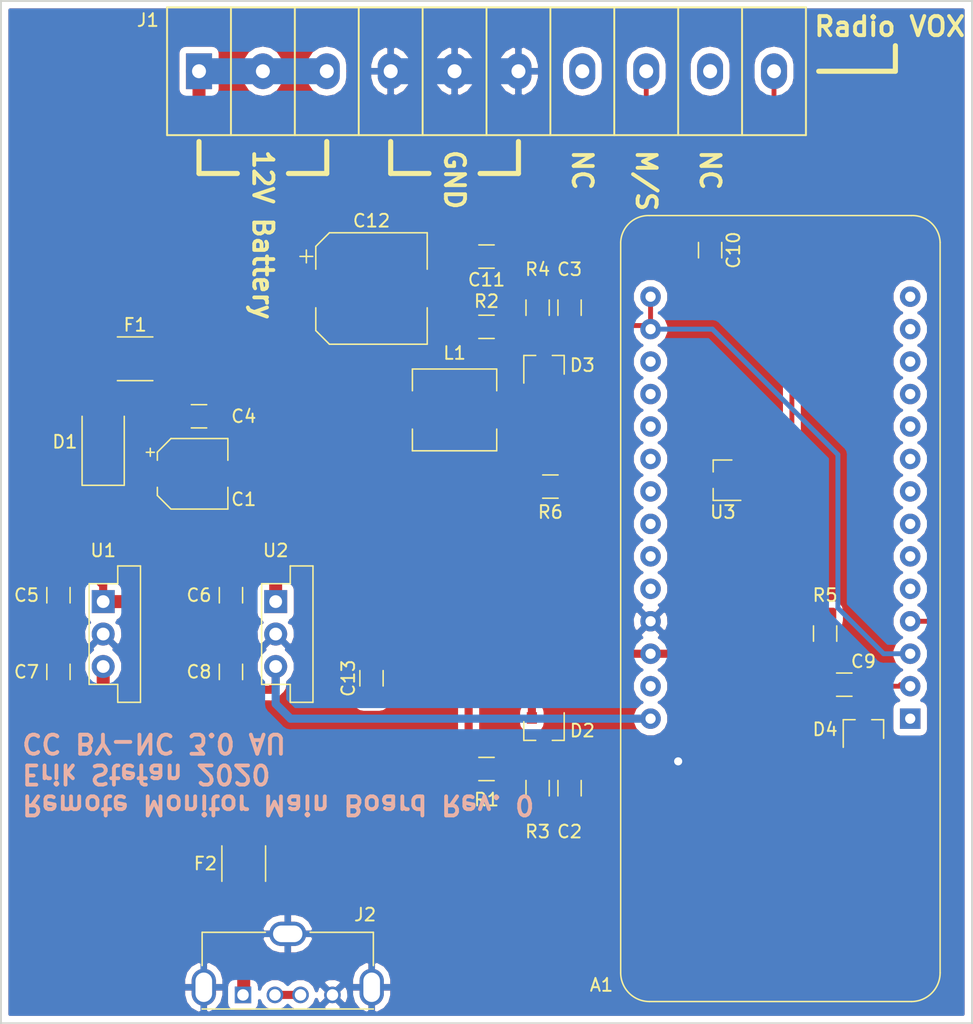
<source format=kicad_pcb>
(kicad_pcb (version 20171130) (host pcbnew "(5.0.1)-4")

  (general
    (thickness 1.6)
    (drawings 21)
    (tracks 91)
    (zones 0)
    (modules 32)
    (nets 42)
  )

  (page A4)
  (layers
    (0 F.Cu signal)
    (31 B.Cu signal)
    (32 B.Adhes user)
    (33 F.Adhes user)
    (34 B.Paste user)
    (35 F.Paste user)
    (36 B.SilkS user)
    (37 F.SilkS user)
    (38 B.Mask user)
    (39 F.Mask user)
    (40 Dwgs.User user)
    (41 Cmts.User user)
    (42 Eco1.User user)
    (43 Eco2.User user)
    (44 Edge.Cuts user)
    (45 Margin user)
    (46 B.CrtYd user)
    (47 F.CrtYd user)
    (48 B.Fab user)
    (49 F.Fab user hide)
  )

  (setup
    (last_trace_width 0.381)
    (trace_clearance 0.2)
    (zone_clearance 0.508)
    (zone_45_only no)
    (trace_min 0.2)
    (segment_width 0.2)
    (edge_width 0.15)
    (via_size 0.889)
    (via_drill 0.508)
    (via_min_size 0.4)
    (via_min_drill 0.3)
    (uvia_size 0.3)
    (uvia_drill 0.1)
    (uvias_allowed no)
    (uvia_min_size 0.2)
    (uvia_min_drill 0.1)
    (pcb_text_width 0.3)
    (pcb_text_size 1.5 1.5)
    (mod_edge_width 0.15)
    (mod_text_size 1 1)
    (mod_text_width 0.15)
    (pad_size 3.2 3.2)
    (pad_drill 3.2)
    (pad_to_mask_clearance 0.051)
    (solder_mask_min_width 0.25)
    (aux_axis_origin 0 0)
    (visible_elements 7FFFFFFF)
    (pcbplotparams
      (layerselection 0x010fc_ffffffff)
      (usegerberextensions false)
      (usegerberattributes false)
      (usegerberadvancedattributes false)
      (creategerberjobfile false)
      (excludeedgelayer true)
      (linewidth 0.100000)
      (plotframeref false)
      (viasonmask false)
      (mode 1)
      (useauxorigin false)
      (hpglpennumber 1)
      (hpglpenspeed 20)
      (hpglpendiameter 15.000000)
      (psnegative false)
      (psa4output false)
      (plotreference true)
      (plotvalue true)
      (plotinvisibletext false)
      (padsonsilk false)
      (subtractmaskfromsilk false)
      (outputformat 1)
      (mirror false)
      (drillshape 0)
      (scaleselection 1)
      (outputdirectory "output/"))
  )

  (net 0 "")
  (net 1 +5V)
  (net 2 "Net-(A1-Pad27)")
  (net 3 +3V3)
  (net 4 GND)
  (net 5 "Net-(A1-Pad24)")
  (net 6 "Net-(A1-Pad23)")
  (net 7 "Net-(A1-Pad22)")
  (net 8 "Net-(A1-Pad21)")
  (net 9 "Net-(A1-Pad20)")
  (net 10 "Net-(A1-Pad19)")
  (net 11 "Net-(A1-Pad18)")
  (net 12 "Net-(A1-Pad17)")
  (net 13 "Net-(A1-Pad14)")
  (net 14 "Net-(A1-Pad13)")
  (net 15 "Net-(A1-Pad12)")
  (net 16 "Net-(A1-Pad11)")
  (net 17 "Net-(A1-Pad10)")
  (net 18 "Net-(A1-Pad9)")
  (net 19 "Net-(A1-Pad8)")
  (net 20 "Net-(A1-Pad7)")
  (net 21 "Net-(A1-Pad6)")
  (net 22 "Net-(A1-Pad5)")
  (net 23 /Battery_Volts)
  (net 24 /Mains_Sensor)
  (net 25 "Net-(A1-Pad2)")
  (net 26 "Net-(C1-Pad1)")
  (net 27 "Net-(C7-Pad1)")
  (net 28 "Net-(C9-Pad1)")
  (net 29 "Net-(D1-Pad2)")
  (net 30 "Net-(F1-Pad2)")
  (net 31 "Net-(F2-Pad1)")
  (net 32 "Net-(J1-Pad7)")
  (net 33 "Net-(J2-Pad2)")
  (net 34 "Net-(A1-Pad16)")
  (net 35 "Net-(A1-Pad15)")
  (net 36 /AREF)
  (net 37 "Net-(C8-Pad1)")
  (net 38 /Radio_GND)
  (net 39 "Net-(C11-Pad1)")
  (net 40 "Net-(C11-Pad2)")
  (net 41 /Radio_Sig)

  (net_class Default "This is the default net class."
    (clearance 0.2)
    (trace_width 0.381)
    (via_dia 0.889)
    (via_drill 0.508)
    (uvia_dia 0.3)
    (uvia_drill 0.1)
    (add_net /AREF)
    (add_net /Battery_Volts)
    (add_net /Mains_Sensor)
    (add_net /Radio_GND)
    (add_net /Radio_Sig)
    (add_net "Net-(A1-Pad10)")
    (add_net "Net-(A1-Pad11)")
    (add_net "Net-(A1-Pad12)")
    (add_net "Net-(A1-Pad13)")
    (add_net "Net-(A1-Pad14)")
    (add_net "Net-(A1-Pad15)")
    (add_net "Net-(A1-Pad16)")
    (add_net "Net-(A1-Pad17)")
    (add_net "Net-(A1-Pad18)")
    (add_net "Net-(A1-Pad19)")
    (add_net "Net-(A1-Pad2)")
    (add_net "Net-(A1-Pad20)")
    (add_net "Net-(A1-Pad21)")
    (add_net "Net-(A1-Pad22)")
    (add_net "Net-(A1-Pad23)")
    (add_net "Net-(A1-Pad24)")
    (add_net "Net-(A1-Pad27)")
    (add_net "Net-(A1-Pad5)")
    (add_net "Net-(A1-Pad6)")
    (add_net "Net-(A1-Pad7)")
    (add_net "Net-(A1-Pad8)")
    (add_net "Net-(A1-Pad9)")
    (add_net "Net-(C1-Pad1)")
    (add_net "Net-(C11-Pad1)")
    (add_net "Net-(C11-Pad2)")
    (add_net "Net-(C7-Pad1)")
    (add_net "Net-(C8-Pad1)")
    (add_net "Net-(C9-Pad1)")
    (add_net "Net-(D1-Pad2)")
    (add_net "Net-(F1-Pad2)")
    (add_net "Net-(F2-Pad1)")
    (add_net "Net-(J1-Pad7)")
    (add_net "Net-(J2-Pad2)")
  )

  (net_class Power ""
    (clearance 0.2)
    (trace_width 0.635)
    (via_dia 1.27)
    (via_drill 0.635)
    (uvia_dia 0.3)
    (uvia_drill 0.1)
    (add_net +3V3)
    (add_net +5V)
    (add_net GND)
  )

  (module remote-monitor:Screw_Terminal_1x10 (layer F.Cu) (tedit 5F4A5FF9) (tstamp 5F87E73A)
    (at 135 50.5)
    (path /5F4ED058)
    (fp_text reference J1 (at -26.5 -4 180) (layer F.SilkS)
      (effects (font (size 1 1) (thickness 0.15)))
    )
    (fp_text value "Screw Terminal" (at 0 -6) (layer F.Fab)
      (effects (font (size 1 1) (thickness 0.15)))
    )
    (fp_line (start 25 -5) (end 25 5) (layer F.SilkS) (width 0.15))
    (fp_line (start 20 -5) (end 20 5) (layer F.SilkS) (width 0.15))
    (fp_line (start 15 -5) (end 15 5) (layer F.SilkS) (width 0.15))
    (fp_line (start 10 -5) (end 10 5) (layer F.SilkS) (width 0.15))
    (fp_line (start -20 -5) (end -20 5) (layer F.SilkS) (width 0.15))
    (fp_line (start -15 -5) (end -15 5) (layer F.SilkS) (width 0.15))
    (fp_line (start -10 -5) (end -10 5) (layer F.SilkS) (width 0.15))
    (fp_line (start -5 -5) (end -5 5) (layer F.SilkS) (width 0.15))
    (fp_line (start 0 -5) (end 0 5) (layer F.SilkS) (width 0.15))
    (fp_line (start 5 -5) (end 5 5) (layer F.SilkS) (width 0.15))
    (fp_line (start -25 -5) (end 25 -5) (layer F.Fab) (width 0.15))
    (fp_line (start 25 5) (end -25 5) (layer F.Fab) (width 0.15))
    (fp_line (start -25 5) (end -25 -5) (layer F.Fab) (width 0.15))
    (fp_line (start -25 -5) (end -25 5) (layer F.SilkS) (width 0.15))
    (fp_line (start -25 5) (end 25 5) (layer F.SilkS) (width 0.15))
    (fp_line (start 25 -5) (end -25 -5) (layer F.SilkS) (width 0.15))
    (pad 1 thru_hole rect (at -22.5 0) (size 2.032 2.794) (drill 1.0922) (layers *.Cu *.Mask)
      (net 30 "Net-(F1-Pad2)"))
    (pad 2 thru_hole oval (at -17.5 0) (size 2.032 2.794) (drill 1.0922) (layers *.Cu *.Mask)
      (net 30 "Net-(F1-Pad2)"))
    (pad 3 thru_hole oval (at -12.5 0) (size 2.032 2.794) (drill 1.0922) (layers *.Cu *.Mask)
      (net 30 "Net-(F1-Pad2)"))
    (pad 4 thru_hole oval (at -7.5 0) (size 2.032 2.794) (drill 1.0922) (layers *.Cu *.Mask)
      (net 4 GND))
    (pad 5 thru_hole oval (at -2.5 0) (size 2.032 2.794) (drill 1.0922) (layers *.Cu *.Mask)
      (net 4 GND))
    (pad 6 thru_hole oval (at 2.5 0) (size 2.032 2.794) (drill 1.0922) (layers *.Cu *.Mask)
      (net 4 GND))
    (pad 7 thru_hole oval (at 7.5 0) (size 2.032 2.794) (drill 1.0922) (layers *.Cu *.Mask)
      (net 32 "Net-(J1-Pad7)"))
    (pad 8 thru_hole oval (at 12.5 0) (size 2.032 2.794) (drill 1.0922) (layers *.Cu *.Mask)
      (net 39 "Net-(C11-Pad1)"))
    (pad 9 thru_hole oval (at 17.5 0) (size 2.032 2.794) (drill 1.0922) (layers *.Cu *.Mask)
      (net 38 /Radio_GND))
    (pad 10 thru_hole oval (at 22.5 0) (size 2.032 2.794) (drill 1.0922) (layers *.Cu *.Mask)
      (net 41 /Radio_Sig))
  )

  (module remote-monitor:Arduino_MKR_1010 (layer F.Cu) (tedit 5F451C39) (tstamp 5F4BB72E)
    (at 158 91 180)
    (descr "Arduino MKR Microcontroller Series")
    (tags "Arduino MKR Microcontroller Board Module")
    (path /5F491A2D)
    (fp_text reference A1 (at 14 -31 180) (layer F.SilkS)
      (effects (font (size 1 1) (thickness 0.15)))
    )
    (fp_text value Arduino_MKR_WiFi_1010 (at -0.12 30.48 180) (layer F.Fab)
      (effects (font (size 1 1) (thickness 0.15)))
    )
    (fp_line (start 10.250047 29.206945) (end -10.250913 29.206945) (layer F.SilkS) (width 0.12))
    (fp_line (start 12.498777 -30.044665) (end 12.498777 27.107063) (layer F.SilkS) (width 0.12))
    (fp_circle (center 10.248524 26.956945) (end 10.248524 28.163482) (layer F.Fab) (width 0.1))
    (fp_arc (start 10.323806 27.031927) (end 10.250047 29.206945) (angle -89.96371555) (layer F.SilkS) (width 0.12))
    (fp_arc (start 10.248709 -30.044851) (end 12.498777 -30.044665) (angle -90.00945408) (layer F.SilkS) (width 0.12))
    (fp_circle (center -10.251929 -30.044665) (end -10.251929 -28.838129) (layer F.Fab) (width 0.1))
    (fp_circle (center 10.248524 -30.044665) (end 10.248524 -28.838129) (layer F.Fab) (width 0.1))
    (fp_arc (start -10.250919 -30.045434) (end -10.250913 -32.295936) (angle -90.00032922) (layer F.SilkS) (width 0.12))
    (fp_circle (center -10.251929 26.956945) (end -10.251929 28.163482) (layer F.Fab) (width 0.1))
    (fp_line (start -10.250913 -32.295936) (end 10.248524 -32.294919) (layer F.SilkS) (width 0.12))
    (fp_arc (start -10.327573 27.033221) (end -12.501421 27.106301) (angle -90.09437285) (layer F.SilkS) (width 0.12))
    (fp_line (start -12.501421 27.106301) (end -12.501421 -30.045427) (layer F.SilkS) (width 0.12))
    (fp_line (start -4.459874 -27.557583) (end 4.540126 -27.557583) (layer F.Fab) (width 0.1))
    (fp_line (start -4.459874 -33.557582) (end -4.459874 -27.557583) (layer F.Fab) (width 0.1))
    (fp_line (start 4.540126 -27.557583) (end 4.540126 -33.557582) (layer F.Fab) (width 0.1))
    (fp_line (start 4.540126 -33.557582) (end -4.459874 -33.557582) (layer F.Fab) (width 0.1))
    (fp_line (start 12.75 -32.55) (end 12.75 29.46) (layer F.CrtYd) (width 0.05))
    (fp_line (start 12.75 29.46) (end -12.75 29.46) (layer F.CrtYd) (width 0.05))
    (fp_line (start -12.75 29.46) (end -12.75 -32.55) (layer F.CrtYd) (width 0.05))
    (fp_line (start -12.75 -32.55) (end -4.71 -32.55) (layer F.CrtYd) (width 0.05))
    (fp_line (start -4.71 -32.55) (end -4.71 -33.81) (layer F.CrtYd) (width 0.05))
    (fp_line (start -4.71 -33.81) (end 4.79 -33.81) (layer F.CrtYd) (width 0.05))
    (fp_line (start 4.79 -33.81) (end 4.79 -32.55) (layer F.CrtYd) (width 0.05))
    (fp_line (start 4.79 -32.55) (end 12.75 -32.55) (layer F.CrtYd) (width 0.05))
    (pad 28 thru_hole circle (at 10.16 -10.16 180) (size 1.6 1.6) (drill 0.8) (layers *.Cu *.Mask)
      (net 1 +5V))
    (pad 27 thru_hole circle (at 10.16 -7.62 90) (size 1.6 1.6) (drill 0.8) (layers *.Cu *.Mask)
      (net 2 "Net-(A1-Pad27)"))
    (pad 26 thru_hole circle (at 10.16 -5.08 90) (size 1.6 1.6) (drill 0.8) (layers *.Cu *.Mask)
      (net 3 +3V3))
    (pad 25 thru_hole circle (at 10.16 -2.54 90) (size 1.6 1.6) (drill 0.8) (layers *.Cu *.Mask)
      (net 4 GND))
    (pad 24 thru_hole circle (at 10.16 0 90) (size 1.6 1.6) (drill 0.8) (layers *.Cu *.Mask)
      (net 5 "Net-(A1-Pad24)"))
    (pad 23 thru_hole circle (at 10.16 2.54 90) (size 1.6 1.6) (drill 0.8) (layers *.Cu *.Mask)
      (net 6 "Net-(A1-Pad23)"))
    (pad 22 thru_hole circle (at 10.16 5.08 90) (size 1.6 1.6) (drill 0.8) (layers *.Cu *.Mask)
      (net 7 "Net-(A1-Pad22)"))
    (pad 21 thru_hole circle (at 10.16 7.62 90) (size 1.6 1.6) (drill 0.8) (layers *.Cu *.Mask)
      (net 8 "Net-(A1-Pad21)"))
    (pad 20 thru_hole circle (at 10.16 10.16 90) (size 1.6 1.6) (drill 0.8) (layers *.Cu *.Mask)
      (net 9 "Net-(A1-Pad20)"))
    (pad 19 thru_hole circle (at 10.16 12.7 90) (size 1.6 1.6) (drill 0.8) (layers *.Cu *.Mask)
      (net 10 "Net-(A1-Pad19)"))
    (pad 18 thru_hole circle (at 10.16 15.24 90) (size 1.6 1.6) (drill 0.8) (layers *.Cu *.Mask)
      (net 11 "Net-(A1-Pad18)"))
    (pad 17 thru_hole circle (at 10.16 17.78 90) (size 1.6 1.6) (drill 0.8) (layers *.Cu *.Mask)
      (net 12 "Net-(A1-Pad17)"))
    (pad 16 thru_hole circle (at 10.16 20.32 90) (size 1.6 1.6) (drill 0.8) (layers *.Cu *.Mask)
      (net 34 "Net-(A1-Pad16)"))
    (pad 15 thru_hole circle (at 10.16 22.86 90) (size 1.6 1.6) (drill 0.8) (layers *.Cu *.Mask)
      (net 35 "Net-(A1-Pad15)"))
    (pad 14 thru_hole circle (at -10.16 22.86 90) (size 1.6 1.6) (drill 0.8) (layers *.Cu *.Mask)
      (net 13 "Net-(A1-Pad14)"))
    (pad 13 thru_hole circle (at -10.16 20.32 90) (size 1.6 1.6) (drill 0.8) (layers *.Cu *.Mask)
      (net 14 "Net-(A1-Pad13)"))
    (pad 12 thru_hole circle (at -10.16 17.78 90) (size 1.6 1.6) (drill 0.8) (layers *.Cu *.Mask)
      (net 15 "Net-(A1-Pad12)"))
    (pad 11 thru_hole circle (at -10.16 15.24 90) (size 1.6 1.6) (drill 0.8) (layers *.Cu *.Mask)
      (net 16 "Net-(A1-Pad11)"))
    (pad 10 thru_hole circle (at -10.16 12.7 90) (size 1.6 1.6) (drill 0.8) (layers *.Cu *.Mask)
      (net 17 "Net-(A1-Pad10)"))
    (pad 9 thru_hole circle (at -10.16 10.16 90) (size 1.6 1.6) (drill 0.8) (layers *.Cu *.Mask)
      (net 18 "Net-(A1-Pad9)"))
    (pad 8 thru_hole circle (at -10.16 7.62 90) (size 1.6 1.6) (drill 0.8) (layers *.Cu *.Mask)
      (net 19 "Net-(A1-Pad8)"))
    (pad 7 thru_hole circle (at -10.16 5.08 90) (size 1.6 1.6) (drill 0.8) (layers *.Cu *.Mask)
      (net 20 "Net-(A1-Pad7)"))
    (pad 6 thru_hole circle (at -10.16 2.54 90) (size 1.6 1.6) (drill 0.8) (layers *.Cu *.Mask)
      (net 21 "Net-(A1-Pad6)"))
    (pad 5 thru_hole circle (at -10.16 0 90) (size 1.6 1.6) (drill 0.8) (layers *.Cu *.Mask)
      (net 22 "Net-(A1-Pad5)"))
    (pad 4 thru_hole circle (at -10.16 -2.54 90) (size 1.6 1.6) (drill 0.8) (layers *.Cu *.Mask)
      (net 23 /Battery_Volts))
    (pad 3 thru_hole circle (at -10.16 -5.08 90) (size 1.6 1.6) (drill 0.8) (layers *.Cu *.Mask)
      (net 24 /Mains_Sensor))
    (pad 2 thru_hole circle (at -10.16 -7.62 90) (size 1.6 1.6) (drill 0.8) (layers *.Cu *.Mask)
      (net 25 "Net-(A1-Pad2)"))
    (pad 1 thru_hole rect (at -10.16 -10.16 90) (size 1.6 1.6) (drill 0.8) (layers *.Cu *.Mask)
      (net 36 /AREF))
  )

  (module Capacitor_SMD:CP_Elec_5x4.5 (layer F.Cu) (tedit 5A841F9D) (tstamp 5F7B7169)
    (at 112 82)
    (descr "SMT capacitor, aluminium electrolytic, 5x4.5, Nichicon ")
    (tags "Capacitor Electrolytic")
    (path /5F48C5AC)
    (attr smd)
    (fp_text reference C1 (at 4 2) (layer F.SilkS)
      (effects (font (size 1 1) (thickness 0.15)))
    )
    (fp_text value 10uf (at 0 3.7) (layer F.Fab)
      (effects (font (size 1 1) (thickness 0.15)))
    )
    (fp_circle (center 0 0) (end 2.5 0) (layer F.Fab) (width 0.1))
    (fp_line (start 2.65 -2.65) (end 2.65 2.65) (layer F.Fab) (width 0.1))
    (fp_line (start -1.65 -2.65) (end 2.65 -2.65) (layer F.Fab) (width 0.1))
    (fp_line (start -1.65 2.65) (end 2.65 2.65) (layer F.Fab) (width 0.1))
    (fp_line (start -2.65 -1.65) (end -2.65 1.65) (layer F.Fab) (width 0.1))
    (fp_line (start -2.65 -1.65) (end -1.65 -2.65) (layer F.Fab) (width 0.1))
    (fp_line (start -2.65 1.65) (end -1.65 2.65) (layer F.Fab) (width 0.1))
    (fp_line (start -2.033956 -1.2) (end -1.533956 -1.2) (layer F.Fab) (width 0.1))
    (fp_line (start -1.783956 -1.45) (end -1.783956 -0.95) (layer F.Fab) (width 0.1))
    (fp_line (start 2.76 2.76) (end 2.76 1.06) (layer F.SilkS) (width 0.12))
    (fp_line (start 2.76 -2.76) (end 2.76 -1.06) (layer F.SilkS) (width 0.12))
    (fp_line (start -1.695563 -2.76) (end 2.76 -2.76) (layer F.SilkS) (width 0.12))
    (fp_line (start -1.695563 2.76) (end 2.76 2.76) (layer F.SilkS) (width 0.12))
    (fp_line (start -2.76 1.695563) (end -2.76 1.06) (layer F.SilkS) (width 0.12))
    (fp_line (start -2.76 -1.695563) (end -2.76 -1.06) (layer F.SilkS) (width 0.12))
    (fp_line (start -2.76 -1.695563) (end -1.695563 -2.76) (layer F.SilkS) (width 0.12))
    (fp_line (start -2.76 1.695563) (end -1.695563 2.76) (layer F.SilkS) (width 0.12))
    (fp_line (start -3.625 -1.685) (end -3 -1.685) (layer F.SilkS) (width 0.12))
    (fp_line (start -3.3125 -1.9975) (end -3.3125 -1.3725) (layer F.SilkS) (width 0.12))
    (fp_line (start 2.9 -2.9) (end 2.9 -1.05) (layer F.CrtYd) (width 0.05))
    (fp_line (start 2.9 -1.05) (end 3.95 -1.05) (layer F.CrtYd) (width 0.05))
    (fp_line (start 3.95 -1.05) (end 3.95 1.05) (layer F.CrtYd) (width 0.05))
    (fp_line (start 3.95 1.05) (end 2.9 1.05) (layer F.CrtYd) (width 0.05))
    (fp_line (start 2.9 1.05) (end 2.9 2.9) (layer F.CrtYd) (width 0.05))
    (fp_line (start -1.75 2.9) (end 2.9 2.9) (layer F.CrtYd) (width 0.05))
    (fp_line (start -1.75 -2.9) (end 2.9 -2.9) (layer F.CrtYd) (width 0.05))
    (fp_line (start -2.9 1.75) (end -1.75 2.9) (layer F.CrtYd) (width 0.05))
    (fp_line (start -2.9 -1.75) (end -1.75 -2.9) (layer F.CrtYd) (width 0.05))
    (fp_line (start -2.9 -1.75) (end -2.9 -1.05) (layer F.CrtYd) (width 0.05))
    (fp_line (start -2.9 1.05) (end -2.9 1.75) (layer F.CrtYd) (width 0.05))
    (fp_line (start -2.9 -1.05) (end -3.95 -1.05) (layer F.CrtYd) (width 0.05))
    (fp_line (start -3.95 -1.05) (end -3.95 1.05) (layer F.CrtYd) (width 0.05))
    (fp_line (start -3.95 1.05) (end -2.9 1.05) (layer F.CrtYd) (width 0.05))
    (fp_text user %R (at 0 0) (layer F.Fab)
      (effects (font (size 1 1) (thickness 0.15)))
    )
    (pad 1 smd rect (at -2.2 0) (size 3 1.6) (layers F.Cu F.Paste F.Mask)
      (net 26 "Net-(C1-Pad1)"))
    (pad 2 smd rect (at 2.2 0) (size 3 1.6) (layers F.Cu F.Paste F.Mask)
      (net 4 GND))
    (model ${KISYS3DMOD}/Capacitor_SMD.3dshapes/CP_Elec_5x4.5.wrl
      (at (xyz 0 0 0))
      (scale (xyz 1 1 1))
      (rotate (xyz 0 0 0))
    )
  )

  (module Capacitor_SMD:C_1206_3216Metric (layer F.Cu) (tedit 5B301BBE) (tstamp 5F7B717A)
    (at 141.5 106.6 270)
    (descr "Capacitor SMD 1206 (3216 Metric), square (rectangular) end terminal, IPC_7351 nominal, (Body size source: http://www.tortai-tech.com/upload/download/2011102023233369053.pdf), generated with kicad-footprint-generator")
    (tags capacitor)
    (path /5F48DF65)
    (attr smd)
    (fp_text reference C2 (at 3.4 0) (layer F.SilkS)
      (effects (font (size 1 1) (thickness 0.15)))
    )
    (fp_text value 100nf (at 0 1.82 270) (layer F.Fab)
      (effects (font (size 1 1) (thickness 0.15)))
    )
    (fp_text user %R (at 0 0 270) (layer F.Fab)
      (effects (font (size 0.8 0.8) (thickness 0.12)))
    )
    (fp_line (start 2.28 1.12) (end -2.28 1.12) (layer F.CrtYd) (width 0.05))
    (fp_line (start 2.28 -1.12) (end 2.28 1.12) (layer F.CrtYd) (width 0.05))
    (fp_line (start -2.28 -1.12) (end 2.28 -1.12) (layer F.CrtYd) (width 0.05))
    (fp_line (start -2.28 1.12) (end -2.28 -1.12) (layer F.CrtYd) (width 0.05))
    (fp_line (start -0.602064 0.91) (end 0.602064 0.91) (layer F.SilkS) (width 0.12))
    (fp_line (start -0.602064 -0.91) (end 0.602064 -0.91) (layer F.SilkS) (width 0.12))
    (fp_line (start 1.6 0.8) (end -1.6 0.8) (layer F.Fab) (width 0.1))
    (fp_line (start 1.6 -0.8) (end 1.6 0.8) (layer F.Fab) (width 0.1))
    (fp_line (start -1.6 -0.8) (end 1.6 -0.8) (layer F.Fab) (width 0.1))
    (fp_line (start -1.6 0.8) (end -1.6 -0.8) (layer F.Fab) (width 0.1))
    (pad 2 smd roundrect (at 1.4 0 270) (size 1.25 1.75) (layers F.Cu F.Paste F.Mask) (roundrect_rratio 0.2)
      (net 4 GND))
    (pad 1 smd roundrect (at -1.4 0 270) (size 1.25 1.75) (layers F.Cu F.Paste F.Mask) (roundrect_rratio 0.2)
      (net 23 /Battery_Volts))
    (model ${KISYS3DMOD}/Capacitor_SMD.3dshapes/C_1206_3216Metric.wrl
      (at (xyz 0 0 0))
      (scale (xyz 1 1 1))
      (rotate (xyz 0 0 0))
    )
  )

  (module Capacitor_SMD:C_1206_3216Metric (layer F.Cu) (tedit 5B301BBE) (tstamp 5F87FEF8)
    (at 141.5 69 90)
    (descr "Capacitor SMD 1206 (3216 Metric), square (rectangular) end terminal, IPC_7351 nominal, (Body size source: http://www.tortai-tech.com/upload/download/2011102023233369053.pdf), generated with kicad-footprint-generator")
    (tags capacitor)
    (path /5F57FADD)
    (attr smd)
    (fp_text reference C3 (at 3 0 180) (layer F.SilkS)
      (effects (font (size 1 1) (thickness 0.15)))
    )
    (fp_text value 1nf (at 0 1.82 90) (layer F.Fab)
      (effects (font (size 1 1) (thickness 0.15)))
    )
    (fp_text user %R (at 0 0 90) (layer F.Fab)
      (effects (font (size 0.8 0.8) (thickness 0.12)))
    )
    (fp_line (start 2.28 1.12) (end -2.28 1.12) (layer F.CrtYd) (width 0.05))
    (fp_line (start 2.28 -1.12) (end 2.28 1.12) (layer F.CrtYd) (width 0.05))
    (fp_line (start -2.28 -1.12) (end 2.28 -1.12) (layer F.CrtYd) (width 0.05))
    (fp_line (start -2.28 1.12) (end -2.28 -1.12) (layer F.CrtYd) (width 0.05))
    (fp_line (start -0.602064 0.91) (end 0.602064 0.91) (layer F.SilkS) (width 0.12))
    (fp_line (start -0.602064 -0.91) (end 0.602064 -0.91) (layer F.SilkS) (width 0.12))
    (fp_line (start 1.6 0.8) (end -1.6 0.8) (layer F.Fab) (width 0.1))
    (fp_line (start 1.6 -0.8) (end 1.6 0.8) (layer F.Fab) (width 0.1))
    (fp_line (start -1.6 -0.8) (end 1.6 -0.8) (layer F.Fab) (width 0.1))
    (fp_line (start -1.6 0.8) (end -1.6 -0.8) (layer F.Fab) (width 0.1))
    (pad 2 smd roundrect (at 1.4 0 90) (size 1.25 1.75) (layers F.Cu F.Paste F.Mask) (roundrect_rratio 0.2)
      (net 4 GND))
    (pad 1 smd roundrect (at -1.4 0 90) (size 1.25 1.75) (layers F.Cu F.Paste F.Mask) (roundrect_rratio 0.2)
      (net 24 /Mains_Sensor))
    (model ${KISYS3DMOD}/Capacitor_SMD.3dshapes/C_1206_3216Metric.wrl
      (at (xyz 0 0 0))
      (scale (xyz 1 1 1))
      (rotate (xyz 0 0 0))
    )
  )

  (module Capacitor_SMD:C_1206_3216Metric (layer F.Cu) (tedit 5B301BBE) (tstamp 5F7B719C)
    (at 112.5 77.5)
    (descr "Capacitor SMD 1206 (3216 Metric), square (rectangular) end terminal, IPC_7351 nominal, (Body size source: http://www.tortai-tech.com/upload/download/2011102023233369053.pdf), generated with kicad-footprint-generator")
    (tags capacitor)
    (path /5F4E6968)
    (attr smd)
    (fp_text reference C4 (at 3.5 0) (layer F.SilkS)
      (effects (font (size 1 1) (thickness 0.15)))
    )
    (fp_text value 100nf (at 0 1.82) (layer F.Fab)
      (effects (font (size 1 1) (thickness 0.15)))
    )
    (fp_line (start -1.6 0.8) (end -1.6 -0.8) (layer F.Fab) (width 0.1))
    (fp_line (start -1.6 -0.8) (end 1.6 -0.8) (layer F.Fab) (width 0.1))
    (fp_line (start 1.6 -0.8) (end 1.6 0.8) (layer F.Fab) (width 0.1))
    (fp_line (start 1.6 0.8) (end -1.6 0.8) (layer F.Fab) (width 0.1))
    (fp_line (start -0.602064 -0.91) (end 0.602064 -0.91) (layer F.SilkS) (width 0.12))
    (fp_line (start -0.602064 0.91) (end 0.602064 0.91) (layer F.SilkS) (width 0.12))
    (fp_line (start -2.28 1.12) (end -2.28 -1.12) (layer F.CrtYd) (width 0.05))
    (fp_line (start -2.28 -1.12) (end 2.28 -1.12) (layer F.CrtYd) (width 0.05))
    (fp_line (start 2.28 -1.12) (end 2.28 1.12) (layer F.CrtYd) (width 0.05))
    (fp_line (start 2.28 1.12) (end -2.28 1.12) (layer F.CrtYd) (width 0.05))
    (fp_text user %R (at 0 0) (layer F.Fab)
      (effects (font (size 0.8 0.8) (thickness 0.12)))
    )
    (pad 1 smd roundrect (at -1.4 0) (size 1.25 1.75) (layers F.Cu F.Paste F.Mask) (roundrect_rratio 0.2)
      (net 26 "Net-(C1-Pad1)"))
    (pad 2 smd roundrect (at 1.4 0) (size 1.25 1.75) (layers F.Cu F.Paste F.Mask) (roundrect_rratio 0.2)
      (net 4 GND))
    (model ${KISYS3DMOD}/Capacitor_SMD.3dshapes/C_1206_3216Metric.wrl
      (at (xyz 0 0 0))
      (scale (xyz 1 1 1))
      (rotate (xyz 0 0 0))
    )
  )

  (module Capacitor_SMD:C_1206_3216Metric (layer F.Cu) (tedit 5B301BBE) (tstamp 5F4BBD29)
    (at 101.5 91.5 270)
    (descr "Capacitor SMD 1206 (3216 Metric), square (rectangular) end terminal, IPC_7351 nominal, (Body size source: http://www.tortai-tech.com/upload/download/2011102023233369053.pdf), generated with kicad-footprint-generator")
    (tags capacitor)
    (path /5F50D2F0)
    (attr smd)
    (fp_text reference C5 (at 0 2.5) (layer F.SilkS)
      (effects (font (size 1 1) (thickness 0.15)))
    )
    (fp_text value 1uf (at 0 1.82 270) (layer F.Fab)
      (effects (font (size 1 1) (thickness 0.15)))
    )
    (fp_line (start -1.6 0.8) (end -1.6 -0.8) (layer F.Fab) (width 0.1))
    (fp_line (start -1.6 -0.8) (end 1.6 -0.8) (layer F.Fab) (width 0.1))
    (fp_line (start 1.6 -0.8) (end 1.6 0.8) (layer F.Fab) (width 0.1))
    (fp_line (start 1.6 0.8) (end -1.6 0.8) (layer F.Fab) (width 0.1))
    (fp_line (start -0.602064 -0.91) (end 0.602064 -0.91) (layer F.SilkS) (width 0.12))
    (fp_line (start -0.602064 0.91) (end 0.602064 0.91) (layer F.SilkS) (width 0.12))
    (fp_line (start -2.28 1.12) (end -2.28 -1.12) (layer F.CrtYd) (width 0.05))
    (fp_line (start -2.28 -1.12) (end 2.28 -1.12) (layer F.CrtYd) (width 0.05))
    (fp_line (start 2.28 -1.12) (end 2.28 1.12) (layer F.CrtYd) (width 0.05))
    (fp_line (start 2.28 1.12) (end -2.28 1.12) (layer F.CrtYd) (width 0.05))
    (fp_text user %R (at 0 0 270) (layer F.Fab)
      (effects (font (size 0.8 0.8) (thickness 0.12)))
    )
    (pad 1 smd roundrect (at -1.4 0 270) (size 1.25 1.75) (layers F.Cu F.Paste F.Mask) (roundrect_rratio 0.2)
      (net 26 "Net-(C1-Pad1)"))
    (pad 2 smd roundrect (at 1.4 0 270) (size 1.25 1.75) (layers F.Cu F.Paste F.Mask) (roundrect_rratio 0.2)
      (net 4 GND))
    (model ${KISYS3DMOD}/Capacitor_SMD.3dshapes/C_1206_3216Metric.wrl
      (at (xyz 0 0 0))
      (scale (xyz 1 1 1))
      (rotate (xyz 0 0 0))
    )
  )

  (module Capacitor_SMD:C_1206_3216Metric (layer F.Cu) (tedit 5B301BBE) (tstamp 5F7B71BE)
    (at 115 91.5 270)
    (descr "Capacitor SMD 1206 (3216 Metric), square (rectangular) end terminal, IPC_7351 nominal, (Body size source: http://www.tortai-tech.com/upload/download/2011102023233369053.pdf), generated with kicad-footprint-generator")
    (tags capacitor)
    (path /5F50D33E)
    (attr smd)
    (fp_text reference C6 (at 0 2.5) (layer F.SilkS)
      (effects (font (size 1 1) (thickness 0.15)))
    )
    (fp_text value 1uf (at 0 1.82 270) (layer F.Fab)
      (effects (font (size 1 1) (thickness 0.15)))
    )
    (fp_text user %R (at 0 0 270) (layer F.Fab)
      (effects (font (size 0.8 0.8) (thickness 0.12)))
    )
    (fp_line (start 2.28 1.12) (end -2.28 1.12) (layer F.CrtYd) (width 0.05))
    (fp_line (start 2.28 -1.12) (end 2.28 1.12) (layer F.CrtYd) (width 0.05))
    (fp_line (start -2.28 -1.12) (end 2.28 -1.12) (layer F.CrtYd) (width 0.05))
    (fp_line (start -2.28 1.12) (end -2.28 -1.12) (layer F.CrtYd) (width 0.05))
    (fp_line (start -0.602064 0.91) (end 0.602064 0.91) (layer F.SilkS) (width 0.12))
    (fp_line (start -0.602064 -0.91) (end 0.602064 -0.91) (layer F.SilkS) (width 0.12))
    (fp_line (start 1.6 0.8) (end -1.6 0.8) (layer F.Fab) (width 0.1))
    (fp_line (start 1.6 -0.8) (end 1.6 0.8) (layer F.Fab) (width 0.1))
    (fp_line (start -1.6 -0.8) (end 1.6 -0.8) (layer F.Fab) (width 0.1))
    (fp_line (start -1.6 0.8) (end -1.6 -0.8) (layer F.Fab) (width 0.1))
    (pad 2 smd roundrect (at 1.4 0 270) (size 1.25 1.75) (layers F.Cu F.Paste F.Mask) (roundrect_rratio 0.2)
      (net 4 GND))
    (pad 1 smd roundrect (at -1.4 0 270) (size 1.25 1.75) (layers F.Cu F.Paste F.Mask) (roundrect_rratio 0.2)
      (net 26 "Net-(C1-Pad1)"))
    (model ${KISYS3DMOD}/Capacitor_SMD.3dshapes/C_1206_3216Metric.wrl
      (at (xyz 0 0 0))
      (scale (xyz 1 1 1))
      (rotate (xyz 0 0 0))
    )
  )

  (module Capacitor_SMD:C_1206_3216Metric (layer F.Cu) (tedit 5B301BBE) (tstamp 5F4BBCF9)
    (at 101.5 97.5 90)
    (descr "Capacitor SMD 1206 (3216 Metric), square (rectangular) end terminal, IPC_7351 nominal, (Body size source: http://www.tortai-tech.com/upload/download/2011102023233369053.pdf), generated with kicad-footprint-generator")
    (tags capacitor)
    (path /5F50D398)
    (attr smd)
    (fp_text reference C7 (at 0 -2.5 180) (layer F.SilkS)
      (effects (font (size 1 1) (thickness 0.15)))
    )
    (fp_text value 1uf (at 0 1.82 90) (layer F.Fab)
      (effects (font (size 1 1) (thickness 0.15)))
    )
    (fp_line (start -1.6 0.8) (end -1.6 -0.8) (layer F.Fab) (width 0.1))
    (fp_line (start -1.6 -0.8) (end 1.6 -0.8) (layer F.Fab) (width 0.1))
    (fp_line (start 1.6 -0.8) (end 1.6 0.8) (layer F.Fab) (width 0.1))
    (fp_line (start 1.6 0.8) (end -1.6 0.8) (layer F.Fab) (width 0.1))
    (fp_line (start -0.602064 -0.91) (end 0.602064 -0.91) (layer F.SilkS) (width 0.12))
    (fp_line (start -0.602064 0.91) (end 0.602064 0.91) (layer F.SilkS) (width 0.12))
    (fp_line (start -2.28 1.12) (end -2.28 -1.12) (layer F.CrtYd) (width 0.05))
    (fp_line (start -2.28 -1.12) (end 2.28 -1.12) (layer F.CrtYd) (width 0.05))
    (fp_line (start 2.28 -1.12) (end 2.28 1.12) (layer F.CrtYd) (width 0.05))
    (fp_line (start 2.28 1.12) (end -2.28 1.12) (layer F.CrtYd) (width 0.05))
    (fp_text user %R (at 0 0 90) (layer F.Fab)
      (effects (font (size 0.8 0.8) (thickness 0.12)))
    )
    (pad 1 smd roundrect (at -1.4 0 90) (size 1.25 1.75) (layers F.Cu F.Paste F.Mask) (roundrect_rratio 0.2)
      (net 27 "Net-(C7-Pad1)"))
    (pad 2 smd roundrect (at 1.4 0 90) (size 1.25 1.75) (layers F.Cu F.Paste F.Mask) (roundrect_rratio 0.2)
      (net 4 GND))
    (model ${KISYS3DMOD}/Capacitor_SMD.3dshapes/C_1206_3216Metric.wrl
      (at (xyz 0 0 0))
      (scale (xyz 1 1 1))
      (rotate (xyz 0 0 0))
    )
  )

  (module Capacitor_SMD:C_1206_3216Metric (layer F.Cu) (tedit 5B301BBE) (tstamp 5F7B71E0)
    (at 115 97.5 90)
    (descr "Capacitor SMD 1206 (3216 Metric), square (rectangular) end terminal, IPC_7351 nominal, (Body size source: http://www.tortai-tech.com/upload/download/2011102023233369053.pdf), generated with kicad-footprint-generator")
    (tags capacitor)
    (path /5F50D3F8)
    (attr smd)
    (fp_text reference C8 (at 0 -2.5 180) (layer F.SilkS)
      (effects (font (size 1 1) (thickness 0.15)))
    )
    (fp_text value 1uf (at 0 1.82 90) (layer F.Fab)
      (effects (font (size 1 1) (thickness 0.15)))
    )
    (fp_line (start -1.6 0.8) (end -1.6 -0.8) (layer F.Fab) (width 0.1))
    (fp_line (start -1.6 -0.8) (end 1.6 -0.8) (layer F.Fab) (width 0.1))
    (fp_line (start 1.6 -0.8) (end 1.6 0.8) (layer F.Fab) (width 0.1))
    (fp_line (start 1.6 0.8) (end -1.6 0.8) (layer F.Fab) (width 0.1))
    (fp_line (start -0.602064 -0.91) (end 0.602064 -0.91) (layer F.SilkS) (width 0.12))
    (fp_line (start -0.602064 0.91) (end 0.602064 0.91) (layer F.SilkS) (width 0.12))
    (fp_line (start -2.28 1.12) (end -2.28 -1.12) (layer F.CrtYd) (width 0.05))
    (fp_line (start -2.28 -1.12) (end 2.28 -1.12) (layer F.CrtYd) (width 0.05))
    (fp_line (start 2.28 -1.12) (end 2.28 1.12) (layer F.CrtYd) (width 0.05))
    (fp_line (start 2.28 1.12) (end -2.28 1.12) (layer F.CrtYd) (width 0.05))
    (fp_text user %R (at 0 0 90) (layer F.Fab)
      (effects (font (size 0.8 0.8) (thickness 0.12)))
    )
    (pad 1 smd roundrect (at -1.4 0 90) (size 1.25 1.75) (layers F.Cu F.Paste F.Mask) (roundrect_rratio 0.2)
      (net 37 "Net-(C8-Pad1)"))
    (pad 2 smd roundrect (at 1.4 0 90) (size 1.25 1.75) (layers F.Cu F.Paste F.Mask) (roundrect_rratio 0.2)
      (net 4 GND))
    (model ${KISYS3DMOD}/Capacitor_SMD.3dshapes/C_1206_3216Metric.wrl
      (at (xyz 0 0 0))
      (scale (xyz 1 1 1))
      (rotate (xyz 0 0 0))
    )
  )

  (module Capacitor_SMD:C_1206_3216Metric (layer F.Cu) (tedit 5B301BBE) (tstamp 5F4BB677)
    (at 163 98.5)
    (descr "Capacitor SMD 1206 (3216 Metric), square (rectangular) end terminal, IPC_7351 nominal, (Body size source: http://www.tortai-tech.com/upload/download/2011102023233369053.pdf), generated with kicad-footprint-generator")
    (tags capacitor)
    (path /5F4DB8D1)
    (attr smd)
    (fp_text reference C9 (at 1.5 -1.82) (layer F.SilkS)
      (effects (font (size 1 1) (thickness 0.15)))
    )
    (fp_text value 1uf (at 0 1.82) (layer F.Fab)
      (effects (font (size 1 1) (thickness 0.15)))
    )
    (fp_text user %R (at 0 0) (layer F.Fab)
      (effects (font (size 0.8 0.8) (thickness 0.12)))
    )
    (fp_line (start 2.28 1.12) (end -2.28 1.12) (layer F.CrtYd) (width 0.05))
    (fp_line (start 2.28 -1.12) (end 2.28 1.12) (layer F.CrtYd) (width 0.05))
    (fp_line (start -2.28 -1.12) (end 2.28 -1.12) (layer F.CrtYd) (width 0.05))
    (fp_line (start -2.28 1.12) (end -2.28 -1.12) (layer F.CrtYd) (width 0.05))
    (fp_line (start -0.602064 0.91) (end 0.602064 0.91) (layer F.SilkS) (width 0.12))
    (fp_line (start -0.602064 -0.91) (end 0.602064 -0.91) (layer F.SilkS) (width 0.12))
    (fp_line (start 1.6 0.8) (end -1.6 0.8) (layer F.Fab) (width 0.1))
    (fp_line (start 1.6 -0.8) (end 1.6 0.8) (layer F.Fab) (width 0.1))
    (fp_line (start -1.6 -0.8) (end 1.6 -0.8) (layer F.Fab) (width 0.1))
    (fp_line (start -1.6 0.8) (end -1.6 -0.8) (layer F.Fab) (width 0.1))
    (pad 2 smd roundrect (at 1.4 0) (size 1.25 1.75) (layers F.Cu F.Paste F.Mask) (roundrect_rratio 0.2)
      (net 25 "Net-(A1-Pad2)"))
    (pad 1 smd roundrect (at -1.4 0) (size 1.25 1.75) (layers F.Cu F.Paste F.Mask) (roundrect_rratio 0.2)
      (net 28 "Net-(C9-Pad1)"))
    (model ${KISYS3DMOD}/Capacitor_SMD.3dshapes/C_1206_3216Metric.wrl
      (at (xyz 0 0 0))
      (scale (xyz 1 1 1))
      (rotate (xyz 0 0 0))
    )
  )

  (module Diode_SMD:D_SMA (layer F.Cu) (tedit 586432E5) (tstamp 5F7B7209)
    (at 105 79.5 90)
    (descr "Diode SMA (DO-214AC)")
    (tags "Diode SMA (DO-214AC)")
    (path /5F48BEF5)
    (attr smd)
    (fp_text reference D1 (at 0 -3 180) (layer F.SilkS)
      (effects (font (size 1 1) (thickness 0.15)))
    )
    (fp_text value SMA (at 0 2.6 90) (layer F.Fab)
      (effects (font (size 1 1) (thickness 0.15)))
    )
    (fp_text user %R (at 0 -2.5 90) (layer F.Fab)
      (effects (font (size 1 1) (thickness 0.15)))
    )
    (fp_line (start -3.4 -1.65) (end -3.4 1.65) (layer F.SilkS) (width 0.12))
    (fp_line (start 2.3 1.5) (end -2.3 1.5) (layer F.Fab) (width 0.1))
    (fp_line (start -2.3 1.5) (end -2.3 -1.5) (layer F.Fab) (width 0.1))
    (fp_line (start 2.3 -1.5) (end 2.3 1.5) (layer F.Fab) (width 0.1))
    (fp_line (start 2.3 -1.5) (end -2.3 -1.5) (layer F.Fab) (width 0.1))
    (fp_line (start -3.5 -1.75) (end 3.5 -1.75) (layer F.CrtYd) (width 0.05))
    (fp_line (start 3.5 -1.75) (end 3.5 1.75) (layer F.CrtYd) (width 0.05))
    (fp_line (start 3.5 1.75) (end -3.5 1.75) (layer F.CrtYd) (width 0.05))
    (fp_line (start -3.5 1.75) (end -3.5 -1.75) (layer F.CrtYd) (width 0.05))
    (fp_line (start -0.64944 0.00102) (end -1.55114 0.00102) (layer F.Fab) (width 0.1))
    (fp_line (start 0.50118 0.00102) (end 1.4994 0.00102) (layer F.Fab) (width 0.1))
    (fp_line (start -0.64944 -0.79908) (end -0.64944 0.80112) (layer F.Fab) (width 0.1))
    (fp_line (start 0.50118 0.75032) (end 0.50118 -0.79908) (layer F.Fab) (width 0.1))
    (fp_line (start -0.64944 0.00102) (end 0.50118 0.75032) (layer F.Fab) (width 0.1))
    (fp_line (start -0.64944 0.00102) (end 0.50118 -0.79908) (layer F.Fab) (width 0.1))
    (fp_line (start -3.4 1.65) (end 2 1.65) (layer F.SilkS) (width 0.12))
    (fp_line (start -3.4 -1.65) (end 2 -1.65) (layer F.SilkS) (width 0.12))
    (pad 1 smd rect (at -2 0 90) (size 2.5 1.8) (layers F.Cu F.Paste F.Mask)
      (net 26 "Net-(C1-Pad1)"))
    (pad 2 smd rect (at 2 0 90) (size 2.5 1.8) (layers F.Cu F.Paste F.Mask)
      (net 29 "Net-(D1-Pad2)"))
    (model ${KISYS3DMOD}/Diode_SMD.3dshapes/D_SMA.wrl
      (at (xyz 0 0 0))
      (scale (xyz 1 1 1))
      (rotate (xyz 0 0 0))
    )
  )

  (module Package_TO_SOT_SMD:SOT-23 (layer F.Cu) (tedit 5A02FF57) (tstamp 5F7B721E)
    (at 139.5 102.1 270)
    (descr "SOT-23, Standard")
    (tags SOT-23)
    (path /5F550E0F)
    (attr smd)
    (fp_text reference D2 (at 0 -3) (layer F.SilkS)
      (effects (font (size 1 1) (thickness 0.15)))
    )
    (fp_text value BAT54S (at 0 2.5 270) (layer F.Fab)
      (effects (font (size 1 1) (thickness 0.15)))
    )
    (fp_text user %R (at 0 0) (layer F.Fab)
      (effects (font (size 0.5 0.5) (thickness 0.075)))
    )
    (fp_line (start -0.7 -0.95) (end -0.7 1.5) (layer F.Fab) (width 0.1))
    (fp_line (start -0.15 -1.52) (end 0.7 -1.52) (layer F.Fab) (width 0.1))
    (fp_line (start -0.7 -0.95) (end -0.15 -1.52) (layer F.Fab) (width 0.1))
    (fp_line (start 0.7 -1.52) (end 0.7 1.52) (layer F.Fab) (width 0.1))
    (fp_line (start -0.7 1.52) (end 0.7 1.52) (layer F.Fab) (width 0.1))
    (fp_line (start 0.76 1.58) (end 0.76 0.65) (layer F.SilkS) (width 0.12))
    (fp_line (start 0.76 -1.58) (end 0.76 -0.65) (layer F.SilkS) (width 0.12))
    (fp_line (start -1.7 -1.75) (end 1.7 -1.75) (layer F.CrtYd) (width 0.05))
    (fp_line (start 1.7 -1.75) (end 1.7 1.75) (layer F.CrtYd) (width 0.05))
    (fp_line (start 1.7 1.75) (end -1.7 1.75) (layer F.CrtYd) (width 0.05))
    (fp_line (start -1.7 1.75) (end -1.7 -1.75) (layer F.CrtYd) (width 0.05))
    (fp_line (start 0.76 -1.58) (end -1.4 -1.58) (layer F.SilkS) (width 0.12))
    (fp_line (start 0.76 1.58) (end -0.7 1.58) (layer F.SilkS) (width 0.12))
    (pad 1 smd rect (at -1 -0.95 270) (size 0.9 0.8) (layers F.Cu F.Paste F.Mask)
      (net 4 GND))
    (pad 2 smd rect (at -1 0.95 270) (size 0.9 0.8) (layers F.Cu F.Paste F.Mask)
      (net 3 +3V3))
    (pad 3 smd rect (at 1 0 270) (size 0.9 0.8) (layers F.Cu F.Paste F.Mask)
      (net 23 /Battery_Volts))
    (model ${KISYS3DMOD}/Package_TO_SOT_SMD.3dshapes/SOT-23.wrl
      (at (xyz 0 0 0))
      (scale (xyz 1 1 1))
      (rotate (xyz 0 0 0))
    )
  )

  (module Package_TO_SOT_SMD:SOT-23 (layer F.Cu) (tedit 5A02FF57) (tstamp 5F87FEC0)
    (at 139.5 73.5 90)
    (descr "SOT-23, Standard")
    (tags SOT-23)
    (path /5F57FAF2)
    (attr smd)
    (fp_text reference D3 (at 0 3 180) (layer F.SilkS)
      (effects (font (size 1 1) (thickness 0.15)))
    )
    (fp_text value BAT54S (at 0 2.5 90) (layer F.Fab)
      (effects (font (size 1 1) (thickness 0.15)))
    )
    (fp_line (start 0.76 1.58) (end -0.7 1.58) (layer F.SilkS) (width 0.12))
    (fp_line (start 0.76 -1.58) (end -1.4 -1.58) (layer F.SilkS) (width 0.12))
    (fp_line (start -1.7 1.75) (end -1.7 -1.75) (layer F.CrtYd) (width 0.05))
    (fp_line (start 1.7 1.75) (end -1.7 1.75) (layer F.CrtYd) (width 0.05))
    (fp_line (start 1.7 -1.75) (end 1.7 1.75) (layer F.CrtYd) (width 0.05))
    (fp_line (start -1.7 -1.75) (end 1.7 -1.75) (layer F.CrtYd) (width 0.05))
    (fp_line (start 0.76 -1.58) (end 0.76 -0.65) (layer F.SilkS) (width 0.12))
    (fp_line (start 0.76 1.58) (end 0.76 0.65) (layer F.SilkS) (width 0.12))
    (fp_line (start -0.7 1.52) (end 0.7 1.52) (layer F.Fab) (width 0.1))
    (fp_line (start 0.7 -1.52) (end 0.7 1.52) (layer F.Fab) (width 0.1))
    (fp_line (start -0.7 -0.95) (end -0.15 -1.52) (layer F.Fab) (width 0.1))
    (fp_line (start -0.15 -1.52) (end 0.7 -1.52) (layer F.Fab) (width 0.1))
    (fp_line (start -0.7 -0.95) (end -0.7 1.5) (layer F.Fab) (width 0.1))
    (fp_text user %R (at 0 0 180) (layer F.Fab)
      (effects (font (size 0.5 0.5) (thickness 0.075)))
    )
    (pad 3 smd rect (at 1 0 90) (size 0.9 0.8) (layers F.Cu F.Paste F.Mask)
      (net 24 /Mains_Sensor))
    (pad 2 smd rect (at -1 0.95 90) (size 0.9 0.8) (layers F.Cu F.Paste F.Mask)
      (net 36 /AREF))
    (pad 1 smd rect (at -1 -0.95 90) (size 0.9 0.8) (layers F.Cu F.Paste F.Mask)
      (net 4 GND))
    (model ${KISYS3DMOD}/Package_TO_SOT_SMD.3dshapes/SOT-23.wrl
      (at (xyz 0 0 0))
      (scale (xyz 1 1 1))
      (rotate (xyz 0 0 0))
    )
  )

  (module Package_TO_SOT_SMD:SOT-23 (layer F.Cu) (tedit 5A02FF57) (tstamp 5F4BB63F)
    (at 164.5 102 90)
    (descr "SOT-23, Standard")
    (tags SOT-23)
    (path /5F582D09)
    (attr smd)
    (fp_text reference D4 (at 0 -3 180) (layer F.SilkS)
      (effects (font (size 1 1) (thickness 0.15)))
    )
    (fp_text value BAT54S (at 0 2.5 90) (layer F.Fab)
      (effects (font (size 1 1) (thickness 0.15)))
    )
    (fp_text user %R (at 0 0 180) (layer F.Fab)
      (effects (font (size 0.5 0.5) (thickness 0.075)))
    )
    (fp_line (start -0.7 -0.95) (end -0.7 1.5) (layer F.Fab) (width 0.1))
    (fp_line (start -0.15 -1.52) (end 0.7 -1.52) (layer F.Fab) (width 0.1))
    (fp_line (start -0.7 -0.95) (end -0.15 -1.52) (layer F.Fab) (width 0.1))
    (fp_line (start 0.7 -1.52) (end 0.7 1.52) (layer F.Fab) (width 0.1))
    (fp_line (start -0.7 1.52) (end 0.7 1.52) (layer F.Fab) (width 0.1))
    (fp_line (start 0.76 1.58) (end 0.76 0.65) (layer F.SilkS) (width 0.12))
    (fp_line (start 0.76 -1.58) (end 0.76 -0.65) (layer F.SilkS) (width 0.12))
    (fp_line (start -1.7 -1.75) (end 1.7 -1.75) (layer F.CrtYd) (width 0.05))
    (fp_line (start 1.7 -1.75) (end 1.7 1.75) (layer F.CrtYd) (width 0.05))
    (fp_line (start 1.7 1.75) (end -1.7 1.75) (layer F.CrtYd) (width 0.05))
    (fp_line (start -1.7 1.75) (end -1.7 -1.75) (layer F.CrtYd) (width 0.05))
    (fp_line (start 0.76 -1.58) (end -1.4 -1.58) (layer F.SilkS) (width 0.12))
    (fp_line (start 0.76 1.58) (end -0.7 1.58) (layer F.SilkS) (width 0.12))
    (pad 1 smd rect (at -1 -0.95 90) (size 0.9 0.8) (layers F.Cu F.Paste F.Mask)
      (net 4 GND))
    (pad 2 smd rect (at -1 0.95 90) (size 0.9 0.8) (layers F.Cu F.Paste F.Mask)
      (net 3 +3V3))
    (pad 3 smd rect (at 1 0 90) (size 0.9 0.8) (layers F.Cu F.Paste F.Mask)
      (net 25 "Net-(A1-Pad2)"))
    (model ${KISYS3DMOD}/Package_TO_SOT_SMD.3dshapes/SOT-23.wrl
      (at (xyz 0 0 0))
      (scale (xyz 1 1 1))
      (rotate (xyz 0 0 0))
    )
  )

  (module remote-monitor:USB_A_Molex_105057_Vertical (layer F.Cu) (tedit 5F4A53E5) (tstamp 5F7B72A8)
    (at 119.5 121)
    (descr https://www.molex.com/pdm_docs/sd/1050570001_sd.pdf)
    (tags "USB A Vertical")
    (path /5F4A6EA3)
    (fp_text reference J2 (at 6 -4.5) (layer F.SilkS)
      (effects (font (size 1 1) (thickness 0.15)))
    )
    (fp_text value USB_A (at -0.056 4.178) (layer F.Fab)
      (effects (font (size 1 1) (thickness 0.15)))
    )
    (fp_line (start -6.606 -2.982) (end 6.494 -2.982) (layer F.Fab) (width 0.1))
    (fp_line (start 6.494 -2.982) (end 6.494 2.738) (layer F.Fab) (width 0.1))
    (fp_line (start -6.606 2.738) (end -6.606 -2.982) (layer F.Fab) (width 0.1))
    (fp_line (start 7.964 -4.452) (end 7.964 3.238) (layer F.CrtYd) (width 0.05))
    (fp_line (start 7.964 3.238) (end -8.076 3.238) (layer F.CrtYd) (width 0.05))
    (fp_line (start -8.076 3.238) (end -8.076 -4.452) (layer F.CrtYd) (width 0.05))
    (fp_line (start -8.076 -4.452) (end 7.964 -4.452) (layer F.CrtYd) (width 0.05))
    (fp_line (start -4.206 2.738) (end -3.556 1.978) (layer F.Fab) (width 0.1))
    (fp_line (start -3.556 1.978) (end -2.906 2.738) (layer F.Fab) (width 0.1))
    (fp_line (start -4.206 2.738) (end -6.606 2.738) (layer F.Fab) (width 0.1))
    (fp_line (start 6.494 2.738) (end -2.906 2.738) (layer F.Fab) (width 0.1))
    (fp_line (start -6.756 -3.122) (end -1.806 -3.122) (layer F.SilkS) (width 0.12))
    (fp_line (start -6.756 -3.122) (end -6.756 -0.522) (layer F.SilkS) (width 0.12))
    (fp_line (start 6.644 -3.122) (end 6.644 -0.522) (layer F.SilkS) (width 0.12))
    (fp_line (start 6.644 -3.122) (end 1.694 -3.122) (layer F.SilkS) (width 0.12))
    (fp_line (start 6.644 2.878) (end -6.756 2.878) (layer F.SilkS) (width 0.12))
    (pad 1 thru_hole rect (at -3.556 1.778) (size 1.3 1.3) (drill 0.9) (layers *.Cu *.Mask)
      (net 31 "Net-(F2-Pad1)"))
    (pad 2 thru_hole circle (at -1.056 1.778) (size 1.3 1.3) (drill 0.9) (layers *.Cu *.Mask)
      (net 33 "Net-(J2-Pad2)"))
    (pad 3 thru_hole circle (at 0.944 1.778) (size 1.3 1.3) (drill 0.9) (layers *.Cu *.Mask)
      (net 33 "Net-(J2-Pad2)"))
    (pad 4 thru_hole circle (at 3.444 1.778) (size 1.3 1.3) (drill 0.9) (layers *.Cu *.Mask)
      (net 4 GND))
    (pad 5 thru_hole oval (at -6.626 1.178 180) (size 1.9 2.9) (drill oval 1.3 2.3) (layers *.Cu *.Mask)
      (net 4 GND))
    (pad 5 thru_hole oval (at 6.514 1.178) (size 1.9 2.9) (drill oval 1.3 2.3) (layers *.Cu *.Mask)
      (net 4 GND))
    (pad 5 thru_hole oval (at -0.056 -3.002 90) (size 1.9 2.9) (drill oval 1.3 2.3) (layers *.Cu *.Mask)
      (net 4 GND))
    (model ${KISYS3DMOD}/Connector_USB.3dshapes/USB_A_Molex_105057_Vertical.wrl
      (at (xyz 0 0 0))
      (scale (xyz 1 1 1))
      (rotate (xyz 0 0 0))
    )
  )

  (module Resistor_SMD:R_1206_3216Metric (layer F.Cu) (tedit 5B301BBD) (tstamp 5F7B72B9)
    (at 135 105.1 180)
    (descr "Resistor SMD 1206 (3216 Metric), square (rectangular) end terminal, IPC_7351 nominal, (Body size source: http://www.tortai-tech.com/upload/download/2011102023233369053.pdf), generated with kicad-footprint-generator")
    (tags resistor)
    (path /5F48C4A5)
    (attr smd)
    (fp_text reference R1 (at 0 -2.4 180) (layer F.SilkS)
      (effects (font (size 1 1) (thickness 0.15)))
    )
    (fp_text value 10k (at 0 1.82 180) (layer F.Fab)
      (effects (font (size 1 1) (thickness 0.15)))
    )
    (fp_line (start -1.6 0.8) (end -1.6 -0.8) (layer F.Fab) (width 0.1))
    (fp_line (start -1.6 -0.8) (end 1.6 -0.8) (layer F.Fab) (width 0.1))
    (fp_line (start 1.6 -0.8) (end 1.6 0.8) (layer F.Fab) (width 0.1))
    (fp_line (start 1.6 0.8) (end -1.6 0.8) (layer F.Fab) (width 0.1))
    (fp_line (start -0.602064 -0.91) (end 0.602064 -0.91) (layer F.SilkS) (width 0.12))
    (fp_line (start -0.602064 0.91) (end 0.602064 0.91) (layer F.SilkS) (width 0.12))
    (fp_line (start -2.28 1.12) (end -2.28 -1.12) (layer F.CrtYd) (width 0.05))
    (fp_line (start -2.28 -1.12) (end 2.28 -1.12) (layer F.CrtYd) (width 0.05))
    (fp_line (start 2.28 -1.12) (end 2.28 1.12) (layer F.CrtYd) (width 0.05))
    (fp_line (start 2.28 1.12) (end -2.28 1.12) (layer F.CrtYd) (width 0.05))
    (fp_text user %R (at 0 0 180) (layer F.Fab)
      (effects (font (size 0.8 0.8) (thickness 0.12)))
    )
    (pad 1 smd roundrect (at -1.4 0 180) (size 1.25 1.75) (layers F.Cu F.Paste F.Mask) (roundrect_rratio 0.2)
      (net 23 /Battery_Volts))
    (pad 2 smd roundrect (at 1.4 0 180) (size 1.25 1.75) (layers F.Cu F.Paste F.Mask) (roundrect_rratio 0.2)
      (net 30 "Net-(F1-Pad2)"))
    (model ${KISYS3DMOD}/Resistor_SMD.3dshapes/R_1206_3216Metric.wrl
      (at (xyz 0 0 0))
      (scale (xyz 1 1 1))
      (rotate (xyz 0 0 0))
    )
  )

  (module Resistor_SMD:R_1206_3216Metric (layer F.Cu) (tedit 5B301BBD) (tstamp 5F87FE5C)
    (at 135 70.5 180)
    (descr "Resistor SMD 1206 (3216 Metric), square (rectangular) end terminal, IPC_7351 nominal, (Body size source: http://www.tortai-tech.com/upload/download/2011102023233369053.pdf), generated with kicad-footprint-generator")
    (tags resistor)
    (path /5F57FAC4)
    (attr smd)
    (fp_text reference R2 (at 0 2 180) (layer F.SilkS)
      (effects (font (size 1 1) (thickness 0.15)))
    )
    (fp_text value 100R (at 0 1.82 180) (layer F.Fab)
      (effects (font (size 1 1) (thickness 0.15)))
    )
    (fp_text user %R (at 0 0 180) (layer F.Fab)
      (effects (font (size 0.8 0.8) (thickness 0.12)))
    )
    (fp_line (start 2.28 1.12) (end -2.28 1.12) (layer F.CrtYd) (width 0.05))
    (fp_line (start 2.28 -1.12) (end 2.28 1.12) (layer F.CrtYd) (width 0.05))
    (fp_line (start -2.28 -1.12) (end 2.28 -1.12) (layer F.CrtYd) (width 0.05))
    (fp_line (start -2.28 1.12) (end -2.28 -1.12) (layer F.CrtYd) (width 0.05))
    (fp_line (start -0.602064 0.91) (end 0.602064 0.91) (layer F.SilkS) (width 0.12))
    (fp_line (start -0.602064 -0.91) (end 0.602064 -0.91) (layer F.SilkS) (width 0.12))
    (fp_line (start 1.6 0.8) (end -1.6 0.8) (layer F.Fab) (width 0.1))
    (fp_line (start 1.6 -0.8) (end 1.6 0.8) (layer F.Fab) (width 0.1))
    (fp_line (start -1.6 -0.8) (end 1.6 -0.8) (layer F.Fab) (width 0.1))
    (fp_line (start -1.6 0.8) (end -1.6 -0.8) (layer F.Fab) (width 0.1))
    (pad 2 smd roundrect (at 1.4 0 180) (size 1.25 1.75) (layers F.Cu F.Paste F.Mask) (roundrect_rratio 0.2)
      (net 40 "Net-(C11-Pad2)"))
    (pad 1 smd roundrect (at -1.4 0 180) (size 1.25 1.75) (layers F.Cu F.Paste F.Mask) (roundrect_rratio 0.2)
      (net 24 /Mains_Sensor))
    (model ${KISYS3DMOD}/Resistor_SMD.3dshapes/R_1206_3216Metric.wrl
      (at (xyz 0 0 0))
      (scale (xyz 1 1 1))
      (rotate (xyz 0 0 0))
    )
  )

  (module Resistor_SMD:R_1206_3216Metric (layer F.Cu) (tedit 5B301BBD) (tstamp 5F7B72DB)
    (at 139 106.6 90)
    (descr "Resistor SMD 1206 (3216 Metric), square (rectangular) end terminal, IPC_7351 nominal, (Body size source: http://www.tortai-tech.com/upload/download/2011102023233369053.pdf), generated with kicad-footprint-generator")
    (tags resistor)
    (path /5F48D648)
    (attr smd)
    (fp_text reference R3 (at -3.4 0 180) (layer F.SilkS)
      (effects (font (size 1 1) (thickness 0.15)))
    )
    (fp_text value 2k (at 0 1.82 90) (layer F.Fab)
      (effects (font (size 1 1) (thickness 0.15)))
    )
    (fp_text user %R (at 0 0 90) (layer F.Fab)
      (effects (font (size 0.8 0.8) (thickness 0.12)))
    )
    (fp_line (start 2.28 1.12) (end -2.28 1.12) (layer F.CrtYd) (width 0.05))
    (fp_line (start 2.28 -1.12) (end 2.28 1.12) (layer F.CrtYd) (width 0.05))
    (fp_line (start -2.28 -1.12) (end 2.28 -1.12) (layer F.CrtYd) (width 0.05))
    (fp_line (start -2.28 1.12) (end -2.28 -1.12) (layer F.CrtYd) (width 0.05))
    (fp_line (start -0.602064 0.91) (end 0.602064 0.91) (layer F.SilkS) (width 0.12))
    (fp_line (start -0.602064 -0.91) (end 0.602064 -0.91) (layer F.SilkS) (width 0.12))
    (fp_line (start 1.6 0.8) (end -1.6 0.8) (layer F.Fab) (width 0.1))
    (fp_line (start 1.6 -0.8) (end 1.6 0.8) (layer F.Fab) (width 0.1))
    (fp_line (start -1.6 -0.8) (end 1.6 -0.8) (layer F.Fab) (width 0.1))
    (fp_line (start -1.6 0.8) (end -1.6 -0.8) (layer F.Fab) (width 0.1))
    (pad 2 smd roundrect (at 1.4 0 90) (size 1.25 1.75) (layers F.Cu F.Paste F.Mask) (roundrect_rratio 0.2)
      (net 23 /Battery_Volts))
    (pad 1 smd roundrect (at -1.4 0 90) (size 1.25 1.75) (layers F.Cu F.Paste F.Mask) (roundrect_rratio 0.2)
      (net 4 GND))
    (model ${KISYS3DMOD}/Resistor_SMD.3dshapes/R_1206_3216Metric.wrl
      (at (xyz 0 0 0))
      (scale (xyz 1 1 1))
      (rotate (xyz 0 0 0))
    )
  )

  (module Resistor_SMD:R_1206_3216Metric (layer F.Cu) (tedit 5B301BBD) (tstamp 5F87FE8C)
    (at 139 69 270)
    (descr "Resistor SMD 1206 (3216 Metric), square (rectangular) end terminal, IPC_7351 nominal, (Body size source: http://www.tortai-tech.com/upload/download/2011102023233369053.pdf), generated with kicad-footprint-generator")
    (tags resistor)
    (path /5F57FACD)
    (attr smd)
    (fp_text reference R4 (at -3 0) (layer F.SilkS)
      (effects (font (size 1 1) (thickness 0.15)))
    )
    (fp_text value 100k (at 0 1.82 270) (layer F.Fab)
      (effects (font (size 1 1) (thickness 0.15)))
    )
    (fp_line (start -1.6 0.8) (end -1.6 -0.8) (layer F.Fab) (width 0.1))
    (fp_line (start -1.6 -0.8) (end 1.6 -0.8) (layer F.Fab) (width 0.1))
    (fp_line (start 1.6 -0.8) (end 1.6 0.8) (layer F.Fab) (width 0.1))
    (fp_line (start 1.6 0.8) (end -1.6 0.8) (layer F.Fab) (width 0.1))
    (fp_line (start -0.602064 -0.91) (end 0.602064 -0.91) (layer F.SilkS) (width 0.12))
    (fp_line (start -0.602064 0.91) (end 0.602064 0.91) (layer F.SilkS) (width 0.12))
    (fp_line (start -2.28 1.12) (end -2.28 -1.12) (layer F.CrtYd) (width 0.05))
    (fp_line (start -2.28 -1.12) (end 2.28 -1.12) (layer F.CrtYd) (width 0.05))
    (fp_line (start 2.28 -1.12) (end 2.28 1.12) (layer F.CrtYd) (width 0.05))
    (fp_line (start 2.28 1.12) (end -2.28 1.12) (layer F.CrtYd) (width 0.05))
    (fp_text user %R (at 0 0 270) (layer F.Fab)
      (effects (font (size 0.8 0.8) (thickness 0.12)))
    )
    (pad 1 smd roundrect (at -1.4 0 270) (size 1.25 1.75) (layers F.Cu F.Paste F.Mask) (roundrect_rratio 0.2)
      (net 4 GND))
    (pad 2 smd roundrect (at 1.4 0 270) (size 1.25 1.75) (layers F.Cu F.Paste F.Mask) (roundrect_rratio 0.2)
      (net 24 /Mains_Sensor))
    (model ${KISYS3DMOD}/Resistor_SMD.3dshapes/R_1206_3216Metric.wrl
      (at (xyz 0 0 0))
      (scale (xyz 1 1 1))
      (rotate (xyz 0 0 0))
    )
  )

  (module Resistor_SMD:R_1206_3216Metric (layer F.Cu) (tedit 5B301BBD) (tstamp 5F4BB6D7)
    (at 161.5 94.5 90)
    (descr "Resistor SMD 1206 (3216 Metric), square (rectangular) end terminal, IPC_7351 nominal, (Body size source: http://www.tortai-tech.com/upload/download/2011102023233369053.pdf), generated with kicad-footprint-generator")
    (tags resistor)
    (path /5F4DBA7C)
    (attr smd)
    (fp_text reference R5 (at 3 0 180) (layer F.SilkS)
      (effects (font (size 1 1) (thickness 0.15)))
    )
    (fp_text value 1K (at 0 1.82 90) (layer F.Fab)
      (effects (font (size 1 1) (thickness 0.15)))
    )
    (fp_line (start -1.6 0.8) (end -1.6 -0.8) (layer F.Fab) (width 0.1))
    (fp_line (start -1.6 -0.8) (end 1.6 -0.8) (layer F.Fab) (width 0.1))
    (fp_line (start 1.6 -0.8) (end 1.6 0.8) (layer F.Fab) (width 0.1))
    (fp_line (start 1.6 0.8) (end -1.6 0.8) (layer F.Fab) (width 0.1))
    (fp_line (start -0.602064 -0.91) (end 0.602064 -0.91) (layer F.SilkS) (width 0.12))
    (fp_line (start -0.602064 0.91) (end 0.602064 0.91) (layer F.SilkS) (width 0.12))
    (fp_line (start -2.28 1.12) (end -2.28 -1.12) (layer F.CrtYd) (width 0.05))
    (fp_line (start -2.28 -1.12) (end 2.28 -1.12) (layer F.CrtYd) (width 0.05))
    (fp_line (start 2.28 -1.12) (end 2.28 1.12) (layer F.CrtYd) (width 0.05))
    (fp_line (start 2.28 1.12) (end -2.28 1.12) (layer F.CrtYd) (width 0.05))
    (fp_text user %R (at 0 0 90) (layer F.Fab)
      (effects (font (size 0.8 0.8) (thickness 0.12)))
    )
    (pad 1 smd roundrect (at -1.4 0 90) (size 1.25 1.75) (layers F.Cu F.Paste F.Mask) (roundrect_rratio 0.2)
      (net 28 "Net-(C9-Pad1)"))
    (pad 2 smd roundrect (at 1.4 0 90) (size 1.25 1.75) (layers F.Cu F.Paste F.Mask) (roundrect_rratio 0.2)
      (net 41 /Radio_Sig))
    (model ${KISYS3DMOD}/Resistor_SMD.3dshapes/R_1206_3216Metric.wrl
      (at (xyz 0 0 0))
      (scale (xyz 1 1 1))
      (rotate (xyz 0 0 0))
    )
  )

  (module Resistor_SMD:R_1206_3216Metric (layer F.Cu) (tedit 5B301BBD) (tstamp 5F4BB6A7)
    (at 140 83 180)
    (descr "Resistor SMD 1206 (3216 Metric), square (rectangular) end terminal, IPC_7351 nominal, (Body size source: http://www.tortai-tech.com/upload/download/2011102023233369053.pdf), generated with kicad-footprint-generator")
    (tags resistor)
    (path /5F8FC7E3)
    (attr smd)
    (fp_text reference R6 (at 0 -2 180) (layer F.SilkS)
      (effects (font (size 1 1) (thickness 0.15)))
    )
    (fp_text value 100k (at 0 1.82 180) (layer F.Fab)
      (effects (font (size 1 1) (thickness 0.15)))
    )
    (fp_text user %R (at 0 0 180) (layer F.Fab)
      (effects (font (size 0.8 0.8) (thickness 0.12)))
    )
    (fp_line (start 2.28 1.12) (end -2.28 1.12) (layer F.CrtYd) (width 0.05))
    (fp_line (start 2.28 -1.12) (end 2.28 1.12) (layer F.CrtYd) (width 0.05))
    (fp_line (start -2.28 -1.12) (end 2.28 -1.12) (layer F.CrtYd) (width 0.05))
    (fp_line (start -2.28 1.12) (end -2.28 -1.12) (layer F.CrtYd) (width 0.05))
    (fp_line (start -0.602064 0.91) (end 0.602064 0.91) (layer F.SilkS) (width 0.12))
    (fp_line (start -0.602064 -0.91) (end 0.602064 -0.91) (layer F.SilkS) (width 0.12))
    (fp_line (start 1.6 0.8) (end -1.6 0.8) (layer F.Fab) (width 0.1))
    (fp_line (start 1.6 -0.8) (end 1.6 0.8) (layer F.Fab) (width 0.1))
    (fp_line (start -1.6 -0.8) (end 1.6 -0.8) (layer F.Fab) (width 0.1))
    (fp_line (start -1.6 0.8) (end -1.6 -0.8) (layer F.Fab) (width 0.1))
    (pad 2 smd roundrect (at 1.4 0 180) (size 1.25 1.75) (layers F.Cu F.Paste F.Mask) (roundrect_rratio 0.2)
      (net 36 /AREF))
    (pad 1 smd roundrect (at -1.4 0 180) (size 1.25 1.75) (layers F.Cu F.Paste F.Mask) (roundrect_rratio 0.2)
      (net 24 /Mains_Sensor))
    (model ${KISYS3DMOD}/Resistor_SMD.3dshapes/R_1206_3216Metric.wrl
      (at (xyz 0 0 0))
      (scale (xyz 1 1 1))
      (rotate (xyz 0 0 0))
    )
  )

  (module Converter_DCDC:Converter_DCDC_muRata_OKI-78SR_Vertical (layer F.Cu) (tedit 5BAE2432) (tstamp 5F4BBD6F)
    (at 105 92 270)
    (descr https://power.murata.com/data/power/oki-78sr.pdf)
    (tags "78sr3.3 78sr5 78sr9 78sr12 78srXX")
    (path /5F4ECB07)
    (fp_text reference U1 (at -4 0 180) (layer F.SilkS)
      (effects (font (size 1 1) (thickness 0.15)))
    )
    (fp_text value OKI-78SR-5 (at 2.54 4.445 90) (layer F.Fab)
      (effects (font (size 1 1) (thickness 0.15)))
    )
    (fp_line (start -2.91 -5.44) (end -2.91 3.41) (layer F.CrtYd) (width 0.05))
    (fp_line (start 8 -5.44) (end -2.91 -5.44) (layer F.CrtYd) (width 0.05))
    (fp_line (start 8 3.41) (end 8 -5.44) (layer F.CrtYd) (width 0.05))
    (fp_line (start -2.91 3.41) (end 8 3.41) (layer F.CrtYd) (width 0.05))
    (fp_line (start -1.4 -1.14) (end -2.79 -1.14) (layer F.SilkS) (width 0.12))
    (fp_line (start -1.4 1.1) (end -1.4 -1.14) (layer F.SilkS) (width 0.12))
    (fp_line (start 6.48 1.1) (end -1.4 1.1) (layer F.SilkS) (width 0.12))
    (fp_line (start 6.48 -1.14) (end 6.48 1.1) (layer F.SilkS) (width 0.12))
    (fp_line (start 7.88 -1.14) (end 6.48 -1.14) (layer F.SilkS) (width 0.12))
    (fp_line (start 7.747 3.302) (end -2.667 3.302) (layer F.Fab) (width 0.1))
    (fp_line (start 7.747 -1.27) (end 7.747 3.302) (layer F.Fab) (width 0.1))
    (fp_line (start 7.747 -2.794) (end 7.747 -1.27) (layer F.Fab) (width 0.1))
    (fp_line (start -1.27 0.762) (end -1.27 -1.27) (layer F.Fab) (width 0.1))
    (fp_line (start 6.35 -1.27) (end 6.35 0.762) (layer F.Fab) (width 0.1))
    (fp_line (start 5.4864 0.762) (end 6.35 0.762) (layer F.Fab) (width 0.1))
    (fp_line (start 2.9464 0.762) (end 4.6736 0.762) (layer F.Fab) (width 0.1))
    (fp_line (start 0.4064 0.762) (end 2.1336 0.762) (layer F.Fab) (width 0.1))
    (fp_line (start -1.27 0.762) (end -0.4064 0.762) (layer F.Fab) (width 0.1))
    (fp_line (start 0.4064 0.762) (end -0.4064 0.762) (layer F.Fab) (width 0.1))
    (fp_line (start 2.9464 0.762) (end 2.1336 0.762) (layer F.Fab) (width 0.1))
    (fp_line (start 5.4864 0.762) (end 4.6736 0.762) (layer F.Fab) (width 0.1))
    (fp_line (start 7.366 -2.794) (end 7.366 -5.334) (layer F.Fab) (width 0.1))
    (fp_line (start 7.366 -5.334) (end -2.286 -5.334) (layer F.Fab) (width 0.1))
    (fp_line (start -2.286 -5.334) (end -2.286 -2.794) (layer F.Fab) (width 0.1))
    (fp_line (start -2.667 -2.794) (end 7.747 -2.794) (layer F.Fab) (width 0.1))
    (fp_line (start -2.667 -2.794) (end -2.667 -1.27) (layer F.Fab) (width 0.1))
    (fp_line (start -2.667 -1.27) (end 7.747 -1.27) (layer F.Fab) (width 0.1))
    (fp_line (start -2.667 -1.27) (end -2.667 3.302) (layer F.Fab) (width 0.1))
    (fp_text user %R (at 2.54 -1.9558 90) (layer F.Fab)
      (effects (font (size 1 1) (thickness 0.15)))
    )
    (fp_line (start 7.88 -1.15) (end 7.88 -2.92) (layer F.SilkS) (width 0.12))
    (fp_line (start 7.88 -2.92) (end -2.79 -2.92) (layer F.SilkS) (width 0.12))
    (fp_line (start -2.79 -2.92) (end -2.79 -1.14) (layer F.SilkS) (width 0.12))
    (pad 1 thru_hole rect (at 0 0 270) (size 1.8 1.8) (drill 1) (layers *.Cu *.Mask)
      (net 26 "Net-(C1-Pad1)"))
    (pad 2 thru_hole circle (at 2.54 0 270) (size 1.8 1.8) (drill 1) (layers *.Cu *.Mask)
      (net 4 GND))
    (pad 3 thru_hole circle (at 5.08 0 270) (size 1.8 1.8) (drill 1) (layers *.Cu *.Mask)
      (net 27 "Net-(C7-Pad1)"))
    (model ${KISYS3DMOD}/Converter_DCDC.3dshapes/Converter_DCDC_muRata_OKI-78sr_vertical.wrl
      (at (xyz 0 0 0))
      (scale (xyz 1 1 1))
      (rotate (xyz 0 0 0))
    )
  )

  (module Converter_DCDC:Converter_DCDC_muRata_OKI-78SR_Vertical (layer F.Cu) (tedit 5BAE2432) (tstamp 5F7B735C)
    (at 118.5 92 270)
    (descr https://power.murata.com/data/power/oki-78sr.pdf)
    (tags "78sr3.3 78sr5 78sr9 78sr12 78srXX")
    (path /5F4ECA99)
    (fp_text reference U2 (at -4 0 180) (layer F.SilkS)
      (effects (font (size 1 1) (thickness 0.15)))
    )
    (fp_text value OKI-78SR-5 (at 2.54 4.445 90) (layer F.Fab)
      (effects (font (size 1 1) (thickness 0.15)))
    )
    (fp_line (start -2.79 -2.92) (end -2.79 -1.14) (layer F.SilkS) (width 0.12))
    (fp_line (start 7.88 -2.92) (end -2.79 -2.92) (layer F.SilkS) (width 0.12))
    (fp_line (start 7.88 -1.15) (end 7.88 -2.92) (layer F.SilkS) (width 0.12))
    (fp_text user %R (at 2.54 -1.9558 90) (layer F.Fab)
      (effects (font (size 1 1) (thickness 0.15)))
    )
    (fp_line (start -2.667 -1.27) (end -2.667 3.302) (layer F.Fab) (width 0.1))
    (fp_line (start -2.667 -1.27) (end 7.747 -1.27) (layer F.Fab) (width 0.1))
    (fp_line (start -2.667 -2.794) (end -2.667 -1.27) (layer F.Fab) (width 0.1))
    (fp_line (start -2.667 -2.794) (end 7.747 -2.794) (layer F.Fab) (width 0.1))
    (fp_line (start -2.286 -5.334) (end -2.286 -2.794) (layer F.Fab) (width 0.1))
    (fp_line (start 7.366 -5.334) (end -2.286 -5.334) (layer F.Fab) (width 0.1))
    (fp_line (start 7.366 -2.794) (end 7.366 -5.334) (layer F.Fab) (width 0.1))
    (fp_line (start 5.4864 0.762) (end 4.6736 0.762) (layer F.Fab) (width 0.1))
    (fp_line (start 2.9464 0.762) (end 2.1336 0.762) (layer F.Fab) (width 0.1))
    (fp_line (start 0.4064 0.762) (end -0.4064 0.762) (layer F.Fab) (width 0.1))
    (fp_line (start -1.27 0.762) (end -0.4064 0.762) (layer F.Fab) (width 0.1))
    (fp_line (start 0.4064 0.762) (end 2.1336 0.762) (layer F.Fab) (width 0.1))
    (fp_line (start 2.9464 0.762) (end 4.6736 0.762) (layer F.Fab) (width 0.1))
    (fp_line (start 5.4864 0.762) (end 6.35 0.762) (layer F.Fab) (width 0.1))
    (fp_line (start 6.35 -1.27) (end 6.35 0.762) (layer F.Fab) (width 0.1))
    (fp_line (start -1.27 0.762) (end -1.27 -1.27) (layer F.Fab) (width 0.1))
    (fp_line (start 7.747 -2.794) (end 7.747 -1.27) (layer F.Fab) (width 0.1))
    (fp_line (start 7.747 -1.27) (end 7.747 3.302) (layer F.Fab) (width 0.1))
    (fp_line (start 7.747 3.302) (end -2.667 3.302) (layer F.Fab) (width 0.1))
    (fp_line (start 7.88 -1.14) (end 6.48 -1.14) (layer F.SilkS) (width 0.12))
    (fp_line (start 6.48 -1.14) (end 6.48 1.1) (layer F.SilkS) (width 0.12))
    (fp_line (start 6.48 1.1) (end -1.4 1.1) (layer F.SilkS) (width 0.12))
    (fp_line (start -1.4 1.1) (end -1.4 -1.14) (layer F.SilkS) (width 0.12))
    (fp_line (start -1.4 -1.14) (end -2.79 -1.14) (layer F.SilkS) (width 0.12))
    (fp_line (start -2.91 3.41) (end 8 3.41) (layer F.CrtYd) (width 0.05))
    (fp_line (start 8 3.41) (end 8 -5.44) (layer F.CrtYd) (width 0.05))
    (fp_line (start 8 -5.44) (end -2.91 -5.44) (layer F.CrtYd) (width 0.05))
    (fp_line (start -2.91 -5.44) (end -2.91 3.41) (layer F.CrtYd) (width 0.05))
    (pad 3 thru_hole circle (at 5.08 0 270) (size 1.8 1.8) (drill 1) (layers *.Cu *.Mask)
      (net 37 "Net-(C8-Pad1)"))
    (pad 2 thru_hole circle (at 2.54 0 270) (size 1.8 1.8) (drill 1) (layers *.Cu *.Mask)
      (net 4 GND))
    (pad 1 thru_hole rect (at 0 0 270) (size 1.8 1.8) (drill 1) (layers *.Cu *.Mask)
      (net 26 "Net-(C1-Pad1)"))
    (model ${KISYS3DMOD}/Converter_DCDC.3dshapes/Converter_DCDC_muRata_OKI-78sr_vertical.wrl
      (at (xyz 0 0 0))
      (scale (xyz 1 1 1))
      (rotate (xyz 0 0 0))
    )
  )

  (module Fuse:Fuse_1812_4532Metric (layer F.Cu) (tedit 5B301BBE) (tstamp 5F87D5BA)
    (at 107.5 73)
    (descr "Fuse SMD 1812 (4532 Metric), square (rectangular) end terminal, IPC_7351 nominal, (Body size source: https://www.nikhef.nl/pub/departments/mt/projects/detectorR_D/dtddice/ERJ2G.pdf), generated with kicad-footprint-generator")
    (tags resistor)
    (path /5F49BBF5)
    (attr smd)
    (fp_text reference F1 (at 0 -2.65) (layer F.SilkS)
      (effects (font (size 1 1) (thickness 0.15)))
    )
    (fp_text value 0.5A (at 0 2.65) (layer F.Fab)
      (effects (font (size 1 1) (thickness 0.15)))
    )
    (fp_text user %R (at 0 0) (layer F.Fab)
      (effects (font (size 1 1) (thickness 0.15)))
    )
    (fp_line (start 2.95 1.95) (end -2.95 1.95) (layer F.CrtYd) (width 0.05))
    (fp_line (start 2.95 -1.95) (end 2.95 1.95) (layer F.CrtYd) (width 0.05))
    (fp_line (start -2.95 -1.95) (end 2.95 -1.95) (layer F.CrtYd) (width 0.05))
    (fp_line (start -2.95 1.95) (end -2.95 -1.95) (layer F.CrtYd) (width 0.05))
    (fp_line (start -1.386252 1.71) (end 1.386252 1.71) (layer F.SilkS) (width 0.12))
    (fp_line (start -1.386252 -1.71) (end 1.386252 -1.71) (layer F.SilkS) (width 0.12))
    (fp_line (start 2.25 1.6) (end -2.25 1.6) (layer F.Fab) (width 0.1))
    (fp_line (start 2.25 -1.6) (end 2.25 1.6) (layer F.Fab) (width 0.1))
    (fp_line (start -2.25 -1.6) (end 2.25 -1.6) (layer F.Fab) (width 0.1))
    (fp_line (start -2.25 1.6) (end -2.25 -1.6) (layer F.Fab) (width 0.1))
    (pad 2 smd roundrect (at 2.1375 0) (size 1.125 3.4) (layers F.Cu F.Paste F.Mask) (roundrect_rratio 0.222222)
      (net 30 "Net-(F1-Pad2)"))
    (pad 1 smd roundrect (at -2.1375 0) (size 1.125 3.4) (layers F.Cu F.Paste F.Mask) (roundrect_rratio 0.222222)
      (net 29 "Net-(D1-Pad2)"))
    (model ${KISYS3DMOD}/Fuse.3dshapes/Fuse_1812_4532Metric.wrl
      (at (xyz 0 0 0))
      (scale (xyz 1 1 1))
      (rotate (xyz 0 0 0))
    )
  )

  (module Fuse:Fuse_1812_4532Metric (layer F.Cu) (tedit 5B301BBE) (tstamp 5F87D714)
    (at 116 112.5 90)
    (descr "Fuse SMD 1812 (4532 Metric), square (rectangular) end terminal, IPC_7351 nominal, (Body size source: https://www.nikhef.nl/pub/departments/mt/projects/detectorR_D/dtddice/ERJ2G.pdf), generated with kicad-footprint-generator")
    (tags resistor)
    (path /5F49BADA)
    (attr smd)
    (fp_text reference F2 (at 0 -3 180) (layer F.SilkS)
      (effects (font (size 1 1) (thickness 0.15)))
    )
    (fp_text value 0.5A (at 0 2.65 90) (layer F.Fab)
      (effects (font (size 1 1) (thickness 0.15)))
    )
    (fp_line (start -2.25 1.6) (end -2.25 -1.6) (layer F.Fab) (width 0.1))
    (fp_line (start -2.25 -1.6) (end 2.25 -1.6) (layer F.Fab) (width 0.1))
    (fp_line (start 2.25 -1.6) (end 2.25 1.6) (layer F.Fab) (width 0.1))
    (fp_line (start 2.25 1.6) (end -2.25 1.6) (layer F.Fab) (width 0.1))
    (fp_line (start -1.386252 -1.71) (end 1.386252 -1.71) (layer F.SilkS) (width 0.12))
    (fp_line (start -1.386252 1.71) (end 1.386252 1.71) (layer F.SilkS) (width 0.12))
    (fp_line (start -2.95 1.95) (end -2.95 -1.95) (layer F.CrtYd) (width 0.05))
    (fp_line (start -2.95 -1.95) (end 2.95 -1.95) (layer F.CrtYd) (width 0.05))
    (fp_line (start 2.95 -1.95) (end 2.95 1.95) (layer F.CrtYd) (width 0.05))
    (fp_line (start 2.95 1.95) (end -2.95 1.95) (layer F.CrtYd) (width 0.05))
    (fp_text user %R (at 0 0 90) (layer F.Fab)
      (effects (font (size 1 1) (thickness 0.15)))
    )
    (pad 1 smd roundrect (at -2.1375 0 90) (size 1.125 3.4) (layers F.Cu F.Paste F.Mask) (roundrect_rratio 0.222222)
      (net 31 "Net-(F2-Pad1)"))
    (pad 2 smd roundrect (at 2.1375 0 90) (size 1.125 3.4) (layers F.Cu F.Paste F.Mask) (roundrect_rratio 0.222222)
      (net 27 "Net-(C7-Pad1)"))
    (model ${KISYS3DMOD}/Fuse.3dshapes/Fuse_1812_4532Metric.wrl
      (at (xyz 0 0 0))
      (scale (xyz 1 1 1))
      (rotate (xyz 0 0 0))
    )
  )

  (module Capacitor_SMD:C_1206_3216Metric (layer F.Cu) (tedit 5B301BBE) (tstamp 5F91CA39)
    (at 152.5 64.5 270)
    (descr "Capacitor SMD 1206 (3216 Metric), square (rectangular) end terminal, IPC_7351 nominal, (Body size source: http://www.tortai-tech.com/upload/download/2011102023233369053.pdf), generated with kicad-footprint-generator")
    (tags capacitor)
    (path /5F8B25A2)
    (attr smd)
    (fp_text reference C10 (at 0 -1.82 270) (layer F.SilkS)
      (effects (font (size 1 1) (thickness 0.15)))
    )
    (fp_text value 4.7uf (at 0 1.82 270) (layer F.Fab)
      (effects (font (size 1 1) (thickness 0.15)))
    )
    (fp_text user %R (at 0 0 270) (layer F.Fab)
      (effects (font (size 0.8 0.8) (thickness 0.12)))
    )
    (fp_line (start 2.28 1.12) (end -2.28 1.12) (layer F.CrtYd) (width 0.05))
    (fp_line (start 2.28 -1.12) (end 2.28 1.12) (layer F.CrtYd) (width 0.05))
    (fp_line (start -2.28 -1.12) (end 2.28 -1.12) (layer F.CrtYd) (width 0.05))
    (fp_line (start -2.28 1.12) (end -2.28 -1.12) (layer F.CrtYd) (width 0.05))
    (fp_line (start -0.602064 0.91) (end 0.602064 0.91) (layer F.SilkS) (width 0.12))
    (fp_line (start -0.602064 -0.91) (end 0.602064 -0.91) (layer F.SilkS) (width 0.12))
    (fp_line (start 1.6 0.8) (end -1.6 0.8) (layer F.Fab) (width 0.1))
    (fp_line (start 1.6 -0.8) (end 1.6 0.8) (layer F.Fab) (width 0.1))
    (fp_line (start -1.6 -0.8) (end 1.6 -0.8) (layer F.Fab) (width 0.1))
    (fp_line (start -1.6 0.8) (end -1.6 -0.8) (layer F.Fab) (width 0.1))
    (pad 2 smd roundrect (at 1.4 0 270) (size 1.25 1.75) (layers F.Cu F.Paste F.Mask) (roundrect_rratio 0.2)
      (net 4 GND))
    (pad 1 smd roundrect (at -1.4 0 270) (size 1.25 1.75) (layers F.Cu F.Paste F.Mask) (roundrect_rratio 0.2)
      (net 38 /Radio_GND))
    (model ${KISYS3DMOD}/Capacitor_SMD.3dshapes/C_1206_3216Metric.wrl
      (at (xyz 0 0 0))
      (scale (xyz 1 1 1))
      (rotate (xyz 0 0 0))
    )
  )

  (module Capacitor_SMD:C_1206_3216Metric (layer F.Cu) (tedit 5B301BBE) (tstamp 5F91CA4A)
    (at 135 65 180)
    (descr "Capacitor SMD 1206 (3216 Metric), square (rectangular) end terminal, IPC_7351 nominal, (Body size source: http://www.tortai-tech.com/upload/download/2011102023233369053.pdf), generated with kicad-footprint-generator")
    (tags capacitor)
    (path /5F9101FE)
    (attr smd)
    (fp_text reference C11 (at 0 -1.82 180) (layer F.SilkS)
      (effects (font (size 1 1) (thickness 0.15)))
    )
    (fp_text value 4.7uf (at 0 1.82 180) (layer F.Fab)
      (effects (font (size 1 1) (thickness 0.15)))
    )
    (fp_line (start -1.6 0.8) (end -1.6 -0.8) (layer F.Fab) (width 0.1))
    (fp_line (start -1.6 -0.8) (end 1.6 -0.8) (layer F.Fab) (width 0.1))
    (fp_line (start 1.6 -0.8) (end 1.6 0.8) (layer F.Fab) (width 0.1))
    (fp_line (start 1.6 0.8) (end -1.6 0.8) (layer F.Fab) (width 0.1))
    (fp_line (start -0.602064 -0.91) (end 0.602064 -0.91) (layer F.SilkS) (width 0.12))
    (fp_line (start -0.602064 0.91) (end 0.602064 0.91) (layer F.SilkS) (width 0.12))
    (fp_line (start -2.28 1.12) (end -2.28 -1.12) (layer F.CrtYd) (width 0.05))
    (fp_line (start -2.28 -1.12) (end 2.28 -1.12) (layer F.CrtYd) (width 0.05))
    (fp_line (start 2.28 -1.12) (end 2.28 1.12) (layer F.CrtYd) (width 0.05))
    (fp_line (start 2.28 1.12) (end -2.28 1.12) (layer F.CrtYd) (width 0.05))
    (fp_text user %R (at 0 0 180) (layer F.Fab)
      (effects (font (size 0.8 0.8) (thickness 0.12)))
    )
    (pad 1 smd roundrect (at -1.4 0 180) (size 1.25 1.75) (layers F.Cu F.Paste F.Mask) (roundrect_rratio 0.2)
      (net 39 "Net-(C11-Pad1)"))
    (pad 2 smd roundrect (at 1.4 0 180) (size 1.25 1.75) (layers F.Cu F.Paste F.Mask) (roundrect_rratio 0.2)
      (net 40 "Net-(C11-Pad2)"))
    (model ${KISYS3DMOD}/Capacitor_SMD.3dshapes/C_1206_3216Metric.wrl
      (at (xyz 0 0 0))
      (scale (xyz 1 1 1))
      (rotate (xyz 0 0 0))
    )
  )

  (module Capacitor_SMD:CP_Elec_8x10.5 (layer F.Cu) (tedit 5A841F9D) (tstamp 5F91CA72)
    (at 126 67.5)
    (descr "SMT capacitor, aluminium electrolytic, 8x10.5, Vishay 0810 http://www.vishay.com/docs/28395/150crz.pdf")
    (tags "Capacitor Electrolytic")
    (path /5F8BA743)
    (attr smd)
    (fp_text reference C12 (at 0 -5.3) (layer F.SilkS)
      (effects (font (size 1 1) (thickness 0.15)))
    )
    (fp_text value 470uf (at 0 5.3) (layer F.Fab)
      (effects (font (size 1 1) (thickness 0.15)))
    )
    (fp_circle (center 0 0) (end 4 0) (layer F.Fab) (width 0.1))
    (fp_line (start 4.25 -4.25) (end 4.25 4.25) (layer F.Fab) (width 0.1))
    (fp_line (start -3.25 -4.25) (end 4.25 -4.25) (layer F.Fab) (width 0.1))
    (fp_line (start -3.25 4.25) (end 4.25 4.25) (layer F.Fab) (width 0.1))
    (fp_line (start -4.25 -3.25) (end -4.25 3.25) (layer F.Fab) (width 0.1))
    (fp_line (start -4.25 -3.25) (end -3.25 -4.25) (layer F.Fab) (width 0.1))
    (fp_line (start -4.25 3.25) (end -3.25 4.25) (layer F.Fab) (width 0.1))
    (fp_line (start -3.562278 -1.5) (end -2.762278 -1.5) (layer F.Fab) (width 0.1))
    (fp_line (start -3.162278 -1.9) (end -3.162278 -1.1) (layer F.Fab) (width 0.1))
    (fp_line (start 4.36 4.36) (end 4.36 1.51) (layer F.SilkS) (width 0.12))
    (fp_line (start 4.36 -4.36) (end 4.36 -1.51) (layer F.SilkS) (width 0.12))
    (fp_line (start -3.295563 -4.36) (end 4.36 -4.36) (layer F.SilkS) (width 0.12))
    (fp_line (start -3.295563 4.36) (end 4.36 4.36) (layer F.SilkS) (width 0.12))
    (fp_line (start -4.36 3.295563) (end -4.36 1.51) (layer F.SilkS) (width 0.12))
    (fp_line (start -4.36 -3.295563) (end -4.36 -1.51) (layer F.SilkS) (width 0.12))
    (fp_line (start -4.36 -3.295563) (end -3.295563 -4.36) (layer F.SilkS) (width 0.12))
    (fp_line (start -4.36 3.295563) (end -3.295563 4.36) (layer F.SilkS) (width 0.12))
    (fp_line (start -5.6 -2.51) (end -4.6 -2.51) (layer F.SilkS) (width 0.12))
    (fp_line (start -5.1 -3.01) (end -5.1 -2.01) (layer F.SilkS) (width 0.12))
    (fp_line (start 4.5 -4.5) (end 4.5 -1.5) (layer F.CrtYd) (width 0.05))
    (fp_line (start 4.5 -1.5) (end 6.15 -1.5) (layer F.CrtYd) (width 0.05))
    (fp_line (start 6.15 -1.5) (end 6.15 1.5) (layer F.CrtYd) (width 0.05))
    (fp_line (start 6.15 1.5) (end 4.5 1.5) (layer F.CrtYd) (width 0.05))
    (fp_line (start 4.5 1.5) (end 4.5 4.5) (layer F.CrtYd) (width 0.05))
    (fp_line (start -3.35 4.5) (end 4.5 4.5) (layer F.CrtYd) (width 0.05))
    (fp_line (start -3.35 -4.5) (end 4.5 -4.5) (layer F.CrtYd) (width 0.05))
    (fp_line (start -4.5 3.35) (end -3.35 4.5) (layer F.CrtYd) (width 0.05))
    (fp_line (start -4.5 -3.35) (end -3.35 -4.5) (layer F.CrtYd) (width 0.05))
    (fp_line (start -4.5 -3.35) (end -4.5 -1.5) (layer F.CrtYd) (width 0.05))
    (fp_line (start -4.5 1.5) (end -4.5 3.35) (layer F.CrtYd) (width 0.05))
    (fp_line (start -4.5 -1.5) (end -6.15 -1.5) (layer F.CrtYd) (width 0.05))
    (fp_line (start -6.15 -1.5) (end -6.15 1.5) (layer F.CrtYd) (width 0.05))
    (fp_line (start -6.15 1.5) (end -4.5 1.5) (layer F.CrtYd) (width 0.05))
    (fp_text user %R (at 0 0) (layer F.Fab)
      (effects (font (size 1 1) (thickness 0.15)))
    )
    (pad 1 smd rect (at -3.7 0) (size 4.4 2.5) (layers F.Cu F.Paste F.Mask)
      (net 1 +5V))
    (pad 2 smd rect (at 3.7 0) (size 4.4 2.5) (layers F.Cu F.Paste F.Mask)
      (net 4 GND))
    (model ${KISYS3DMOD}/Capacitor_SMD.3dshapes/CP_Elec_8x10.5.wrl
      (at (xyz 0 0 0))
      (scale (xyz 1 1 1))
      (rotate (xyz 0 0 0))
    )
  )

  (module Capacitor_SMD:C_1206_3216Metric (layer F.Cu) (tedit 5B301BBE) (tstamp 5F91CA83)
    (at 126 98 90)
    (descr "Capacitor SMD 1206 (3216 Metric), square (rectangular) end terminal, IPC_7351 nominal, (Body size source: http://www.tortai-tech.com/upload/download/2011102023233369053.pdf), generated with kicad-footprint-generator")
    (tags capacitor)
    (path /5F8D00CB)
    (attr smd)
    (fp_text reference C13 (at 0 -1.82 90) (layer F.SilkS)
      (effects (font (size 1 1) (thickness 0.15)))
    )
    (fp_text value 100nf (at 0 1.82 90) (layer F.Fab)
      (effects (font (size 1 1) (thickness 0.15)))
    )
    (fp_line (start -1.6 0.8) (end -1.6 -0.8) (layer F.Fab) (width 0.1))
    (fp_line (start -1.6 -0.8) (end 1.6 -0.8) (layer F.Fab) (width 0.1))
    (fp_line (start 1.6 -0.8) (end 1.6 0.8) (layer F.Fab) (width 0.1))
    (fp_line (start 1.6 0.8) (end -1.6 0.8) (layer F.Fab) (width 0.1))
    (fp_line (start -0.602064 -0.91) (end 0.602064 -0.91) (layer F.SilkS) (width 0.12))
    (fp_line (start -0.602064 0.91) (end 0.602064 0.91) (layer F.SilkS) (width 0.12))
    (fp_line (start -2.28 1.12) (end -2.28 -1.12) (layer F.CrtYd) (width 0.05))
    (fp_line (start -2.28 -1.12) (end 2.28 -1.12) (layer F.CrtYd) (width 0.05))
    (fp_line (start 2.28 -1.12) (end 2.28 1.12) (layer F.CrtYd) (width 0.05))
    (fp_line (start 2.28 1.12) (end -2.28 1.12) (layer F.CrtYd) (width 0.05))
    (fp_text user %R (at 0 0 90) (layer F.Fab)
      (effects (font (size 0.8 0.8) (thickness 0.12)))
    )
    (pad 1 smd roundrect (at -1.4 0 90) (size 1.25 1.75) (layers F.Cu F.Paste F.Mask) (roundrect_rratio 0.2)
      (net 1 +5V))
    (pad 2 smd roundrect (at 1.4 0 90) (size 1.25 1.75) (layers F.Cu F.Paste F.Mask) (roundrect_rratio 0.2)
      (net 4 GND))
    (model ${KISYS3DMOD}/Capacitor_SMD.3dshapes/C_1206_3216Metric.wrl
      (at (xyz 0 0 0))
      (scale (xyz 1 1 1))
      (rotate (xyz 0 0 0))
    )
  )

  (module Inductor_SMD:L_6.3x6.3_H3 (layer F.Cu) (tedit 5990349C) (tstamp 5F91CA9C)
    (at 132.5 77)
    (descr "Choke, SMD, 6.3x6.3mm 3mm height")
    (tags "Choke SMD")
    (path /5F8BA84C)
    (attr smd)
    (fp_text reference L1 (at 0 -4.45) (layer F.SilkS)
      (effects (font (size 1 1) (thickness 0.15)))
    )
    (fp_text value 1mH (at 0 4.45) (layer F.Fab)
      (effects (font (size 1 1) (thickness 0.15)))
    )
    (fp_text user %R (at 0 0) (layer F.Fab)
      (effects (font (size 1 1) (thickness 0.15)))
    )
    (fp_line (start 3.3 1.5) (end 3.3 3.2) (layer F.SilkS) (width 0.12))
    (fp_line (start 3.3 3.2) (end -3.3 3.2) (layer F.SilkS) (width 0.12))
    (fp_line (start -3.3 3.2) (end -3.3 1.5) (layer F.SilkS) (width 0.12))
    (fp_line (start -3.3 -1.5) (end -3.3 -3.2) (layer F.SilkS) (width 0.12))
    (fp_line (start -3.3 -3.2) (end 3.3 -3.2) (layer F.SilkS) (width 0.12))
    (fp_line (start 3.3 -3.2) (end 3.3 -1.5) (layer F.SilkS) (width 0.12))
    (fp_line (start -3.75 -3.4) (end -3.75 3.4) (layer F.CrtYd) (width 0.05))
    (fp_line (start -3.75 3.4) (end 3.75 3.4) (layer F.CrtYd) (width 0.05))
    (fp_line (start 3.75 3.4) (end 3.75 -3.4) (layer F.CrtYd) (width 0.05))
    (fp_line (start 3.75 -3.4) (end -3.75 -3.4) (layer F.CrtYd) (width 0.05))
    (fp_line (start 3.15 3.15) (end 3.15 1.5) (layer F.Fab) (width 0.1))
    (fp_line (start 3.15 -3.15) (end 3.15 -1.5) (layer F.Fab) (width 0.1))
    (fp_line (start -3.15 3.15) (end -3.15 1.5) (layer F.Fab) (width 0.1))
    (fp_line (start -3.15 -3.15) (end -3.15 -1.5) (layer F.Fab) (width 0.1))
    (fp_line (start -3.15 -3.15) (end 3.15 -3.15) (layer F.Fab) (width 0.1))
    (fp_line (start -3.15 3.15) (end 3.15 3.15) (layer F.Fab) (width 0.1))
    (fp_arc (start 0 0) (end -1.91 -1.91) (angle 90) (layer F.Fab) (width 0.1))
    (fp_arc (start 0 0) (end 1.91 1.91) (angle 90) (layer F.Fab) (width 0.1))
    (pad 1 smd rect (at -2.75 0) (size 1.5 2.4) (layers F.Cu F.Paste F.Mask)
      (net 1 +5V))
    (pad 2 smd rect (at 2.75 0) (size 1.5 2.4) (layers F.Cu F.Paste F.Mask)
      (net 37 "Net-(C8-Pad1)"))
    (model ${KISYS3DMOD}/Inductor_SMD.3dshapes/L_6.3x6.3_H3.wrl
      (at (xyz 0 0 0))
      (scale (xyz 1 1 1))
      (rotate (xyz 0 0 0))
    )
  )

  (module Package_TO_SOT_SMD:SOT-23 (layer F.Cu) (tedit 5A02FF57) (tstamp 5F91CAB1)
    (at 153.5 82.5 180)
    (descr "SOT-23, Standard")
    (tags SOT-23)
    (path /5F8CBD54)
    (attr smd)
    (fp_text reference U3 (at 0 -2.5 180) (layer F.SilkS)
      (effects (font (size 1 1) (thickness 0.15)))
    )
    (fp_text value NCP51460 (at 0 2.5 180) (layer F.Fab)
      (effects (font (size 1 1) (thickness 0.15)))
    )
    (fp_text user %R (at 0 0 270) (layer F.Fab)
      (effects (font (size 0.5 0.5) (thickness 0.075)))
    )
    (fp_line (start -0.7 -0.95) (end -0.7 1.5) (layer F.Fab) (width 0.1))
    (fp_line (start -0.15 -1.52) (end 0.7 -1.52) (layer F.Fab) (width 0.1))
    (fp_line (start -0.7 -0.95) (end -0.15 -1.52) (layer F.Fab) (width 0.1))
    (fp_line (start 0.7 -1.52) (end 0.7 1.52) (layer F.Fab) (width 0.1))
    (fp_line (start -0.7 1.52) (end 0.7 1.52) (layer F.Fab) (width 0.1))
    (fp_line (start 0.76 1.58) (end 0.76 0.65) (layer F.SilkS) (width 0.12))
    (fp_line (start 0.76 -1.58) (end 0.76 -0.65) (layer F.SilkS) (width 0.12))
    (fp_line (start -1.7 -1.75) (end 1.7 -1.75) (layer F.CrtYd) (width 0.05))
    (fp_line (start 1.7 -1.75) (end 1.7 1.75) (layer F.CrtYd) (width 0.05))
    (fp_line (start 1.7 1.75) (end -1.7 1.75) (layer F.CrtYd) (width 0.05))
    (fp_line (start -1.7 1.75) (end -1.7 -1.75) (layer F.CrtYd) (width 0.05))
    (fp_line (start 0.76 -1.58) (end -1.4 -1.58) (layer F.SilkS) (width 0.12))
    (fp_line (start 0.76 1.58) (end -0.7 1.58) (layer F.SilkS) (width 0.12))
    (pad 1 smd rect (at -1 -0.95 180) (size 0.9 0.8) (layers F.Cu F.Paste F.Mask)
      (net 1 +5V))
    (pad 2 smd rect (at -1 0.95 180) (size 0.9 0.8) (layers F.Cu F.Paste F.Mask)
      (net 36 /AREF))
    (pad 3 smd rect (at 1 0 180) (size 0.9 0.8) (layers F.Cu F.Paste F.Mask)
      (net 4 GND))
    (model ${KISYS3DMOD}/Package_TO_SOT_SMD.3dshapes/SOT-23.wrl
      (at (xyz 0 0 0))
      (scale (xyz 1 1 1))
      (rotate (xyz 0 0 0))
    )
  )

  (gr_text "Remote Monitor Main Board Rev. 0\nErik Stefan 2020\nCC BY-NC 3.0 AU" (at 98.5 105.5 180) (layer B.SilkS)
    (effects (font (size 1.5 1.5) (thickness 0.3)) (justify left mirror))
  )
  (gr_text M/S (at 147.5 56.5 270) (layer F.SilkS) (tstamp 5F4BC610)
    (effects (font (size 1.5 1.5) (thickness 0.3)) (justify left))
  )
  (gr_line (start 167 50.5) (end 161 50.5) (layer F.SilkS) (width 0.4))
  (gr_line (start 167 48.5) (end 167 50.5) (layer F.SilkS) (width 0.4))
  (gr_line (start 112.5 58.5) (end 115.5 58.5) (layer F.SilkS) (width 0.4))
  (gr_line (start 112.5 56) (end 112.5 58.5) (layer F.SilkS) (width 0.4))
  (gr_line (start 122.5 58.5) (end 119.5 58.5) (layer F.SilkS) (width 0.4))
  (gr_line (start 122.5 56) (end 122.5 58.5) (layer F.SilkS) (width 0.4))
  (gr_line (start 127.5 58.5) (end 130.5 58.5) (layer F.SilkS) (width 0.4))
  (gr_line (start 127.5 56) (end 127.5 58.5) (layer F.SilkS) (width 0.4))
  (gr_line (start 137.5 58.5) (end 134.5 58.5) (layer F.SilkS) (width 0.4))
  (gr_line (start 137.5 56) (end 137.5 58.5) (layer F.SilkS) (width 0.4))
  (gr_text NC (at 152.5 56.5 270) (layer F.SilkS) (tstamp 5F88184C)
    (effects (font (size 1.5 1.5) (thickness 0.3)) (justify left))
  )
  (gr_text "Radio VOX" (at 160.5 47) (layer F.SilkS)
    (effects (font (size 1.5 1.5) (thickness 0.3)) (justify left))
  )
  (gr_text NC (at 142.5 56.5 270) (layer F.SilkS)
    (effects (font (size 1.5 1.5) (thickness 0.3)) (justify left))
  )
  (gr_text GND (at 132.5 56.5 270) (layer F.SilkS)
    (effects (font (size 1.5 1.5) (thickness 0.3)) (justify left))
  )
  (gr_text "12V Battery" (at 117.5 56.5 270) (layer F.SilkS)
    (effects (font (size 1.5 1.5) (thickness 0.3)) (justify left))
  )
  (gr_line (start 97 125) (end 97 45) (layer Edge.Cuts) (width 0.15))
  (gr_line (start 173 125) (end 97 125) (layer Edge.Cuts) (width 0.15))
  (gr_line (start 173 45) (end 173 125) (layer Edge.Cuts) (width 0.15))
  (gr_line (start 97 45) (end 173 45) (layer Edge.Cuts) (width 0.15))

  (segment (start 118.5 97.08) (end 118.5 98.5) (width 0.635) (layer F.Cu) (net 1))
  (segment (start 118.1 98.9) (end 115 98.9) (width 0.635) (layer F.Cu) (net 1))
  (segment (start 118.5 98.5) (end 118.1 98.9) (width 0.635) (layer F.Cu) (net 1))
  (segment (start 119.66 101.16) (end 147.84 101.16) (width 0.635) (layer B.Cu) (net 1))
  (segment (start 118.5 97.08) (end 118.5 100) (width 0.635) (layer B.Cu) (net 1))
  (segment (start 118.5 100) (end 119.66 101.16) (width 0.635) (layer B.Cu) (net 1))
  (segment (start 165.45 104.085) (end 165.45 103) (width 0.635) (layer F.Cu) (net 3))
  (segment (start 164.535 105) (end 165.45 104.085) (width 0.635) (layer F.Cu) (net 3))
  (segment (start 159 105) (end 164.535 105) (width 0.635) (layer F.Cu) (net 3))
  (segment (start 147.84 96.08) (end 150.08 96.08) (width 0.635) (layer F.Cu) (net 3))
  (segment (start 150.08 96.08) (end 159 105) (width 0.635) (layer F.Cu) (net 3))
  (segment (start 140.58 96.08) (end 147.84 96.08) (width 0.635) (layer F.Cu) (net 3))
  (segment (start 139.92 96.08) (end 140.58 96.08) (width 0.635) (layer F.Cu) (net 3))
  (segment (start 138.55 101.1) (end 138.55 97.45) (width 0.635) (layer F.Cu) (net 3))
  (segment (start 138.55 97.45) (end 139.92 96.08) (width 0.635) (layer F.Cu) (net 3))
  (segment (start 127.5 50.5) (end 132.5 50.5) (width 2.032) (layer B.Cu) (net 4))
  (segment (start 132.5 50.5) (end 137.5 50.5) (width 2.032) (layer B.Cu) (net 4))
  (via (at 150 104.5) (size 1.27) (drill 0.635) (layers F.Cu B.Cu) (net 4))
  (segment (start 139 105.2) (end 141.5 105.2) (width 0.381) (layer F.Cu) (net 23))
  (segment (start 139.5 105.2) (end 139.4 105.1) (width 0.381) (layer F.Cu) (net 23))
  (segment (start 139 105.2) (end 136.5 105.2) (width 0.381) (layer F.Cu) (net 23))
  (segment (start 142.5 104.7) (end 142 105.2) (width 0.381) (layer F.Cu) (net 23))
  (segment (start 139.5 103.1) (end 139.5 104.7) (width 0.381) (layer F.Cu) (net 23))
  (segment (start 144.2 105.2) (end 141.5 105.2) (width 0.381) (layer F.Cu) (net 23))
  (segment (start 169.54 93.54) (end 171 95) (width 0.381) (layer F.Cu) (net 23))
  (segment (start 168.16 93.54) (end 169.54 93.54) (width 0.381) (layer F.Cu) (net 23))
  (segment (start 171 95) (end 171 103.5) (width 0.381) (layer F.Cu) (net 23))
  (segment (start 171 103.5) (end 167.5 107) (width 0.381) (layer F.Cu) (net 23))
  (segment (start 167.5 107) (end 146 107) (width 0.381) (layer F.Cu) (net 23))
  (segment (start 146 107) (end 144.2 105.2) (width 0.381) (layer F.Cu) (net 23))
  (segment (start 141.9 70.5) (end 142 70.4) (width 0.381) (layer F.Cu) (net 24))
  (segment (start 139 70.4) (end 141.5 70.4) (width 0.381) (layer F.Cu) (net 24))
  (segment (start 139.5 72.5) (end 139.5 70.9) (width 0.381) (layer F.Cu) (net 24))
  (segment (start 141.5 70.4) (end 147.56 70.4) (width 0.381) (layer F.Cu) (net 24))
  (segment (start 147.84 70.68) (end 147.84 68.14) (width 0.381) (layer F.Cu) (net 24))
  (segment (start 166.08 96.08) (end 168.16 96.08) (width 0.381) (layer B.Cu) (net 24))
  (segment (start 162.5 92.5) (end 166.08 96.08) (width 0.381) (layer B.Cu) (net 24))
  (segment (start 162.5 80.5) (end 162.5 92.5) (width 0.381) (layer B.Cu) (net 24))
  (segment (start 147.84 70.68) (end 152.68 70.68) (width 0.381) (layer B.Cu) (net 24))
  (segment (start 152.68 70.68) (end 162.5 80.5) (width 0.381) (layer B.Cu) (net 24))
  (segment (start 139.5 70.4) (end 139.4 70.5) (width 0.381) (layer F.Cu) (net 24))
  (segment (start 139 70.4) (end 136.5 70.4) (width 0.381) (layer F.Cu) (net 24))
  (segment (start 167.52 98.62) (end 167.4 98.5) (width 0.381) (layer F.Cu) (net 25))
  (segment (start 168.16 98.62) (end 164.52 98.62) (width 0.381) (layer F.Cu) (net 25))
  (segment (start 167.5 98.6) (end 167.4 98.5) (width 0.381) (layer F.Cu) (net 25))
  (segment (start 164.5 101) (end 164.5 98.6) (width 0.381) (layer F.Cu) (net 25))
  (segment (start 109.8 82) (end 105.5 82) (width 1.016) (layer F.Cu) (net 26))
  (segment (start 110 77.5) (end 111.1 77.5) (width 1.016) (layer F.Cu) (net 26))
  (segment (start 109.8 82) (end 109.8 77.7) (width 1.016) (layer F.Cu) (net 26))
  (segment (start 109.8 77.7) (end 110 77.5) (width 1.016) (layer F.Cu) (net 26))
  (segment (start 109.8 87) (end 116.5 87) (width 1.016) (layer F.Cu) (net 26))
  (segment (start 109.8 82) (end 109.8 87) (width 1.016) (layer F.Cu) (net 26))
  (segment (start 116.5 87) (end 118.5 89) (width 1.016) (layer F.Cu) (net 26))
  (segment (start 102.475 90.1) (end 101.5 90.1) (width 0.635) (layer F.Cu) (net 26) (tstamp 5F4BBC94))
  (segment (start 104.381 90.1) (end 102.475 90.1) (width 0.635) (layer F.Cu) (net 26) (tstamp 5F4BBDBC))
  (segment (start 105 90.719) (end 104.381 90.1) (width 0.635) (layer F.Cu) (net 26) (tstamp 5F4BBC85))
  (segment (start 105 92) (end 105 90.719) (width 0.635) (layer F.Cu) (net 26) (tstamp 5F4BBC91))
  (segment (start 118.4 90.1) (end 115 90.1) (width 0.635) (layer F.Cu) (net 26))
  (segment (start 118.5 90) (end 118.4 90.1) (width 0.381) (layer F.Cu) (net 26))
  (segment (start 118.5 90) (end 118.5 92) (width 1.016) (layer F.Cu) (net 26))
  (segment (start 118.5 89) (end 118.5 90) (width 1.016) (layer F.Cu) (net 26))
  (segment (start 107 92) (end 105 92) (width 1.016) (layer F.Cu) (net 26) (tstamp 5F4BBC8B))
  (segment (start 109.8 89.2) (end 107 92) (width 1.016) (layer F.Cu) (net 26) (tstamp 5F4BBC88))
  (segment (start 109.8 87) (end 109.8 89.2) (width 1.016) (layer F.Cu) (net 26) (tstamp 5F4BBC9A))
  (segment (start 105 100) (end 112 107) (width 1.016) (layer F.Cu) (net 27))
  (segment (start 104.9 98.9) (end 101.5 98.9) (width 0.635) (layer F.Cu) (net 27) (tstamp 5F4BBDBF))
  (segment (start 105 99) (end 105 100) (width 1.016) (layer F.Cu) (net 27) (tstamp 5F4BBC7C))
  (segment (start 105 97.08) (end 105 99) (width 1.016) (layer F.Cu) (net 27) (tstamp 5F4BBC7F))
  (segment (start 116 108.5) (end 116 110.3625) (width 1.016) (layer F.Cu) (net 27))
  (segment (start 112 107) (end 114.5 107) (width 1.016) (layer F.Cu) (net 27))
  (segment (start 114.5 107) (end 116 108.5) (width 1.016) (layer F.Cu) (net 27))
  (segment (start 161.6 98.5) (end 161.6 96) (width 0.381) (layer F.Cu) (net 28))
  (segment (start 105.3625 73) (end 105.3625 77.1375) (width 1.016) (layer F.Cu) (net 29))
  (segment (start 122.5 50.5) (end 117.5 50.5) (width 2.032) (layer B.Cu) (net 30))
  (segment (start 117.5 50.5) (end 112.5 50.5) (width 2.032) (layer B.Cu) (net 30))
  (segment (start 133.6 86.6) (end 133.6 105.1) (width 0.635) (layer F.Cu) (net 30))
  (segment (start 112.5 70.5) (end 117.5 70.5) (width 0.635) (layer F.Cu) (net 30))
  (segment (start 117.5 70.5) (end 133.6 86.6) (width 0.635) (layer F.Cu) (net 30))
  (segment (start 112 73) (end 109.6375 73) (width 1.016) (layer F.Cu) (net 30))
  (segment (start 112.5 50.5) (end 112.5 72.5) (width 1.016) (layer F.Cu) (net 30))
  (segment (start 112.5 72.5) (end 112 73) (width 1.016) (layer F.Cu) (net 30))
  (segment (start 116 122.722) (end 115.944 122.778) (width 0.381) (layer F.Cu) (net 31))
  (segment (start 116 114.6375) (end 116 122.722) (width 1.016) (layer F.Cu) (net 31))
  (segment (start 162 93.1) (end 161.9 93) (width 0.381) (layer F.Cu) (net 41))
  (segment (start 161.5 93.1) (end 159 93.1) (width 0.381) (layer F.Cu) (net 41))
  (segment (start 157.5 60.5) (end 157.5 50.5) (width 0.381) (layer F.Cu) (net 41))
  (segment (start 158.9 93) (end 158.9 61.9) (width 0.381) (layer F.Cu) (net 41))
  (segment (start 158.9 61.9) (end 157.5 60.5) (width 0.381) (layer F.Cu) (net 41))
  (segment (start 147.5 54) (end 147.5 50.5) (width 0.381) (layer F.Cu) (net 39))
  (segment (start 138 63.5) (end 147.5 54) (width 0.381) (layer F.Cu) (net 39))
  (segment (start 118.444 122.778) (end 120.444 122.778) (width 0.635) (layer F.Cu) (net 33))

  (zone (net 4) (net_name GND) (layer B.Cu) (tstamp 5F4BC747) (hatch edge 0.508)
    (connect_pads thru_hole_only (clearance 0.508))
    (min_thickness 0.254)
    (fill yes (arc_segments 16) (thermal_gap 0.508) (thermal_bridge_width 0.508))
    (polygon
      (pts
        (xy 97 45) (xy 173 45) (xy 173 125) (xy 97 125)
      )
    )
    (filled_polygon
      (pts
        (xy 172.290001 124.29) (xy 97.71 124.29) (xy 97.71 122.305) (xy 111.289 122.305) (xy 111.289 122.805)
        (xy 111.458252 123.401886) (xy 111.843039 123.888567) (xy 112.38478 124.19095) (xy 112.501412 124.218586) (xy 112.747 124.098584)
        (xy 112.747 122.305) (xy 113.001 122.305) (xy 113.001 124.098584) (xy 113.246588 124.218586) (xy 113.36322 124.19095)
        (xy 113.904961 123.888567) (xy 114.289748 123.401886) (xy 114.459 122.805) (xy 114.459 122.305) (xy 113.001 122.305)
        (xy 112.747 122.305) (xy 111.289 122.305) (xy 97.71 122.305) (xy 97.71 122.128) (xy 114.64656 122.128)
        (xy 114.64656 123.428) (xy 114.695843 123.675765) (xy 114.836191 123.885809) (xy 115.046235 124.026157) (xy 115.294 124.07544)
        (xy 116.594 124.07544) (xy 116.841765 124.026157) (xy 117.051809 123.885809) (xy 117.192157 123.675765) (xy 117.24144 123.428)
        (xy 117.24144 123.232631) (xy 117.354629 123.505894) (xy 117.716106 123.867371) (xy 118.188398 124.063) (xy 118.699602 124.063)
        (xy 119.171894 123.867371) (xy 119.444 123.595265) (xy 119.716106 123.867371) (xy 120.188398 124.063) (xy 120.699602 124.063)
        (xy 121.171894 123.867371) (xy 121.362249 123.677016) (xy 122.22459 123.677016) (xy 122.280271 123.907611) (xy 122.763078 124.075622)
        (xy 123.273428 124.046083) (xy 123.607729 123.907611) (xy 123.66341 123.677016) (xy 122.944 122.957605) (xy 122.22459 123.677016)
        (xy 121.362249 123.677016) (xy 121.533371 123.505894) (xy 121.687169 123.134592) (xy 121.814389 123.441729) (xy 122.044984 123.49741)
        (xy 122.764395 122.778) (xy 123.123605 122.778) (xy 123.843016 123.49741) (xy 124.073611 123.441729) (xy 124.241622 122.958922)
        (xy 124.212083 122.448572) (xy 124.152614 122.305) (xy 124.429 122.305) (xy 124.429 122.805) (xy 124.598252 123.401886)
        (xy 124.983039 123.888567) (xy 125.52478 124.19095) (xy 125.641412 124.218586) (xy 125.887 124.098584) (xy 125.887 122.305)
        (xy 126.141 122.305) (xy 126.141 124.098584) (xy 126.386588 124.218586) (xy 126.50322 124.19095) (xy 127.044961 123.888567)
        (xy 127.429748 123.401886) (xy 127.599 122.805) (xy 127.599 122.305) (xy 126.141 122.305) (xy 125.887 122.305)
        (xy 124.429 122.305) (xy 124.152614 122.305) (xy 124.073611 122.114271) (xy 123.843016 122.05859) (xy 123.123605 122.778)
        (xy 122.764395 122.778) (xy 122.044984 122.05859) (xy 121.814389 122.114271) (xy 121.698223 122.448094) (xy 121.533371 122.050106)
        (xy 121.362249 121.878984) (xy 122.22459 121.878984) (xy 122.944 122.598395) (xy 123.66341 121.878984) (xy 123.607729 121.648389)
        (xy 123.327866 121.551) (xy 124.429 121.551) (xy 124.429 122.051) (xy 125.887 122.051) (xy 125.887 120.257416)
        (xy 126.141 120.257416) (xy 126.141 122.051) (xy 127.599 122.051) (xy 127.599 121.551) (xy 127.429748 120.954114)
        (xy 127.044961 120.467433) (xy 126.50322 120.16505) (xy 126.386588 120.137414) (xy 126.141 120.257416) (xy 125.887 120.257416)
        (xy 125.641412 120.137414) (xy 125.52478 120.16505) (xy 124.983039 120.467433) (xy 124.598252 120.954114) (xy 124.429 121.551)
        (xy 123.327866 121.551) (xy 123.124922 121.480378) (xy 122.614572 121.509917) (xy 122.280271 121.648389) (xy 122.22459 121.878984)
        (xy 121.362249 121.878984) (xy 121.171894 121.688629) (xy 120.699602 121.493) (xy 120.188398 121.493) (xy 119.716106 121.688629)
        (xy 119.444 121.960735) (xy 119.171894 121.688629) (xy 118.699602 121.493) (xy 118.188398 121.493) (xy 117.716106 121.688629)
        (xy 117.354629 122.050106) (xy 117.24144 122.323369) (xy 117.24144 122.128) (xy 117.192157 121.880235) (xy 117.051809 121.670191)
        (xy 116.841765 121.529843) (xy 116.594 121.48056) (xy 115.294 121.48056) (xy 115.046235 121.529843) (xy 114.836191 121.670191)
        (xy 114.695843 121.880235) (xy 114.64656 122.128) (xy 97.71 122.128) (xy 97.71 121.551) (xy 111.289 121.551)
        (xy 111.289 122.051) (xy 112.747 122.051) (xy 112.747 120.257416) (xy 113.001 120.257416) (xy 113.001 122.051)
        (xy 114.459 122.051) (xy 114.459 121.551) (xy 114.289748 120.954114) (xy 113.904961 120.467433) (xy 113.36322 120.16505)
        (xy 113.246588 120.137414) (xy 113.001 120.257416) (xy 112.747 120.257416) (xy 112.501412 120.137414) (xy 112.38478 120.16505)
        (xy 111.843039 120.467433) (xy 111.458252 120.954114) (xy 111.289 121.551) (xy 97.71 121.551) (xy 97.71 118.370588)
        (xy 117.403414 118.370588) (xy 117.43105 118.48722) (xy 117.733433 119.028961) (xy 118.220114 119.413748) (xy 118.817 119.583)
        (xy 119.317 119.583) (xy 119.317 118.125) (xy 119.571 118.125) (xy 119.571 119.583) (xy 120.071 119.583)
        (xy 120.667886 119.413748) (xy 121.154567 119.028961) (xy 121.45695 118.48722) (xy 121.484586 118.370588) (xy 121.364584 118.125)
        (xy 119.571 118.125) (xy 119.317 118.125) (xy 117.523416 118.125) (xy 117.403414 118.370588) (xy 97.71 118.370588)
        (xy 97.71 117.625412) (xy 117.403414 117.625412) (xy 117.523416 117.871) (xy 119.317 117.871) (xy 119.317 116.413)
        (xy 119.571 116.413) (xy 119.571 117.871) (xy 121.364584 117.871) (xy 121.484586 117.625412) (xy 121.45695 117.50878)
        (xy 121.154567 116.967039) (xy 120.667886 116.582252) (xy 120.071 116.413) (xy 119.571 116.413) (xy 119.317 116.413)
        (xy 118.817 116.413) (xy 118.220114 116.582252) (xy 117.733433 116.967039) (xy 117.43105 117.50878) (xy 117.403414 117.625412)
        (xy 97.71 117.625412) (xy 97.71 96.77467) (xy 103.465 96.77467) (xy 103.465 97.38533) (xy 103.69869 97.949507)
        (xy 104.130493 98.38131) (xy 104.69467 98.615) (xy 105.30533 98.615) (xy 105.869507 98.38131) (xy 106.30131 97.949507)
        (xy 106.535 97.38533) (xy 106.535 96.77467) (xy 116.965 96.77467) (xy 116.965 97.38533) (xy 117.19869 97.949507)
        (xy 117.5475 98.298317) (xy 117.547501 99.906185) (xy 117.52884 100) (xy 117.602765 100.371646) (xy 117.602766 100.371647)
        (xy 117.813287 100.686714) (xy 117.892817 100.739854) (xy 118.920147 101.767186) (xy 118.973286 101.846714) (xy 119.052814 101.899853)
        (xy 119.288353 102.057235) (xy 119.66 102.13116) (xy 119.75381 102.1125) (xy 146.763104 102.1125) (xy 147.027138 102.376534)
        (xy 147.554561 102.595) (xy 148.125439 102.595) (xy 148.652862 102.376534) (xy 149.056534 101.972862) (xy 149.275 101.445439)
        (xy 149.275 100.874561) (xy 149.056534 100.347138) (xy 148.652862 99.943466) (xy 148.523784 99.89) (xy 148.652862 99.836534)
        (xy 149.056534 99.432862) (xy 149.275 98.905439) (xy 149.275 98.334561) (xy 149.056534 97.807138) (xy 148.652862 97.403466)
        (xy 148.523784 97.35) (xy 148.652862 97.296534) (xy 149.056534 96.892862) (xy 149.275 96.365439) (xy 149.275 95.794561)
        (xy 149.056534 95.267138) (xy 148.652862 94.863466) (xy 148.539417 94.816475) (xy 148.594005 94.793864) (xy 148.668139 94.547745)
        (xy 147.84 93.719605) (xy 147.011861 94.547745) (xy 147.085995 94.793864) (xy 147.144448 94.814874) (xy 147.027138 94.863466)
        (xy 146.623466 95.267138) (xy 146.405 95.794561) (xy 146.405 96.365439) (xy 146.623466 96.892862) (xy 147.027138 97.296534)
        (xy 147.156216 97.35) (xy 147.027138 97.403466) (xy 146.623466 97.807138) (xy 146.405 98.334561) (xy 146.405 98.905439)
        (xy 146.623466 99.432862) (xy 147.027138 99.836534) (xy 147.156216 99.89) (xy 147.027138 99.943466) (xy 146.763104 100.2075)
        (xy 120.054538 100.2075) (xy 119.4525 99.605462) (xy 119.4525 98.298317) (xy 119.80131 97.949507) (xy 120.035 97.38533)
        (xy 120.035 96.77467) (xy 119.80131 96.210493) (xy 119.369507 95.77869) (xy 119.349885 95.770562) (xy 119.400554 95.620159)
        (xy 118.5 94.719605) (xy 117.599446 95.620159) (xy 117.650115 95.770562) (xy 117.630493 95.77869) (xy 117.19869 96.210493)
        (xy 116.965 96.77467) (xy 106.535 96.77467) (xy 106.30131 96.210493) (xy 105.869507 95.77869) (xy 105.849885 95.770562)
        (xy 105.900554 95.620159) (xy 105 94.719605) (xy 104.099446 95.620159) (xy 104.150115 95.770562) (xy 104.130493 95.77869)
        (xy 103.69869 96.210493) (xy 103.465 96.77467) (xy 97.71 96.77467) (xy 97.71 91.1) (xy 103.45256 91.1)
        (xy 103.45256 92.9) (xy 103.501843 93.147765) (xy 103.642191 93.357809) (xy 103.840114 93.490058) (xy 103.805282 93.52489)
        (xy 103.919839 93.639447) (xy 103.663357 93.725852) (xy 103.453542 94.299336) (xy 103.479161 94.90946) (xy 103.663357 95.354148)
        (xy 103.919841 95.440554) (xy 104.820395 94.54) (xy 104.806253 94.525858) (xy 104.985858 94.346253) (xy 105 94.360395)
        (xy 105.014143 94.346253) (xy 105.193748 94.525858) (xy 105.179605 94.54) (xy 106.080159 95.440554) (xy 106.336643 95.354148)
        (xy 106.546458 94.780664) (xy 106.520839 94.17054) (xy 106.336643 93.725852) (xy 106.080161 93.639447) (xy 106.194718 93.52489)
        (xy 106.159886 93.490058) (xy 106.357809 93.357809) (xy 106.498157 93.147765) (xy 106.54744 92.9) (xy 106.54744 91.1)
        (xy 116.95256 91.1) (xy 116.95256 92.9) (xy 117.001843 93.147765) (xy 117.142191 93.357809) (xy 117.340114 93.490058)
        (xy 117.305282 93.52489) (xy 117.419839 93.639447) (xy 117.163357 93.725852) (xy 116.953542 94.299336) (xy 116.979161 94.90946)
        (xy 117.163357 95.354148) (xy 117.419841 95.440554) (xy 118.320395 94.54) (xy 118.306253 94.525858) (xy 118.485858 94.346253)
        (xy 118.5 94.360395) (xy 118.514143 94.346253) (xy 118.693748 94.525858) (xy 118.679605 94.54) (xy 119.580159 95.440554)
        (xy 119.836643 95.354148) (xy 120.046458 94.780664) (xy 120.020839 94.17054) (xy 119.836643 93.725852) (xy 119.580161 93.639447)
        (xy 119.694718 93.52489) (xy 119.659886 93.490058) (xy 119.857809 93.357809) (xy 119.880918 93.323223) (xy 146.393035 93.323223)
        (xy 146.420222 93.893454) (xy 146.586136 94.294005) (xy 146.832255 94.368139) (xy 147.660395 93.54) (xy 148.019605 93.54)
        (xy 148.847745 94.368139) (xy 149.093864 94.294005) (xy 149.286965 93.756777) (xy 149.259778 93.186546) (xy 149.093864 92.785995)
        (xy 148.847745 92.711861) (xy 148.019605 93.54) (xy 147.660395 93.54) (xy 146.832255 92.711861) (xy 146.586136 92.785995)
        (xy 146.393035 93.323223) (xy 119.880918 93.323223) (xy 119.998157 93.147765) (xy 120.04744 92.9) (xy 120.04744 91.1)
        (xy 119.998157 90.852235) (xy 119.857809 90.642191) (xy 119.647765 90.501843) (xy 119.4 90.45256) (xy 117.6 90.45256)
        (xy 117.352235 90.501843) (xy 117.142191 90.642191) (xy 117.001843 90.852235) (xy 116.95256 91.1) (xy 106.54744 91.1)
        (xy 106.498157 90.852235) (xy 106.357809 90.642191) (xy 106.147765 90.501843) (xy 105.9 90.45256) (xy 104.1 90.45256)
        (xy 103.852235 90.501843) (xy 103.642191 90.642191) (xy 103.501843 90.852235) (xy 103.45256 91.1) (xy 97.71 91.1)
        (xy 97.71 67.854561) (xy 146.405 67.854561) (xy 146.405 68.425439) (xy 146.623466 68.952862) (xy 147.027138 69.356534)
        (xy 147.156216 69.41) (xy 147.027138 69.463466) (xy 146.623466 69.867138) (xy 146.405 70.394561) (xy 146.405 70.965439)
        (xy 146.623466 71.492862) (xy 147.027138 71.896534) (xy 147.156216 71.95) (xy 147.027138 72.003466) (xy 146.623466 72.407138)
        (xy 146.405 72.934561) (xy 146.405 73.505439) (xy 146.623466 74.032862) (xy 147.027138 74.436534) (xy 147.156216 74.49)
        (xy 147.027138 74.543466) (xy 146.623466 74.947138) (xy 146.405 75.474561) (xy 146.405 76.045439) (xy 146.623466 76.572862)
        (xy 147.027138 76.976534) (xy 147.156216 77.03) (xy 147.027138 77.083466) (xy 146.623466 77.487138) (xy 146.405 78.014561)
        (xy 146.405 78.585439) (xy 146.623466 79.112862) (xy 147.027138 79.516534) (xy 147.156216 79.57) (xy 147.027138 79.623466)
        (xy 146.623466 80.027138) (xy 146.405 80.554561) (xy 146.405 81.125439) (xy 146.623466 81.652862) (xy 147.027138 82.056534)
        (xy 147.156216 82.11) (xy 147.027138 82.163466) (xy 146.623466 82.567138) (xy 146.405 83.094561) (xy 146.405 83.665439)
        (xy 146.623466 84.192862) (xy 147.027138 84.596534) (xy 147.156216 84.65) (xy 147.027138 84.703466) (xy 146.623466 85.107138)
        (xy 146.405 85.634561) (xy 146.405 86.205439) (xy 146.623466 86.732862) (xy 147.027138 87.136534) (xy 147.156216 87.19)
        (xy 147.027138 87.243466) (xy 146.623466 87.647138) (xy 146.405 88.174561) (xy 146.405 88.745439) (xy 146.623466 89.272862)
        (xy 147.027138 89.676534) (xy 147.156216 89.73) (xy 147.027138 89.783466) (xy 146.623466 90.187138) (xy 146.405 90.714561)
        (xy 146.405 91.285439) (xy 146.623466 91.812862) (xy 147.027138 92.216534) (xy 147.140583 92.263525) (xy 147.085995 92.286136)
        (xy 147.011861 92.532255) (xy 147.84 93.360395) (xy 148.668139 92.532255) (xy 148.594005 92.286136) (xy 148.535552 92.265126)
        (xy 148.652862 92.216534) (xy 149.056534 91.812862) (xy 149.275 91.285439) (xy 149.275 90.714561) (xy 149.056534 90.187138)
        (xy 148.652862 89.783466) (xy 148.523784 89.73) (xy 148.652862 89.676534) (xy 149.056534 89.272862) (xy 149.275 88.745439)
        (xy 149.275 88.174561) (xy 149.056534 87.647138) (xy 148.652862 87.243466) (xy 148.523784 87.19) (xy 148.652862 87.136534)
        (xy 149.056534 86.732862) (xy 149.275 86.205439) (xy 149.275 85.634561) (xy 149.056534 85.107138) (xy 148.652862 84.703466)
        (xy 148.523784 84.65) (xy 148.652862 84.596534) (xy 149.056534 84.192862) (xy 149.275 83.665439) (xy 149.275 83.094561)
        (xy 149.056534 82.567138) (xy 148.652862 82.163466) (xy 148.523784 82.11) (xy 148.652862 82.056534) (xy 149.056534 81.652862)
        (xy 149.275 81.125439) (xy 149.275 80.554561) (xy 149.056534 80.027138) (xy 148.652862 79.623466) (xy 148.523784 79.57)
        (xy 148.652862 79.516534) (xy 149.056534 79.112862) (xy 149.275 78.585439) (xy 149.275 78.014561) (xy 149.056534 77.487138)
        (xy 148.652862 77.083466) (xy 148.523784 77.03) (xy 148.652862 76.976534) (xy 149.056534 76.572862) (xy 149.275 76.045439)
        (xy 149.275 75.474561) (xy 149.056534 74.947138) (xy 148.652862 74.543466) (xy 148.523784 74.49) (xy 148.652862 74.436534)
        (xy 149.056534 74.032862) (xy 149.275 73.505439) (xy 149.275 72.934561) (xy 149.056534 72.407138) (xy 148.652862 72.003466)
        (xy 148.523784 71.95) (xy 148.652862 71.896534) (xy 149.043896 71.5055) (xy 152.338068 71.5055) (xy 161.6745 80.841933)
        (xy 161.674501 92.418694) (xy 161.658328 92.5) (xy 161.722397 92.822094) (xy 161.904849 93.095152) (xy 161.973775 93.141207)
        (xy 165.438793 96.606226) (xy 165.484848 96.675152) (xy 165.553773 96.721206) (xy 165.757906 96.857604) (xy 166.08 96.921672)
        (xy 166.161303 96.9055) (xy 166.956104 96.9055) (xy 167.347138 97.296534) (xy 167.476216 97.35) (xy 167.347138 97.403466)
        (xy 166.943466 97.807138) (xy 166.725 98.334561) (xy 166.725 98.905439) (xy 166.943466 99.432862) (xy 167.245866 99.735262)
        (xy 167.112235 99.761843) (xy 166.902191 99.902191) (xy 166.761843 100.112235) (xy 166.71256 100.36) (xy 166.71256 101.96)
        (xy 166.761843 102.207765) (xy 166.902191 102.417809) (xy 167.112235 102.558157) (xy 167.36 102.60744) (xy 168.96 102.60744)
        (xy 169.207765 102.558157) (xy 169.417809 102.417809) (xy 169.558157 102.207765) (xy 169.60744 101.96) (xy 169.60744 100.36)
        (xy 169.558157 100.112235) (xy 169.417809 99.902191) (xy 169.207765 99.761843) (xy 169.074134 99.735262) (xy 169.376534 99.432862)
        (xy 169.595 98.905439) (xy 169.595 98.334561) (xy 169.376534 97.807138) (xy 168.972862 97.403466) (xy 168.843784 97.35)
        (xy 168.972862 97.296534) (xy 169.376534 96.892862) (xy 169.595 96.365439) (xy 169.595 95.794561) (xy 169.376534 95.267138)
        (xy 168.972862 94.863466) (xy 168.843784 94.81) (xy 168.972862 94.756534) (xy 169.376534 94.352862) (xy 169.595 93.825439)
        (xy 169.595 93.254561) (xy 169.376534 92.727138) (xy 168.972862 92.323466) (xy 168.843784 92.27) (xy 168.972862 92.216534)
        (xy 169.376534 91.812862) (xy 169.595 91.285439) (xy 169.595 90.714561) (xy 169.376534 90.187138) (xy 168.972862 89.783466)
        (xy 168.843784 89.73) (xy 168.972862 89.676534) (xy 169.376534 89.272862) (xy 169.595 88.745439) (xy 169.595 88.174561)
        (xy 169.376534 87.647138) (xy 168.972862 87.243466) (xy 168.843784 87.19) (xy 168.972862 87.136534) (xy 169.376534 86.732862)
        (xy 169.595 86.205439) (xy 169.595 85.634561) (xy 169.376534 85.107138) (xy 168.972862 84.703466) (xy 168.843784 84.65)
        (xy 168.972862 84.596534) (xy 169.376534 84.192862) (xy 169.595 83.665439) (xy 169.595 83.094561) (xy 169.376534 82.567138)
        (xy 168.972862 82.163466) (xy 168.843784 82.11) (xy 168.972862 82.056534) (xy 169.376534 81.652862) (xy 169.595 81.125439)
        (xy 169.595 80.554561) (xy 169.376534 80.027138) (xy 168.972862 79.623466) (xy 168.843784 79.57) (xy 168.972862 79.516534)
        (xy 169.376534 79.112862) (xy 169.595 78.585439) (xy 169.595 78.014561) (xy 169.376534 77.487138) (xy 168.972862 77.083466)
        (xy 168.843784 77.03) (xy 168.972862 76.976534) (xy 169.376534 76.572862) (xy 169.595 76.045439) (xy 169.595 75.474561)
        (xy 169.376534 74.947138) (xy 168.972862 74.543466) (xy 168.843784 74.49) (xy 168.972862 74.436534) (xy 169.376534 74.032862)
        (xy 169.595 73.505439) (xy 169.595 72.934561) (xy 169.376534 72.407138) (xy 168.972862 72.003466) (xy 168.843784 71.95)
        (xy 168.972862 71.896534) (xy 169.376534 71.492862) (xy 169.595 70.965439) (xy 169.595 70.394561) (xy 169.376534 69.867138)
        (xy 168.972862 69.463466) (xy 168.843784 69.41) (xy 168.972862 69.356534) (xy 169.376534 68.952862) (xy 169.595 68.425439)
        (xy 169.595 67.854561) (xy 169.376534 67.327138) (xy 168.972862 66.923466) (xy 168.445439 66.705) (xy 167.874561 66.705)
        (xy 167.347138 66.923466) (xy 166.943466 67.327138) (xy 166.725 67.854561) (xy 166.725 68.425439) (xy 166.943466 68.952862)
        (xy 167.347138 69.356534) (xy 167.476216 69.41) (xy 167.347138 69.463466) (xy 166.943466 69.867138) (xy 166.725 70.394561)
        (xy 166.725 70.965439) (xy 166.943466 71.492862) (xy 167.347138 71.896534) (xy 167.476216 71.95) (xy 167.347138 72.003466)
        (xy 166.943466 72.407138) (xy 166.725 72.934561) (xy 166.725 73.505439) (xy 166.943466 74.032862) (xy 167.347138 74.436534)
        (xy 167.476216 74.49) (xy 167.347138 74.543466) (xy 166.943466 74.947138) (xy 166.725 75.474561) (xy 166.725 76.045439)
        (xy 166.943466 76.572862) (xy 167.347138 76.976534) (xy 167.476216 77.03) (xy 167.347138 77.083466) (xy 166.943466 77.487138)
        (xy 166.725 78.014561) (xy 166.725 78.585439) (xy 166.943466 79.112862) (xy 167.347138 79.516534) (xy 167.476216 79.57)
        (xy 167.347138 79.623466) (xy 166.943466 80.027138) (xy 166.725 80.554561) (xy 166.725 81.125439) (xy 166.943466 81.652862)
        (xy 167.347138 82.056534) (xy 167.476216 82.11) (xy 167.347138 82.163466) (xy 166.943466 82.567138) (xy 166.725 83.094561)
        (xy 166.725 83.665439) (xy 166.943466 84.192862) (xy 167.347138 84.596534) (xy 167.476216 84.65) (xy 167.347138 84.703466)
        (xy 166.943466 85.107138) (xy 166.725 85.634561) (xy 166.725 86.205439) (xy 166.943466 86.732862) (xy 167.347138 87.136534)
        (xy 167.476216 87.19) (xy 167.347138 87.243466) (xy 166.943466 87.647138) (xy 166.725 88.174561) (xy 166.725 88.745439)
        (xy 166.943466 89.272862) (xy 167.347138 89.676534) (xy 167.476216 89.73) (xy 167.347138 89.783466) (xy 166.943466 90.187138)
        (xy 166.725 90.714561) (xy 166.725 91.285439) (xy 166.943466 91.812862) (xy 167.347138 92.216534) (xy 167.476216 92.27)
        (xy 167.347138 92.323466) (xy 166.943466 92.727138) (xy 166.725 93.254561) (xy 166.725 93.825439) (xy 166.943466 94.352862)
        (xy 167.347138 94.756534) (xy 167.476216 94.81) (xy 167.347138 94.863466) (xy 166.956104 95.2545) (xy 166.421933 95.2545)
        (xy 163.3255 92.158068) (xy 163.3255 80.581297) (xy 163.341671 80.499999) (xy 163.3255 80.418701) (xy 163.3255 80.418697)
        (xy 163.277604 80.177906) (xy 163.095152 79.904848) (xy 163.026226 79.858793) (xy 153.321209 70.153777) (xy 153.275152 70.084848)
        (xy 153.002094 69.902396) (xy 152.761303 69.8545) (xy 152.761301 69.8545) (xy 152.68 69.838328) (xy 152.598699 69.8545)
        (xy 149.043896 69.8545) (xy 148.652862 69.463466) (xy 148.523784 69.41) (xy 148.652862 69.356534) (xy 149.056534 68.952862)
        (xy 149.275 68.425439) (xy 149.275 67.854561) (xy 149.056534 67.327138) (xy 148.652862 66.923466) (xy 148.125439 66.705)
        (xy 147.554561 66.705) (xy 147.027138 66.923466) (xy 146.623466 67.327138) (xy 146.405 67.854561) (xy 97.71 67.854561)
        (xy 97.71 50.5) (xy 110.816655 50.5) (xy 110.83656 50.600069) (xy 110.83656 51.897) (xy 110.885843 52.144765)
        (xy 111.026191 52.354809) (xy 111.236235 52.495157) (xy 111.484 52.54444) (xy 113.516 52.54444) (xy 113.763765 52.495157)
        (xy 113.973809 52.354809) (xy 114.109991 52.151) (xy 116.428968 52.151) (xy 116.855813 52.436208) (xy 117.5 52.564345)
        (xy 118.144188 52.436208) (xy 118.571033 52.151) (xy 121.428968 52.151) (xy 121.855813 52.436208) (xy 122.5 52.564345)
        (xy 123.144188 52.436208) (xy 123.690305 52.071305) (xy 124.055208 51.525188) (xy 124.151 51.043608) (xy 124.151 50.662609)
        (xy 124.158083 50.627) (xy 125.849 50.627) (xy 125.849 51.008) (xy 126.023276 51.630143) (xy 126.42237 52.138236)
        (xy 126.985523 52.454926) (xy 127.117056 52.486975) (xy 127.373 52.367836) (xy 127.373 50.627) (xy 127.627 50.627)
        (xy 127.627 52.367836) (xy 127.882944 52.486975) (xy 128.014477 52.454926) (xy 128.57763 52.138236) (xy 128.976724 51.630143)
        (xy 129.151 51.008) (xy 129.151 50.627) (xy 130.849 50.627) (xy 130.849 51.008) (xy 131.023276 51.630143)
        (xy 131.42237 52.138236) (xy 131.985523 52.454926) (xy 132.117056 52.486975) (xy 132.373 52.367836) (xy 132.373 50.627)
        (xy 132.627 50.627) (xy 132.627 52.367836) (xy 132.882944 52.486975) (xy 133.014477 52.454926) (xy 133.57763 52.138236)
        (xy 133.976724 51.630143) (xy 134.151 51.008) (xy 134.151 50.627) (xy 135.849 50.627) (xy 135.849 51.008)
        (xy 136.023276 51.630143) (xy 136.42237 52.138236) (xy 136.985523 52.454926) (xy 137.117056 52.486975) (xy 137.373 52.367836)
        (xy 137.373 50.627) (xy 137.627 50.627) (xy 137.627 52.367836) (xy 137.882944 52.486975) (xy 138.014477 52.454926)
        (xy 138.57763 52.138236) (xy 138.976724 51.630143) (xy 139.151 51.008) (xy 139.151 50.627) (xy 137.627 50.627)
        (xy 137.373 50.627) (xy 135.849 50.627) (xy 134.151 50.627) (xy 132.627 50.627) (xy 132.373 50.627)
        (xy 130.849 50.627) (xy 129.151 50.627) (xy 127.627 50.627) (xy 127.373 50.627) (xy 125.849 50.627)
        (xy 124.158083 50.627) (xy 124.183345 50.5) (xy 124.151 50.337391) (xy 124.151 49.992) (xy 125.849 49.992)
        (xy 125.849 50.373) (xy 127.373 50.373) (xy 127.373 48.632164) (xy 127.627 48.632164) (xy 127.627 50.373)
        (xy 129.151 50.373) (xy 129.151 49.992) (xy 130.849 49.992) (xy 130.849 50.373) (xy 132.373 50.373)
        (xy 132.373 48.632164) (xy 132.627 48.632164) (xy 132.627 50.373) (xy 134.151 50.373) (xy 134.151 49.992)
        (xy 135.849 49.992) (xy 135.849 50.373) (xy 137.373 50.373) (xy 137.373 48.632164) (xy 137.627 48.632164)
        (xy 137.627 50.373) (xy 139.151 50.373) (xy 139.151 49.992) (xy 139.141026 49.956392) (xy 140.849 49.956392)
        (xy 140.849 51.043609) (xy 140.944792 51.525188) (xy 141.309696 52.071305) (xy 141.855813 52.436208) (xy 142.5 52.564345)
        (xy 143.144188 52.436208) (xy 143.690305 52.071305) (xy 144.055208 51.525188) (xy 144.151 51.043608) (xy 144.151 49.956392)
        (xy 145.849 49.956392) (xy 145.849 51.043609) (xy 145.944792 51.525188) (xy 146.309696 52.071305) (xy 146.855813 52.436208)
        (xy 147.5 52.564345) (xy 148.144188 52.436208) (xy 148.690305 52.071305) (xy 149.055208 51.525188) (xy 149.151 51.043608)
        (xy 149.151 49.956392) (xy 150.849 49.956392) (xy 150.849 51.043609) (xy 150.944792 51.525188) (xy 151.309696 52.071305)
        (xy 151.855813 52.436208) (xy 152.5 52.564345) (xy 153.144188 52.436208) (xy 153.690305 52.071305) (xy 154.055208 51.525188)
        (xy 154.151 51.043608) (xy 154.151 49.956392) (xy 155.849 49.956392) (xy 155.849 51.043609) (xy 155.944792 51.525188)
        (xy 156.309696 52.071305) (xy 156.855813 52.436208) (xy 157.5 52.564345) (xy 158.144188 52.436208) (xy 158.690305 52.071305)
        (xy 159.055208 51.525188) (xy 159.151 51.043608) (xy 159.151 49.956391) (xy 159.055208 49.474812) (xy 158.690305 48.928695)
        (xy 158.144187 48.563792) (xy 157.5 48.435655) (xy 156.855812 48.563792) (xy 156.309695 48.928695) (xy 155.944792 49.474813)
        (xy 155.849 49.956392) (xy 154.151 49.956392) (xy 154.151 49.956391) (xy 154.055208 49.474812) (xy 153.690305 48.928695)
        (xy 153.144187 48.563792) (xy 152.5 48.435655) (xy 151.855812 48.563792) (xy 151.309695 48.928695) (xy 150.944792 49.474813)
        (xy 150.849 49.956392) (xy 149.151 49.956392) (xy 149.151 49.956391) (xy 149.055208 49.474812) (xy 148.690305 48.928695)
        (xy 148.144187 48.563792) (xy 147.5 48.435655) (xy 146.855812 48.563792) (xy 146.309695 48.928695) (xy 145.944792 49.474813)
        (xy 145.849 49.956392) (xy 144.151 49.956392) (xy 144.151 49.956391) (xy 144.055208 49.474812) (xy 143.690305 48.928695)
        (xy 143.144187 48.563792) (xy 142.5 48.435655) (xy 141.855812 48.563792) (xy 141.309695 48.928695) (xy 140.944792 49.474813)
        (xy 140.849 49.956392) (xy 139.141026 49.956392) (xy 138.976724 49.369857) (xy 138.57763 48.861764) (xy 138.014477 48.545074)
        (xy 137.882944 48.513025) (xy 137.627 48.632164) (xy 137.373 48.632164) (xy 137.117056 48.513025) (xy 136.985523 48.545074)
        (xy 136.42237 48.861764) (xy 136.023276 49.369857) (xy 135.849 49.992) (xy 134.151 49.992) (xy 133.976724 49.369857)
        (xy 133.57763 48.861764) (xy 133.014477 48.545074) (xy 132.882944 48.513025) (xy 132.627 48.632164) (xy 132.373 48.632164)
        (xy 132.117056 48.513025) (xy 131.985523 48.545074) (xy 131.42237 48.861764) (xy 131.023276 49.369857) (xy 130.849 49.992)
        (xy 129.151 49.992) (xy 128.976724 49.369857) (xy 128.57763 48.861764) (xy 128.014477 48.545074) (xy 127.882944 48.513025)
        (xy 127.627 48.632164) (xy 127.373 48.632164) (xy 127.117056 48.513025) (xy 126.985523 48.545074) (xy 126.42237 48.861764)
        (xy 126.023276 49.369857) (xy 125.849 49.992) (xy 124.151 49.992) (xy 124.151 49.956391) (xy 124.055208 49.474812)
        (xy 123.690305 48.928695) (xy 123.144187 48.563792) (xy 122.5 48.435655) (xy 121.855812 48.563792) (xy 121.428967 48.849)
        (xy 118.571033 48.849) (xy 118.144187 48.563792) (xy 117.5 48.435655) (xy 116.855812 48.563792) (xy 116.428967 48.849)
        (xy 114.109991 48.849) (xy 113.973809 48.645191) (xy 113.763765 48.504843) (xy 113.516 48.45556) (xy 111.484 48.45556)
        (xy 111.236235 48.504843) (xy 111.026191 48.645191) (xy 110.885843 48.855235) (xy 110.83656 49.103) (xy 110.83656 50.399931)
        (xy 110.816655 50.5) (xy 97.71 50.5) (xy 97.71 45.71) (xy 172.29 45.71)
      )
    )
  )
  (zone (net 4) (net_name GND) (layer F.Cu) (tstamp 5F4BC744) (hatch edge 0.508)
    (connect_pads thru_hole_only (clearance 0.508))
    (min_thickness 0.254)
    (fill yes (arc_segments 16) (thermal_gap 0.508) (thermal_bridge_width 0.508))
    (polygon
      (pts
        (xy 97 45) (xy 173 45) (xy 173 125) (xy 97 125)
      )
    )
    (filled_polygon
      (pts
        (xy 172.290001 124.29) (xy 97.71 124.29) (xy 97.71 122.305) (xy 111.289 122.305) (xy 111.289 122.805)
        (xy 111.458252 123.401886) (xy 111.843039 123.888567) (xy 112.38478 124.19095) (xy 112.501412 124.218586) (xy 112.747 124.098584)
        (xy 112.747 122.305) (xy 113.001 122.305) (xy 113.001 124.098584) (xy 113.246588 124.218586) (xy 113.36322 124.19095)
        (xy 113.904961 123.888567) (xy 114.289748 123.401886) (xy 114.459 122.805) (xy 114.459 122.305) (xy 113.001 122.305)
        (xy 112.747 122.305) (xy 111.289 122.305) (xy 97.71 122.305) (xy 97.71 121.551) (xy 111.289 121.551)
        (xy 111.289 122.051) (xy 112.747 122.051) (xy 112.747 120.257416) (xy 113.001 120.257416) (xy 113.001 122.051)
        (xy 114.459 122.051) (xy 114.459 121.551) (xy 114.289748 120.954114) (xy 113.904961 120.467433) (xy 113.36322 120.16505)
        (xy 113.246588 120.137414) (xy 113.001 120.257416) (xy 112.747 120.257416) (xy 112.501412 120.137414) (xy 112.38478 120.16505)
        (xy 111.843039 120.467433) (xy 111.458252 120.954114) (xy 111.289 121.551) (xy 97.71 121.551) (xy 97.71 114.324999)
        (xy 113.65256 114.324999) (xy 113.65256 114.950001) (xy 113.720873 115.293436) (xy 113.915414 115.584586) (xy 114.206564 115.779127)
        (xy 114.549999 115.84744) (xy 114.857 115.84744) (xy 114.857001 121.656286) (xy 114.836191 121.670191) (xy 114.695843 121.880235)
        (xy 114.64656 122.128) (xy 114.64656 123.428) (xy 114.695843 123.675765) (xy 114.836191 123.885809) (xy 115.046235 124.026157)
        (xy 115.294 124.07544) (xy 116.594 124.07544) (xy 116.841765 124.026157) (xy 117.051809 123.885809) (xy 117.192157 123.675765)
        (xy 117.24144 123.428) (xy 117.24144 123.232631) (xy 117.354629 123.505894) (xy 117.716106 123.867371) (xy 118.188398 124.063)
        (xy 118.699602 124.063) (xy 119.171894 123.867371) (xy 119.308765 123.7305) (xy 119.579235 123.7305) (xy 119.716106 123.867371)
        (xy 120.188398 124.063) (xy 120.699602 124.063) (xy 121.171894 123.867371) (xy 121.362249 123.677016) (xy 122.22459 123.677016)
        (xy 122.280271 123.907611) (xy 122.763078 124.075622) (xy 123.273428 124.046083) (xy 123.607729 123.907611) (xy 123.66341 123.677016)
        (xy 122.944 122.957605) (xy 122.22459 123.677016) (xy 121.362249 123.677016) (xy 121.533371 123.505894) (xy 121.687169 123.134592)
        (xy 121.814389 123.441729) (xy 122.044984 123.49741) (xy 122.764395 122.778) (xy 123.123605 122.778) (xy 123.843016 123.49741)
        (xy 124.073611 123.441729) (xy 124.241622 122.958922) (xy 124.212083 122.448572) (xy 124.152614 122.305) (xy 124.429 122.305)
        (xy 124.429 122.805) (xy 124.598252 123.401886) (xy 124.983039 123.888567) (xy 125.52478 124.19095) (xy 125.641412 124.218586)
        (xy 125.887 124.098584) (xy 125.887 122.305) (xy 126.141 122.305) (xy 126.141 124.098584) (xy 126.386588 124.218586)
        (xy 126.50322 124.19095) (xy 127.044961 123.888567) (xy 127.429748 123.401886) (xy 127.599 122.805) (xy 127.599 122.305)
        (xy 126.141 122.305) (xy 125.887 122.305) (xy 124.429 122.305) (xy 124.152614 122.305) (xy 124.073611 122.114271)
        (xy 123.843016 122.05859) (xy 123.123605 122.778) (xy 122.764395 122.778) (xy 122.044984 122.05859) (xy 121.814389 122.114271)
        (xy 121.698223 122.448094) (xy 121.533371 122.050106) (xy 121.362249 121.878984) (xy 122.22459 121.878984) (xy 122.944 122.598395)
        (xy 123.66341 121.878984) (xy 123.607729 121.648389) (xy 123.327866 121.551) (xy 124.429 121.551) (xy 124.429 122.051)
        (xy 125.887 122.051) (xy 125.887 120.257416) (xy 126.141 120.257416) (xy 126.141 122.051) (xy 127.599 122.051)
        (xy 127.599 121.551) (xy 127.429748 120.954114) (xy 127.044961 120.467433) (xy 126.50322 120.16505) (xy 126.386588 120.137414)
        (xy 126.141 120.257416) (xy 125.887 120.257416) (xy 125.641412 120.137414) (xy 125.52478 120.16505) (xy 124.983039 120.467433)
        (xy 124.598252 120.954114) (xy 124.429 121.551) (xy 123.327866 121.551) (xy 123.124922 121.480378) (xy 122.614572 121.509917)
        (xy 122.280271 121.648389) (xy 122.22459 121.878984) (xy 121.362249 121.878984) (xy 121.171894 121.688629) (xy 120.699602 121.493)
        (xy 120.188398 121.493) (xy 119.716106 121.688629) (xy 119.579235 121.8255) (xy 119.308765 121.8255) (xy 119.171894 121.688629)
        (xy 118.699602 121.493) (xy 118.188398 121.493) (xy 117.716106 121.688629) (xy 117.354629 122.050106) (xy 117.24144 122.323369)
        (xy 117.24144 122.128) (xy 117.192157 121.880235) (xy 117.143 121.806667) (xy 117.143 118.370588) (xy 117.403414 118.370588)
        (xy 117.43105 118.48722) (xy 117.733433 119.028961) (xy 118.220114 119.413748) (xy 118.817 119.583) (xy 119.317 119.583)
        (xy 119.317 118.125) (xy 119.571 118.125) (xy 119.571 119.583) (xy 120.071 119.583) (xy 120.667886 119.413748)
        (xy 121.154567 119.028961) (xy 121.45695 118.48722) (xy 121.484586 118.370588) (xy 121.364584 118.125) (xy 119.571 118.125)
        (xy 119.317 118.125) (xy 117.523416 118.125) (xy 117.403414 118.370588) (xy 117.143 118.370588) (xy 117.143 117.625412)
        (xy 117.403414 117.625412) (xy 117.523416 117.871) (xy 119.317 117.871) (xy 119.317 116.413) (xy 119.571 116.413)
        (xy 119.571 117.871) (xy 121.364584 117.871) (xy 121.484586 117.625412) (xy 121.45695 117.50878) (xy 121.154567 116.967039)
        (xy 120.667886 116.582252) (xy 120.071 116.413) (xy 119.571 116.413) (xy 119.317 116.413) (xy 118.817 116.413)
        (xy 118.220114 116.582252) (xy 117.733433 116.967039) (xy 117.43105 117.50878) (xy 117.403414 117.625412) (xy 117.143 117.625412)
        (xy 117.143 115.84744) (xy 117.450001 115.84744) (xy 117.793436 115.779127) (xy 118.084586 115.584586) (xy 118.279127 115.293436)
        (xy 118.34744 114.950001) (xy 118.34744 114.324999) (xy 118.279127 113.981564) (xy 118.084586 113.690414) (xy 117.793436 113.495873)
        (xy 117.450001 113.42756) (xy 114.549999 113.42756) (xy 114.206564 113.495873) (xy 113.915414 113.690414) (xy 113.720873 113.981564)
        (xy 113.65256 114.324999) (xy 97.71 114.324999) (xy 97.71 98.525) (xy 99.97756 98.525) (xy 99.97756 99.275)
        (xy 100.045874 99.618435) (xy 100.240414 99.909586) (xy 100.531565 100.104126) (xy 100.875 100.17244) (xy 102.125 100.17244)
        (xy 102.468435 100.104126) (xy 102.759586 99.909586) (xy 102.797729 99.8525) (xy 103.857 99.8525) (xy 103.857 99.887429)
        (xy 103.834608 100) (xy 103.857 100.112571) (xy 103.857 100.112572) (xy 103.923318 100.445976) (xy 104.175944 100.824057)
        (xy 104.27138 100.887825) (xy 111.112175 107.728621) (xy 111.175943 107.824057) (xy 111.554024 108.076682) (xy 111.887428 108.143)
        (xy 111.887429 108.143) (xy 112 108.165392) (xy 112.112571 108.143) (xy 114.026555 108.143) (xy 114.857 108.973446)
        (xy 114.857 109.15256) (xy 114.549999 109.15256) (xy 114.206564 109.220873) (xy 113.915414 109.415414) (xy 113.720873 109.706564)
        (xy 113.65256 110.049999) (xy 113.65256 110.675001) (xy 113.720873 111.018436) (xy 113.915414 111.309586) (xy 114.206564 111.504127)
        (xy 114.549999 111.57244) (xy 117.450001 111.57244) (xy 117.793436 111.504127) (xy 118.084586 111.309586) (xy 118.279127 111.018436)
        (xy 118.34744 110.675001) (xy 118.34744 110.049999) (xy 118.279127 109.706564) (xy 118.084586 109.415414) (xy 117.793436 109.220873)
        (xy 117.450001 109.15256) (xy 117.143 109.15256) (xy 117.143 108.61257) (xy 117.165392 108.499999) (xy 117.09438 108.143)
        (xy 117.076682 108.054024) (xy 116.824057 107.675943) (xy 116.728621 107.612175) (xy 115.387827 106.271382) (xy 115.324057 106.175943)
        (xy 114.945976 105.923318) (xy 114.612572 105.857) (xy 114.612571 105.857) (xy 114.5 105.834608) (xy 114.387429 105.857)
        (xy 112.473446 105.857) (xy 106.143 99.526555) (xy 106.143 98.525) (xy 113.47756 98.525) (xy 113.47756 99.275)
        (xy 113.545874 99.618435) (xy 113.740414 99.909586) (xy 114.031565 100.104126) (xy 114.375 100.17244) (xy 115.625 100.17244)
        (xy 115.968435 100.104126) (xy 116.259586 99.909586) (xy 116.297729 99.8525) (xy 118.00619 99.8525) (xy 118.1 99.87116)
        (xy 118.19381 99.8525) (xy 118.471647 99.797235) (xy 118.786714 99.586714) (xy 118.839857 99.50718) (xy 119.10718 99.239857)
        (xy 119.186714 99.186714) (xy 119.294767 99.025) (xy 124.47756 99.025) (xy 124.47756 99.775) (xy 124.545874 100.118435)
        (xy 124.740414 100.409586) (xy 125.031565 100.604126) (xy 125.375 100.67244) (xy 126.625 100.67244) (xy 126.968435 100.604126)
        (xy 127.259586 100.409586) (xy 127.454126 100.118435) (xy 127.52244 99.775) (xy 127.52244 99.025) (xy 127.454126 98.681565)
        (xy 127.259586 98.390414) (xy 126.968435 98.195874) (xy 126.625 98.12756) (xy 125.375 98.12756) (xy 125.031565 98.195874)
        (xy 124.740414 98.390414) (xy 124.545874 98.681565) (xy 124.47756 99.025) (xy 119.294767 99.025) (xy 119.397235 98.871647)
        (xy 119.4525 98.59381) (xy 119.4525 98.593806) (xy 119.471159 98.500001) (xy 119.4525 98.406196) (xy 119.4525 98.298317)
        (xy 119.80131 97.949507) (xy 120.035 97.38533) (xy 120.035 96.77467) (xy 119.80131 96.210493) (xy 119.369507 95.77869)
        (xy 119.349885 95.770562) (xy 119.400554 95.620159) (xy 118.5 94.719605) (xy 117.599446 95.620159) (xy 117.650115 95.770562)
        (xy 117.630493 95.77869) (xy 117.19869 96.210493) (xy 116.965 96.77467) (xy 116.965 97.38533) (xy 117.197859 97.9475)
        (xy 116.297729 97.9475) (xy 116.259586 97.890414) (xy 115.968435 97.695874) (xy 115.625 97.62756) (xy 114.375 97.62756)
        (xy 114.031565 97.695874) (xy 113.740414 97.890414) (xy 113.545874 98.181565) (xy 113.47756 98.525) (xy 106.143 98.525)
        (xy 106.143 98.107817) (xy 106.30131 97.949507) (xy 106.535 97.38533) (xy 106.535 96.77467) (xy 106.30131 96.210493)
        (xy 105.869507 95.77869) (xy 105.849885 95.770562) (xy 105.900554 95.620159) (xy 105 94.719605) (xy 104.099446 95.620159)
        (xy 104.150115 95.770562) (xy 104.130493 95.77869) (xy 103.69869 96.210493) (xy 103.465 96.77467) (xy 103.465 97.38533)
        (xy 103.697859 97.9475) (xy 102.797729 97.9475) (xy 102.759586 97.890414) (xy 102.468435 97.695874) (xy 102.125 97.62756)
        (xy 100.875 97.62756) (xy 100.531565 97.695874) (xy 100.240414 97.890414) (xy 100.045874 98.181565) (xy 99.97756 98.525)
        (xy 97.71 98.525) (xy 97.71 89.725) (xy 99.97756 89.725) (xy 99.97756 90.475) (xy 100.045874 90.818435)
        (xy 100.240414 91.109586) (xy 100.531565 91.304126) (xy 100.875 91.37244) (xy 102.125 91.37244) (xy 102.468435 91.304126)
        (xy 102.759586 91.109586) (xy 102.797729 91.0525) (xy 103.462008 91.0525) (xy 103.45256 91.1) (xy 103.45256 92.9)
        (xy 103.501843 93.147765) (xy 103.642191 93.357809) (xy 103.840114 93.490058) (xy 103.805282 93.52489) (xy 103.919839 93.639447)
        (xy 103.663357 93.725852) (xy 103.453542 94.299336) (xy 103.479161 94.90946) (xy 103.663357 95.354148) (xy 103.919841 95.440554)
        (xy 104.820395 94.54) (xy 104.806253 94.525858) (xy 104.985858 94.346253) (xy 105 94.360395) (xy 105.014143 94.346253)
        (xy 105.193748 94.525858) (xy 105.179605 94.54) (xy 106.080159 95.440554) (xy 106.336643 95.354148) (xy 106.546458 94.780664)
        (xy 106.520839 94.17054) (xy 106.336643 93.725852) (xy 106.080161 93.639447) (xy 106.194718 93.52489) (xy 106.159886 93.490058)
        (xy 106.357809 93.357809) (xy 106.498157 93.147765) (xy 106.499105 93.143) (xy 106.887429 93.143) (xy 107 93.165392)
        (xy 107.112571 93.143) (xy 107.112572 93.143) (xy 107.445976 93.076682) (xy 107.824057 92.824057) (xy 107.887827 92.728618)
        (xy 110.52862 90.087826) (xy 110.624057 90.024057) (xy 110.876682 89.645976) (xy 110.943 89.312572) (xy 110.943 89.312571)
        (xy 110.965392 89.2) (xy 110.943 89.087429) (xy 110.943 88.143) (xy 116.026555 88.143) (xy 117.031054 89.1475)
        (xy 116.297729 89.1475) (xy 116.259586 89.090414) (xy 115.968435 88.895874) (xy 115.625 88.82756) (xy 114.375 88.82756)
        (xy 114.031565 88.895874) (xy 113.740414 89.090414) (xy 113.545874 89.381565) (xy 113.47756 89.725) (xy 113.47756 90.475)
        (xy 113.545874 90.818435) (xy 113.740414 91.109586) (xy 114.031565 91.304126) (xy 114.375 91.37244) (xy 115.625 91.37244)
        (xy 115.968435 91.304126) (xy 116.259586 91.109586) (xy 116.297729 91.0525) (xy 116.962008 91.0525) (xy 116.95256 91.1)
        (xy 116.95256 92.9) (xy 117.001843 93.147765) (xy 117.142191 93.357809) (xy 117.340114 93.490058) (xy 117.305282 93.52489)
        (xy 117.419839 93.639447) (xy 117.163357 93.725852) (xy 116.953542 94.299336) (xy 116.979161 94.90946) (xy 117.163357 95.354148)
        (xy 117.419841 95.440554) (xy 118.320395 94.54) (xy 118.306253 94.525858) (xy 118.485858 94.346253) (xy 118.5 94.360395)
        (xy 118.514143 94.346253) (xy 118.693748 94.525858) (xy 118.679605 94.54) (xy 119.580159 95.440554) (xy 119.836643 95.354148)
        (xy 120.046458 94.780664) (xy 120.020839 94.17054) (xy 119.836643 93.725852) (xy 119.580161 93.639447) (xy 119.694718 93.52489)
        (xy 119.659886 93.490058) (xy 119.857809 93.357809) (xy 119.998157 93.147765) (xy 120.04744 92.9) (xy 120.04744 91.1)
        (xy 119.998157 90.852235) (xy 119.857809 90.642191) (xy 119.647765 90.501843) (xy 119.643 90.500895) (xy 119.643 89.11257)
        (xy 119.665392 88.999999) (xy 119.632493 88.834608) (xy 119.576682 88.554024) (xy 119.324057 88.175943) (xy 119.228621 88.112175)
        (xy 117.387827 86.271382) (xy 117.324057 86.175943) (xy 116.945976 85.923318) (xy 116.612572 85.857) (xy 116.612571 85.857)
        (xy 116.5 85.834608) (xy 116.387429 85.857) (xy 110.943 85.857) (xy 110.943 83.44744) (xy 111.3 83.44744)
        (xy 111.547765 83.398157) (xy 111.757809 83.257809) (xy 111.898157 83.047765) (xy 111.94744 82.8) (xy 111.94744 81.2)
        (xy 111.898157 80.952235) (xy 111.757809 80.742191) (xy 111.547765 80.601843) (xy 111.3 80.55256) (xy 110.943 80.55256)
        (xy 110.943 79.02244) (xy 111.475 79.02244) (xy 111.818435 78.954126) (xy 112.109586 78.759586) (xy 112.304126 78.468435)
        (xy 112.37244 78.125) (xy 112.37244 76.875) (xy 112.304126 76.531565) (xy 112.109586 76.240414) (xy 111.818435 76.045874)
        (xy 111.475 75.97756) (xy 110.725 75.97756) (xy 110.381565 76.045874) (xy 110.090414 76.240414) (xy 110.024253 76.339432)
        (xy 110 76.334608) (xy 109.887428 76.357) (xy 109.554024 76.423318) (xy 109.175943 76.675943) (xy 109.112173 76.771382)
        (xy 109.07138 76.812175) (xy 108.975944 76.875943) (xy 108.72596 77.250072) (xy 108.723319 77.254024) (xy 108.634608 77.7)
        (xy 108.657001 77.812576) (xy 108.657 80.55256) (xy 108.3 80.55256) (xy 108.052235 80.601843) (xy 107.842191 80.742191)
        (xy 107.765477 80.857) (xy 106.54744 80.857) (xy 106.54744 80.25) (xy 106.498157 80.002235) (xy 106.357809 79.792191)
        (xy 106.147765 79.651843) (xy 105.9 79.60256) (xy 104.1 79.60256) (xy 103.852235 79.651843) (xy 103.642191 79.792191)
        (xy 103.501843 80.002235) (xy 103.45256 80.25) (xy 103.45256 82.75) (xy 103.501843 82.997765) (xy 103.642191 83.207809)
        (xy 103.852235 83.348157) (xy 104.1 83.39744) (xy 105.9 83.39744) (xy 106.147765 83.348157) (xy 106.357809 83.207809)
        (xy 106.401113 83.143) (xy 107.765477 83.143) (xy 107.842191 83.257809) (xy 108.052235 83.398157) (xy 108.3 83.44744)
        (xy 108.657 83.44744) (xy 108.657001 86.887423) (xy 108.634608 87) (xy 108.657 87.112572) (xy 108.657001 88.726553)
        (xy 106.526555 90.857) (xy 106.499105 90.857) (xy 106.498157 90.852235) (xy 106.357809 90.642191) (xy 106.147765 90.501843)
        (xy 105.91891 90.456321) (xy 105.897235 90.347353) (xy 105.686714 90.032286) (xy 105.607183 89.979145) (xy 105.120856 89.492819)
        (xy 105.067714 89.413286) (xy 104.752647 89.202765) (xy 104.47481 89.1475) (xy 104.381 89.12884) (xy 104.28719 89.1475)
        (xy 102.797729 89.1475) (xy 102.759586 89.090414) (xy 102.468435 88.895874) (xy 102.125 88.82756) (xy 100.875 88.82756)
        (xy 100.531565 88.895874) (xy 100.240414 89.090414) (xy 100.045874 89.381565) (xy 99.97756 89.725) (xy 97.71 89.725)
        (xy 97.71 76.25) (xy 103.45256 76.25) (xy 103.45256 78.75) (xy 103.501843 78.997765) (xy 103.642191 79.207809)
        (xy 103.852235 79.348157) (xy 104.1 79.39744) (xy 105.9 79.39744) (xy 106.147765 79.348157) (xy 106.357809 79.207809)
        (xy 106.498157 78.997765) (xy 106.54744 78.75) (xy 106.54744 76.25) (xy 106.5055 76.039151) (xy 106.5055 74.786533)
        (xy 106.57244 74.450001) (xy 106.57244 71.549999) (xy 108.42756 71.549999) (xy 108.42756 74.450001) (xy 108.495873 74.793436)
        (xy 108.690414 75.084586) (xy 108.981564 75.279127) (xy 109.324999 75.34744) (xy 109.950001 75.34744) (xy 110.293436 75.279127)
        (xy 110.584586 75.084586) (xy 110.779127 74.793436) (xy 110.84744 74.450001) (xy 110.84744 74.143) (xy 111.887429 74.143)
        (xy 112 74.165392) (xy 112.112571 74.143) (xy 112.112572 74.143) (xy 112.445976 74.076682) (xy 112.824057 73.824057)
        (xy 112.887827 73.728618) (xy 113.228618 73.387827) (xy 113.324057 73.324057) (xy 113.576682 72.945976) (xy 113.643 72.612572)
        (xy 113.643 72.612571) (xy 113.665392 72.5) (xy 113.643 72.387429) (xy 113.643 71.4525) (xy 117.105463 71.4525)
        (xy 132.6475 86.994538) (xy 132.647501 103.80227) (xy 132.590414 103.840414) (xy 132.395874 104.131565) (xy 132.32756 104.475)
        (xy 132.32756 105.725) (xy 132.395874 106.068435) (xy 132.590414 106.359586) (xy 132.881565 106.554126) (xy 133.225 106.62244)
        (xy 133.975 106.62244) (xy 134.318435 106.554126) (xy 134.609586 106.359586) (xy 134.804126 106.068435) (xy 134.87244 105.725)
        (xy 134.87244 104.475) (xy 135.12756 104.475) (xy 135.12756 105.725) (xy 135.195874 106.068435) (xy 135.390414 106.359586)
        (xy 135.681565 106.554126) (xy 136.025 106.62244) (xy 136.775 106.62244) (xy 137.118435 106.554126) (xy 137.409586 106.359586)
        (xy 137.604126 106.068435) (xy 137.612666 106.0255) (xy 137.617412 106.0255) (xy 137.740414 106.209586) (xy 138.031565 106.404126)
        (xy 138.375 106.47244) (xy 139.625 106.47244) (xy 139.968435 106.404126) (xy 140.25 106.215991) (xy 140.531565 106.404126)
        (xy 140.875 106.47244) (xy 142.125 106.47244) (xy 142.468435 106.404126) (xy 142.759586 106.209586) (xy 142.882588 106.0255)
        (xy 143.858068 106.0255) (xy 145.358795 107.526229) (xy 145.404848 107.595152) (xy 145.473771 107.641205) (xy 145.473772 107.641206)
        (xy 145.52576 107.675943) (xy 145.677906 107.777604) (xy 145.918697 107.8255) (xy 145.918701 107.8255) (xy 145.999999 107.841671)
        (xy 146.081297 107.8255) (xy 167.418699 107.8255) (xy 167.5 107.841672) (xy 167.581301 107.8255) (xy 167.581303 107.8255)
        (xy 167.822094 107.777604) (xy 168.095152 107.595152) (xy 168.141209 107.526223) (xy 171.526229 104.141205) (xy 171.595152 104.095152)
        (xy 171.777604 103.822094) (xy 171.8255 103.581303) (xy 171.8255 103.581299) (xy 171.841671 103.500001) (xy 171.8255 103.418703)
        (xy 171.8255 95.081303) (xy 171.841672 95) (xy 171.777604 94.677905) (xy 171.641206 94.473773) (xy 171.595152 94.404848)
        (xy 171.526226 94.358793) (xy 170.181209 93.013777) (xy 170.135152 92.944848) (xy 169.862094 92.762396) (xy 169.621303 92.7145)
        (xy 169.621301 92.7145) (xy 169.54 92.698328) (xy 169.458699 92.7145) (xy 169.363896 92.7145) (xy 168.972862 92.323466)
        (xy 168.843784 92.27) (xy 168.972862 92.216534) (xy 169.376534 91.812862) (xy 169.595 91.285439) (xy 169.595 90.714561)
        (xy 169.376534 90.187138) (xy 168.972862 89.783466) (xy 168.843784 89.73) (xy 168.972862 89.676534) (xy 169.376534 89.272862)
        (xy 169.595 88.745439) (xy 169.595 88.174561) (xy 169.376534 87.647138) (xy 168.972862 87.243466) (xy 168.843784 87.19)
        (xy 168.972862 87.136534) (xy 169.376534 86.732862) (xy 169.595 86.205439) (xy 169.595 85.634561) (xy 169.376534 85.107138)
        (xy 168.972862 84.703466) (xy 168.843784 84.65) (xy 168.972862 84.596534) (xy 169.376534 84.192862) (xy 169.595 83.665439)
        (xy 169.595 83.094561) (xy 169.376534 82.567138) (xy 168.972862 82.163466) (xy 168.843784 82.11) (xy 168.972862 82.056534)
        (xy 169.376534 81.652862) (xy 169.595 81.125439) (xy 169.595 80.554561) (xy 169.376534 80.027138) (xy 168.972862 79.623466)
        (xy 168.843784 79.57) (xy 168.972862 79.516534) (xy 169.376534 79.112862) (xy 169.595 78.585439) (xy 169.595 78.014561)
        (xy 169.376534 77.487138) (xy 168.972862 77.083466) (xy 168.843784 77.03) (xy 168.972862 76.976534) (xy 169.376534 76.572862)
        (xy 169.595 76.045439) (xy 169.595 75.474561) (xy 169.376534 74.947138) (xy 168.972862 74.543466) (xy 168.843784 74.49)
        (xy 168.972862 74.436534) (xy 169.376534 74.032862) (xy 169.595 73.505439) (xy 169.595 72.934561) (xy 169.376534 72.407138)
        (xy 168.972862 72.003466) (xy 168.843784 71.95) (xy 168.972862 71.896534) (xy 169.376534 71.492862) (xy 169.595 70.965439)
        (xy 169.595 70.394561) (xy 169.376534 69.867138) (xy 168.972862 69.463466) (xy 168.843784 69.41) (xy 168.972862 69.356534)
        (xy 169.376534 68.952862) (xy 169.595 68.425439) (xy 169.595 67.854561) (xy 169.376534 67.327138) (xy 168.972862 66.923466)
        (xy 168.445439 66.705) (xy 167.874561 66.705) (xy 167.347138 66.923466) (xy 166.943466 67.327138) (xy 166.725 67.854561)
        (xy 166.725 68.425439) (xy 166.943466 68.952862) (xy 167.347138 69.356534) (xy 167.476216 69.41) (xy 167.347138 69.463466)
        (xy 166.943466 69.867138) (xy 166.725 70.394561) (xy 166.725 70.965439) (xy 166.943466 71.492862) (xy 167.347138 71.896534)
        (xy 167.476216 71.95) (xy 167.347138 72.003466) (xy 166.943466 72.407138) (xy 166.725 72.934561) (xy 166.725 73.505439)
        (xy 166.943466 74.032862) (xy 167.347138 74.436534) (xy 167.476216 74.49) (xy 167.347138 74.543466) (xy 166.943466 74.947138)
        (xy 166.725 75.474561) (xy 166.725 76.045439) (xy 166.943466 76.572862) (xy 167.347138 76.976534) (xy 167.476216 77.03)
        (xy 167.347138 77.083466) (xy 166.943466 77.487138) (xy 166.725 78.014561) (xy 166.725 78.585439) (xy 166.943466 79.112862)
        (xy 167.347138 79.516534) (xy 167.476216 79.57) (xy 167.347138 79.623466) (xy 166.943466 80.027138) (xy 166.725 80.554561)
        (xy 166.725 81.125439) (xy 166.943466 81.652862) (xy 167.347138 82.056534) (xy 167.476216 82.11) (xy 167.347138 82.163466)
        (xy 166.943466 82.567138) (xy 166.725 83.094561) (xy 166.725 83.665439) (xy 166.943466 84.192862) (xy 167.347138 84.596534)
        (xy 167.476216 84.65) (xy 167.347138 84.703466) (xy 166.943466 85.107138) (xy 166.725 85.634561) (xy 166.725 86.205439)
        (xy 166.943466 86.732862) (xy 167.347138 87.136534) (xy 167.476216 87.19) (xy 167.347138 87.243466) (xy 166.943466 87.647138)
        (xy 166.725 88.174561) (xy 166.725 88.745439) (xy 166.943466 89.272862) (xy 167.347138 89.676534) (xy 167.476216 89.73)
        (xy 167.347138 89.783466) (xy 166.943466 90.187138) (xy 166.725 90.714561) (xy 166.725 91.285439) (xy 166.943466 91.812862)
        (xy 167.347138 92.216534) (xy 167.476216 92.27) (xy 167.347138 92.323466) (xy 166.943466 92.727138) (xy 166.725 93.254561)
        (xy 166.725 93.825439) (xy 166.943466 94.352862) (xy 167.347138 94.756534) (xy 167.476216 94.81) (xy 167.347138 94.863466)
        (xy 166.943466 95.267138) (xy 166.725 95.794561) (xy 166.725 96.365439) (xy 166.943466 96.892862) (xy 167.347138 97.296534)
        (xy 167.476216 97.35) (xy 167.347138 97.403466) (xy 166.956104 97.7945) (xy 165.656427 97.7945) (xy 165.604126 97.531565)
        (xy 165.409586 97.240414) (xy 165.118435 97.045874) (xy 164.775 96.97756) (xy 164.025 96.97756) (xy 163.681565 97.045874)
        (xy 163.390414 97.240414) (xy 163.195874 97.531565) (xy 163.12756 97.875) (xy 163.12756 99.125) (xy 163.195874 99.468435)
        (xy 163.390414 99.759586) (xy 163.6745 99.949406) (xy 163.6745 100.070602) (xy 163.642191 100.092191) (xy 163.501843 100.302235)
        (xy 163.45256 100.55) (xy 163.45256 101.45) (xy 163.501843 101.697765) (xy 163.642191 101.907809) (xy 163.852235 102.048157)
        (xy 164.1 102.09744) (xy 164.588684 102.09744) (xy 164.451843 102.302235) (xy 164.40256 102.55) (xy 164.40256 103.45)
        (xy 164.451843 103.697765) (xy 164.467206 103.720757) (xy 164.140463 104.0475) (xy 159.394538 104.0475) (xy 150.872038 95.525)
        (xy 159.97756 95.525) (xy 159.97756 96.275) (xy 160.045874 96.618435) (xy 160.240414 96.909586) (xy 160.531565 97.104126)
        (xy 160.734092 97.144412) (xy 160.590414 97.240414) (xy 160.395874 97.531565) (xy 160.32756 97.875) (xy 160.32756 99.125)
        (xy 160.395874 99.468435) (xy 160.590414 99.759586) (xy 160.881565 99.954126) (xy 161.225 100.02244) (xy 161.975 100.02244)
        (xy 162.318435 99.954126) (xy 162.609586 99.759586) (xy 162.804126 99.468435) (xy 162.87244 99.125) (xy 162.87244 97.875)
        (xy 162.804126 97.531565) (xy 162.609586 97.240414) (xy 162.4255 97.117412) (xy 162.4255 97.112666) (xy 162.468435 97.104126)
        (xy 162.759586 96.909586) (xy 162.954126 96.618435) (xy 163.02244 96.275) (xy 163.02244 95.525) (xy 162.954126 95.181565)
        (xy 162.759586 94.890414) (xy 162.468435 94.695874) (xy 162.125 94.62756) (xy 160.875 94.62756) (xy 160.531565 94.695874)
        (xy 160.240414 94.890414) (xy 160.045874 95.181565) (xy 159.97756 95.525) (xy 150.872038 95.525) (xy 150.819857 95.47282)
        (xy 150.766714 95.393286) (xy 150.451647 95.182765) (xy 150.17381 95.1275) (xy 150.08 95.10884) (xy 149.98619 95.1275)
        (xy 148.916896 95.1275) (xy 148.652862 94.863466) (xy 148.539417 94.816475) (xy 148.594005 94.793864) (xy 148.668139 94.547745)
        (xy 147.84 93.719605) (xy 147.011861 94.547745) (xy 147.085995 94.793864) (xy 147.144448 94.814874) (xy 147.027138 94.863466)
        (xy 146.763104 95.1275) (xy 140.01381 95.1275) (xy 139.92 95.10884) (xy 139.554386 95.181565) (xy 139.548353 95.182765)
        (xy 139.233286 95.393286) (xy 139.180147 95.472814) (xy 137.942817 96.710146) (xy 137.863287 96.763286) (xy 137.726884 96.967428)
        (xy 137.652765 97.078354) (xy 137.57884 97.45) (xy 137.597501 97.543815) (xy 137.5975 100.333905) (xy 137.551843 100.402235)
        (xy 137.50256 100.65) (xy 137.50256 101.55) (xy 137.551843 101.797765) (xy 137.692191 102.007809) (xy 137.902235 102.148157)
        (xy 138.15 102.19744) (xy 138.638684 102.19744) (xy 138.501843 102.402235) (xy 138.45256 102.65) (xy 138.45256 103.55)
        (xy 138.501843 103.797765) (xy 138.58857 103.92756) (xy 138.375 103.92756) (xy 138.031565 103.995874) (xy 137.740414 104.190414)
        (xy 137.644412 104.334092) (xy 137.604126 104.131565) (xy 137.409586 103.840414) (xy 137.118435 103.645874) (xy 136.775 103.57756)
        (xy 136.025 103.57756) (xy 135.681565 103.645874) (xy 135.390414 103.840414) (xy 135.195874 104.131565) (xy 135.12756 104.475)
        (xy 134.87244 104.475) (xy 134.804126 104.131565) (xy 134.609586 103.840414) (xy 134.5525 103.802271) (xy 134.5525 93.323223)
        (xy 146.393035 93.323223) (xy 146.420222 93.893454) (xy 146.586136 94.294005) (xy 146.832255 94.368139) (xy 147.660395 93.54)
        (xy 148.019605 93.54) (xy 148.847745 94.368139) (xy 149.093864 94.294005) (xy 149.286965 93.756777) (xy 149.259778 93.186546)
        (xy 149.093864 92.785995) (xy 148.847745 92.711861) (xy 148.019605 93.54) (xy 147.660395 93.54) (xy 146.832255 92.711861)
        (xy 146.586136 92.785995) (xy 146.393035 93.323223) (xy 134.5525 93.323223) (xy 134.5525 86.693808) (xy 134.57116 86.599999)
        (xy 134.550898 86.498138) (xy 134.497235 86.228353) (xy 134.286714 85.913286) (xy 134.207184 85.860146) (xy 130.722038 82.375)
        (xy 137.32756 82.375) (xy 137.32756 83.625) (xy 137.395874 83.968435) (xy 137.590414 84.259586) (xy 137.881565 84.454126)
        (xy 138.225 84.52244) (xy 138.975 84.52244) (xy 139.318435 84.454126) (xy 139.609586 84.259586) (xy 139.804126 83.968435)
        (xy 139.87244 83.625) (xy 139.87244 82.375) (xy 140.12756 82.375) (xy 140.12756 83.625) (xy 140.195874 83.968435)
        (xy 140.390414 84.259586) (xy 140.681565 84.454126) (xy 141.025 84.52244) (xy 141.775 84.52244) (xy 142.118435 84.454126)
        (xy 142.409586 84.259586) (xy 142.604126 83.968435) (xy 142.67244 83.625) (xy 142.67244 82.375) (xy 142.604126 82.031565)
        (xy 142.409586 81.740414) (xy 142.118435 81.545874) (xy 141.775 81.47756) (xy 141.025 81.47756) (xy 140.681565 81.545874)
        (xy 140.390414 81.740414) (xy 140.195874 82.031565) (xy 140.12756 82.375) (xy 139.87244 82.375) (xy 139.804126 82.031565)
        (xy 139.609586 81.740414) (xy 139.318435 81.545874) (xy 138.975 81.47756) (xy 138.225 81.47756) (xy 137.881565 81.545874)
        (xy 137.590414 81.740414) (xy 137.395874 82.031565) (xy 137.32756 82.375) (xy 130.722038 82.375) (xy 124.147038 75.8)
        (xy 128.35256 75.8) (xy 128.35256 78.2) (xy 128.401843 78.447765) (xy 128.542191 78.657809) (xy 128.752235 78.798157)
        (xy 129 78.84744) (xy 130.5 78.84744) (xy 130.747765 78.798157) (xy 130.957809 78.657809) (xy 131.098157 78.447765)
        (xy 131.14744 78.2) (xy 131.14744 75.8) (xy 133.85256 75.8) (xy 133.85256 78.2) (xy 133.901843 78.447765)
        (xy 134.042191 78.657809) (xy 134.252235 78.798157) (xy 134.5 78.84744) (xy 136 78.84744) (xy 136.247765 78.798157)
        (xy 136.457809 78.657809) (xy 136.598157 78.447765) (xy 136.64744 78.2) (xy 136.64744 75.8) (xy 136.598157 75.552235)
        (xy 136.457809 75.342191) (xy 136.247765 75.201843) (xy 136 75.15256) (xy 134.5 75.15256) (xy 134.252235 75.201843)
        (xy 134.042191 75.342191) (xy 133.901843 75.552235) (xy 133.85256 75.8) (xy 131.14744 75.8) (xy 131.098157 75.552235)
        (xy 130.957809 75.342191) (xy 130.747765 75.201843) (xy 130.5 75.15256) (xy 129 75.15256) (xy 128.752235 75.201843)
        (xy 128.542191 75.342191) (xy 128.401843 75.552235) (xy 128.35256 75.8) (xy 124.147038 75.8) (xy 118.239857 69.89282)
        (xy 118.227951 69.875) (xy 132.32756 69.875) (xy 132.32756 71.125) (xy 132.395874 71.468435) (xy 132.590414 71.759586)
        (xy 132.881565 71.954126) (xy 133.225 72.02244) (xy 133.975 72.02244) (xy 134.318435 71.954126) (xy 134.609586 71.759586)
        (xy 134.804126 71.468435) (xy 134.87244 71.125) (xy 134.87244 69.875) (xy 135.12756 69.875) (xy 135.12756 71.125)
        (xy 135.195874 71.468435) (xy 135.390414 71.759586) (xy 135.681565 71.954126) (xy 136.025 72.02244) (xy 136.775 72.02244)
        (xy 137.118435 71.954126) (xy 137.409586 71.759586) (xy 137.604126 71.468435) (xy 137.644412 71.265908) (xy 137.740414 71.409586)
        (xy 138.031565 71.604126) (xy 138.375 71.67244) (xy 138.58857 71.67244) (xy 138.501843 71.802235) (xy 138.45256 72.05)
        (xy 138.45256 72.95) (xy 138.501843 73.197765) (xy 138.642191 73.407809) (xy 138.852235 73.548157) (xy 139.1 73.59744)
        (xy 139.588684 73.59744) (xy 139.451843 73.802235) (xy 139.40256 74.05) (xy 139.40256 74.95) (xy 139.451843 75.197765)
        (xy 139.592191 75.407809) (xy 139.802235 75.548157) (xy 140.05 75.59744) (xy 140.85 75.59744) (xy 141.097765 75.548157)
        (xy 141.307809 75.407809) (xy 141.448157 75.197765) (xy 141.49744 74.95) (xy 141.49744 74.05) (xy 141.448157 73.802235)
        (xy 141.307809 73.592191) (xy 141.097765 73.451843) (xy 140.85 73.40256) (xy 140.361316 73.40256) (xy 140.498157 73.197765)
        (xy 140.54744 72.95) (xy 140.54744 72.05) (xy 140.498157 71.802235) (xy 140.357809 71.592191) (xy 140.3255 71.570603)
        (xy 140.3255 71.466438) (xy 140.531565 71.604126) (xy 140.875 71.67244) (xy 142.125 71.67244) (xy 142.468435 71.604126)
        (xy 142.759586 71.409586) (xy 142.882588 71.2255) (xy 146.512721 71.2255) (xy 146.623466 71.492862) (xy 147.027138 71.896534)
        (xy 147.156216 71.95) (xy 147.027138 72.003466) (xy 146.623466 72.407138) (xy 146.405 72.934561) (xy 146.405 73.505439)
        (xy 146.623466 74.032862) (xy 147.027138 74.436534) (xy 147.156216 74.49) (xy 147.027138 74.543466) (xy 146.623466 74.947138)
        (xy 146.405 75.474561) (xy 146.405 76.045439) (xy 146.623466 76.572862) (xy 147.027138 76.976534) (xy 147.156216 77.03)
        (xy 147.027138 77.083466) (xy 146.623466 77.487138) (xy 146.405 78.014561) (xy 146.405 78.585439) (xy 146.623466 79.112862)
        (xy 147.027138 79.516534) (xy 147.156216 79.57) (xy 147.027138 79.623466) (xy 146.623466 80.027138) (xy 146.405 80.554561)
        (xy 146.405 81.125439) (xy 146.623466 81.652862) (xy 147.027138 82.056534) (xy 147.156216 82.11) (xy 147.027138 82.163466)
        (xy 146.623466 82.567138) (xy 146.405 83.094561) (xy 146.405 83.665439) (xy 146.623466 84.192862) (xy 147.027138 84.596534)
        (xy 147.156216 84.65) (xy 147.027138 84.703466) (xy 146.623466 85.107138) (xy 146.405 85.634561) (xy 146.405 86.205439)
        (xy 146.623466 86.732862) (xy 147.027138 87.136534) (xy 147.156216 87.19) (xy 147.027138 87.243466) (xy 146.623466 87.647138)
        (xy 146.405 88.174561) (xy 146.405 88.745439) (xy 146.623466 89.272862) (xy 147.027138 89.676534) (xy 147.156216 89.73)
        (xy 147.027138 89.783466) (xy 146.623466 90.187138) (xy 146.405 90.714561) (xy 146.405 91.285439) (xy 146.623466 91.812862)
        (xy 147.027138 92.216534) (xy 147.140583 92.263525) (xy 147.085995 92.286136) (xy 147.011861 92.532255) (xy 147.84 93.360395)
        (xy 148.668139 92.532255) (xy 148.594005 92.286136) (xy 148.535552 92.265126) (xy 148.652862 92.216534) (xy 149.056534 91.812862)
        (xy 149.275 91.285439) (xy 149.275 90.714561) (xy 149.056534 90.187138) (xy 148.652862 89.783466) (xy 148.523784 89.73)
        (xy 148.652862 89.676534) (xy 149.056534 89.272862) (xy 149.275 88.745439) (xy 149.275 88.174561) (xy 149.056534 87.647138)
        (xy 148.652862 87.243466) (xy 148.523784 87.19) (xy 148.652862 87.136534) (xy 149.056534 86.732862) (xy 149.275 86.205439)
        (xy 149.275 85.634561) (xy 149.056534 85.107138) (xy 148.652862 84.703466) (xy 148.523784 84.65) (xy 148.652862 84.596534)
        (xy 149.056534 84.192862) (xy 149.275 83.665439) (xy 149.275 83.094561) (xy 149.056534 82.567138) (xy 148.652862 82.163466)
        (xy 148.523784 82.11) (xy 148.652862 82.056534) (xy 149.056534 81.652862) (xy 149.264826 81.15) (xy 153.40256 81.15)
        (xy 153.40256 81.95) (xy 153.451843 82.197765) (xy 153.592191 82.407809) (xy 153.730164 82.5) (xy 153.592191 82.592191)
        (xy 153.451843 82.802235) (xy 153.40256 83.05) (xy 153.40256 83.85) (xy 153.451843 84.097765) (xy 153.592191 84.307809)
        (xy 153.802235 84.448157) (xy 154.05 84.49744) (xy 154.95 84.49744) (xy 155.197765 84.448157) (xy 155.407809 84.307809)
        (xy 155.548157 84.097765) (xy 155.59744 83.85) (xy 155.59744 83.05) (xy 155.548157 82.802235) (xy 155.407809 82.592191)
        (xy 155.269836 82.5) (xy 155.407809 82.407809) (xy 155.548157 82.197765) (xy 155.59744 81.95) (xy 155.59744 81.15)
        (xy 155.548157 80.902235) (xy 155.407809 80.692191) (xy 155.197765 80.551843) (xy 154.95 80.50256) (xy 154.05 80.50256)
        (xy 153.802235 80.551843) (xy 153.592191 80.692191) (xy 153.451843 80.902235) (xy 153.40256 81.15) (xy 149.264826 81.15)
        (xy 149.275 81.125439) (xy 149.275 80.554561) (xy 149.056534 80.027138) (xy 148.652862 79.623466) (xy 148.523784 79.57)
        (xy 148.652862 79.516534) (xy 149.056534 79.112862) (xy 149.275 78.585439) (xy 149.275 78.014561) (xy 149.056534 77.487138)
        (xy 148.652862 77.083466) (xy 148.523784 77.03) (xy 148.652862 76.976534) (xy 149.056534 76.572862) (xy 149.275 76.045439)
        (xy 149.275 75.474561) (xy 149.056534 74.947138) (xy 148.652862 74.543466) (xy 148.523784 74.49) (xy 148.652862 74.436534)
        (xy 149.056534 74.032862) (xy 149.275 73.505439) (xy 149.275 72.934561) (xy 149.056534 72.407138) (xy 148.652862 72.003466)
        (xy 148.523784 71.95) (xy 148.652862 71.896534) (xy 149.056534 71.492862) (xy 149.275 70.965439) (xy 149.275 70.394561)
        (xy 149.056534 69.867138) (xy 148.6655 69.476104) (xy 148.6655 69.343896) (xy 149.056534 68.952862) (xy 149.275 68.425439)
        (xy 149.275 67.854561) (xy 149.056534 67.327138) (xy 148.652862 66.923466) (xy 148.125439 66.705) (xy 147.554561 66.705)
        (xy 147.027138 66.923466) (xy 146.623466 67.327138) (xy 146.405 67.854561) (xy 146.405 68.425439) (xy 146.623466 68.952862)
        (xy 147.014501 69.343897) (xy 147.0145 69.476104) (xy 146.916104 69.5745) (xy 142.882588 69.5745) (xy 142.759586 69.390414)
        (xy 142.468435 69.195874) (xy 142.125 69.12756) (xy 140.875 69.12756) (xy 140.531565 69.195874) (xy 140.25 69.384009)
        (xy 139.968435 69.195874) (xy 139.625 69.12756) (xy 138.375 69.12756) (xy 138.031565 69.195874) (xy 137.740414 69.390414)
        (xy 137.617412 69.5745) (xy 137.612666 69.5745) (xy 137.604126 69.531565) (xy 137.409586 69.240414) (xy 137.118435 69.045874)
        (xy 136.775 68.97756) (xy 136.025 68.97756) (xy 135.681565 69.045874) (xy 135.390414 69.240414) (xy 135.195874 69.531565)
        (xy 135.12756 69.875) (xy 134.87244 69.875) (xy 134.804126 69.531565) (xy 134.609586 69.240414) (xy 134.318435 69.045874)
        (xy 133.975 68.97756) (xy 133.225 68.97756) (xy 132.881565 69.045874) (xy 132.590414 69.240414) (xy 132.395874 69.531565)
        (xy 132.32756 69.875) (xy 118.227951 69.875) (xy 118.186714 69.813286) (xy 117.871647 69.602765) (xy 117.59381 69.5475)
        (xy 117.5 69.52884) (xy 117.40619 69.5475) (xy 113.643 69.5475) (xy 113.643 66.25) (xy 119.45256 66.25)
        (xy 119.45256 68.75) (xy 119.501843 68.997765) (xy 119.642191 69.207809) (xy 119.852235 69.348157) (xy 120.1 69.39744)
        (xy 124.5 69.39744) (xy 124.747765 69.348157) (xy 124.957809 69.207809) (xy 125.098157 68.997765) (xy 125.14744 68.75)
        (xy 125.14744 66.25) (xy 125.098157 66.002235) (xy 124.957809 65.792191) (xy 124.747765 65.651843) (xy 124.5 65.60256)
        (xy 120.1 65.60256) (xy 119.852235 65.651843) (xy 119.642191 65.792191) (xy 119.501843 66.002235) (xy 119.45256 66.25)
        (xy 113.643 66.25) (xy 113.643 64.375) (xy 132.32756 64.375) (xy 132.32756 65.625) (xy 132.395874 65.968435)
        (xy 132.590414 66.259586) (xy 132.881565 66.454126) (xy 133.225 66.52244) (xy 133.975 66.52244) (xy 134.318435 66.454126)
        (xy 134.609586 66.259586) (xy 134.804126 65.968435) (xy 134.87244 65.625) (xy 134.87244 64.375) (xy 135.12756 64.375)
        (xy 135.12756 65.625) (xy 135.195874 65.968435) (xy 135.390414 66.259586) (xy 135.681565 66.454126) (xy 136.025 66.52244)
        (xy 136.775 66.52244) (xy 137.118435 66.454126) (xy 137.409586 66.259586) (xy 137.604126 65.968435) (xy 137.67244 65.625)
        (xy 137.67244 64.375) (xy 137.649259 64.258461) (xy 137.677906 64.277603) (xy 138 64.341672) (xy 138.322094 64.277603)
        (xy 138.526226 64.141206) (xy 139.942432 62.725) (xy 150.97756 62.725) (xy 150.97756 63.475) (xy 151.045874 63.818435)
        (xy 151.240414 64.109586) (xy 151.531565 64.304126) (xy 151.875 64.37244) (xy 153.125 64.37244) (xy 153.468435 64.304126)
        (xy 153.759586 64.109586) (xy 153.954126 63.818435) (xy 154.02244 63.475) (xy 154.02244 62.725) (xy 153.954126 62.381565)
        (xy 153.759586 62.090414) (xy 153.468435 61.895874) (xy 153.125 61.82756) (xy 151.875 61.82756) (xy 151.531565 61.895874)
        (xy 151.240414 62.090414) (xy 151.045874 62.381565) (xy 150.97756 62.725) (xy 139.942432 62.725) (xy 148.026226 54.641207)
        (xy 148.095152 54.595152) (xy 148.186586 54.458311) (xy 148.277604 54.322095) (xy 148.341672 54) (xy 148.3255 53.918697)
        (xy 148.3255 52.315059) (xy 148.690305 52.071305) (xy 149.055208 51.525188) (xy 149.151 51.043608) (xy 149.151 49.956392)
        (xy 150.849 49.956392) (xy 150.849 51.043609) (xy 150.944792 51.525188) (xy 151.309696 52.071305) (xy 151.855813 52.436208)
        (xy 152.5 52.564345) (xy 153.144188 52.436208) (xy 153.690305 52.071305) (xy 154.055208 51.525188) (xy 154.151 51.043608)
        (xy 154.151 49.956392) (xy 155.849 49.956392) (xy 155.849 51.043609) (xy 155.944792 51.525188) (xy 156.309696 52.071305)
        (xy 156.674501 52.315059) (xy 156.6745 60.418698) (xy 156.658328 60.5) (xy 156.6745 60.581301) (xy 156.6745 60.581302)
        (xy 156.722396 60.822093) (xy 156.904848 61.095152) (xy 156.973777 61.141209) (xy 158.074501 62.241934) (xy 158.0745 93.081302)
        (xy 158.122396 93.322093) (xy 158.304848 93.595152) (xy 158.364794 93.635206) (xy 158.404848 93.695152) (xy 158.677906 93.877604)
        (xy 158.918697 93.9255) (xy 160.117412 93.9255) (xy 160.240414 94.109586) (xy 160.531565 94.304126) (xy 160.875 94.37244)
        (xy 162.125 94.37244) (xy 162.468435 94.304126) (xy 162.759586 94.109586) (xy 162.954126 93.818435) (xy 163.02244 93.475)
        (xy 163.02244 92.725) (xy 162.954126 92.381565) (xy 162.759586 92.090414) (xy 162.468435 91.895874) (xy 162.125 91.82756)
        (xy 160.875 91.82756) (xy 160.531565 91.895874) (xy 160.240414 92.090414) (xy 160.117412 92.2745) (xy 159.7255 92.2745)
        (xy 159.7255 61.981301) (xy 159.741672 61.9) (xy 159.7255 61.818697) (xy 159.677604 61.577906) (xy 159.495152 61.304848)
        (xy 159.426226 61.258793) (xy 158.3255 60.158068) (xy 158.3255 52.315059) (xy 158.690305 52.071305) (xy 159.055208 51.525188)
        (xy 159.151 51.043608) (xy 159.151 49.956391) (xy 159.055208 49.474812) (xy 158.690305 48.928695) (xy 158.144187 48.563792)
        (xy 157.5 48.435655) (xy 156.855812 48.563792) (xy 156.309695 48.928695) (xy 155.944792 49.474813) (xy 155.849 49.956392)
        (xy 154.151 49.956392) (xy 154.151 49.956391) (xy 154.055208 49.474812) (xy 153.690305 48.928695) (xy 153.144187 48.563792)
        (xy 152.5 48.435655) (xy 151.855812 48.563792) (xy 151.309695 48.928695) (xy 150.944792 49.474813) (xy 150.849 49.956392)
        (xy 149.151 49.956392) (xy 149.151 49.956391) (xy 149.055208 49.474812) (xy 148.690305 48.928695) (xy 148.144187 48.563792)
        (xy 147.5 48.435655) (xy 146.855812 48.563792) (xy 146.309695 48.928695) (xy 145.944792 49.474813) (xy 145.849 49.956392)
        (xy 145.849 51.043609) (xy 145.944792 51.525188) (xy 146.309696 52.071305) (xy 146.6745 52.315059) (xy 146.6745 53.658067)
        (xy 137.358794 62.973774) (xy 137.222397 63.177906) (xy 137.158328 63.5) (xy 137.174967 63.583647) (xy 137.118435 63.545874)
        (xy 136.775 63.47756) (xy 136.025 63.47756) (xy 135.681565 63.545874) (xy 135.390414 63.740414) (xy 135.195874 64.031565)
        (xy 135.12756 64.375) (xy 134.87244 64.375) (xy 134.804126 64.031565) (xy 134.609586 63.740414) (xy 134.318435 63.545874)
        (xy 133.975 63.47756) (xy 133.225 63.47756) (xy 132.881565 63.545874) (xy 132.590414 63.740414) (xy 132.395874 64.031565)
        (xy 132.32756 64.375) (xy 113.643 64.375) (xy 113.643 52.519178) (xy 113.763765 52.495157) (xy 113.973809 52.354809)
        (xy 114.114157 52.144765) (xy 114.16344 51.897) (xy 114.16344 49.956392) (xy 115.849 49.956392) (xy 115.849 51.043609)
        (xy 115.944792 51.525188) (xy 116.309696 52.071305) (xy 116.855813 52.436208) (xy 117.5 52.564345) (xy 118.144188 52.436208)
        (xy 118.690305 52.071305) (xy 119.055208 51.525188) (xy 119.151 51.043608) (xy 119.151 49.956392) (xy 120.849 49.956392)
        (xy 120.849 51.043609) (xy 120.944792 51.525188) (xy 121.309696 52.071305) (xy 121.855813 52.436208) (xy 122.5 52.564345)
        (xy 123.144188 52.436208) (xy 123.690305 52.071305) (xy 124.055208 51.525188) (xy 124.151 51.043608) (xy 124.151 50.627)
        (xy 125.849 50.627) (xy 125.849 51.008) (xy 126.023276 51.630143) (xy 126.42237 52.138236) (xy 126.985523 52.454926)
        (xy 127.117056 52.486975) (xy 127.373 52.367836) (xy 127.373 50.627) (xy 127.627 50.627) (xy 127.627 52.367836)
        (xy 127.882944 52.486975) (xy 128.014477 52.454926) (xy 128.57763 52.138236) (xy 128.976724 51.630143) (xy 129.151 51.008)
        (xy 129.151 50.627) (xy 130.849 50.627) (xy 130.849 51.008) (xy 131.023276 51.630143) (xy 131.42237 52.138236)
        (xy 131.985523 52.454926) (xy 132.117056 52.486975) (xy 132.373 52.367836) (xy 132.373 50.627) (xy 132.627 50.627)
        (xy 132.627 52.367836) (xy 132.882944 52.486975) (xy 133.014477 52.454926) (xy 133.57763 52.138236) (xy 133.976724 51.630143)
        (xy 134.151 51.008) (xy 134.151 50.627) (xy 135.849 50.627) (xy 135.849 51.008) (xy 136.023276 51.630143)
        (xy 136.42237 52.138236) (xy 136.985523 52.454926) (xy 137.117056 52.486975) (xy 137.373 52.367836) (xy 137.373 50.627)
        (xy 137.627 50.627) (xy 137.627 52.367836) (xy 137.882944 52.486975) (xy 138.014477 52.454926) (xy 138.57763 52.138236)
        (xy 138.976724 51.630143) (xy 139.151 51.008) (xy 139.151 50.627) (xy 137.627 50.627) (xy 137.373 50.627)
        (xy 135.849 50.627) (xy 134.151 50.627) (xy 132.627 50.627) (xy 132.373 50.627) (xy 130.849 50.627)
        (xy 129.151 50.627) (xy 127.627 50.627) (xy 127.373 50.627) (xy 125.849 50.627) (xy 124.151 50.627)
        (xy 124.151 49.992) (xy 125.849 49.992) (xy 125.849 50.373) (xy 127.373 50.373) (xy 127.373 48.632164)
        (xy 127.627 48.632164) (xy 127.627 50.373) (xy 129.151 50.373) (xy 129.151 49.992) (xy 130.849 49.992)
        (xy 130.849 50.373) (xy 132.373 50.373) (xy 132.373 48.632164) (xy 132.627 48.632164) (xy 132.627 50.373)
        (xy 134.151 50.373) (xy 134.151 49.992) (xy 135.849 49.992) (xy 135.849 50.373) (xy 137.373 50.373)
        (xy 137.373 48.632164) (xy 137.627 48.632164) (xy 137.627 50.373) (xy 139.151 50.373) (xy 139.151 49.992)
        (xy 139.141026 49.956392) (xy 140.849 49.956392) (xy 140.849 51.043609) (xy 140.944792 51.525188) (xy 141.309696 52.071305)
        (xy 141.855813 52.436208) (xy 142.5 52.564345) (xy 143.144188 52.436208) (xy 143.690305 52.071305) (xy 144.055208 51.525188)
        (xy 144.151 51.043608) (xy 144.151 49.956391) (xy 144.055208 49.474812) (xy 143.690305 48.928695) (xy 143.144187 48.563792)
        (xy 142.5 48.435655) (xy 141.855812 48.563792) (xy 141.309695 48.928695) (xy 140.944792 49.474813) (xy 140.849 49.956392)
        (xy 139.141026 49.956392) (xy 138.976724 49.369857) (xy 138.57763 48.861764) (xy 138.014477 48.545074) (xy 137.882944 48.513025)
        (xy 137.627 48.632164) (xy 137.373 48.632164) (xy 137.117056 48.513025) (xy 136.985523 48.545074) (xy 136.42237 48.861764)
        (xy 136.023276 49.369857) (xy 135.849 49.992) (xy 134.151 49.992) (xy 133.976724 49.369857) (xy 133.57763 48.861764)
        (xy 133.014477 48.545074) (xy 132.882944 48.513025) (xy 132.627 48.632164) (xy 132.373 48.632164) (xy 132.117056 48.513025)
        (xy 131.985523 48.545074) (xy 131.42237 48.861764) (xy 131.023276 49.369857) (xy 130.849 49.992) (xy 129.151 49.992)
        (xy 128.976724 49.369857) (xy 128.57763 48.861764) (xy 128.014477 48.545074) (xy 127.882944 48.513025) (xy 127.627 48.632164)
        (xy 127.373 48.632164) (xy 127.117056 48.513025) (xy 126.985523 48.545074) (xy 126.42237 48.861764) (xy 126.023276 49.369857)
        (xy 125.849 49.992) (xy 124.151 49.992) (xy 124.151 49.956391) (xy 124.055208 49.474812) (xy 123.690305 48.928695)
        (xy 123.144187 48.563792) (xy 122.5 48.435655) (xy 121.855812 48.563792) (xy 121.309695 48.928695) (xy 120.944792 49.474813)
        (xy 120.849 49.956392) (xy 119.151 49.956392) (xy 119.151 49.956391) (xy 119.055208 49.474812) (xy 118.690305 48.928695)
        (xy 118.144187 48.563792) (xy 117.5 48.435655) (xy 116.855812 48.563792) (xy 116.309695 48.928695) (xy 115.944792 49.474813)
        (xy 115.849 49.956392) (xy 114.16344 49.956392) (xy 114.16344 49.103) (xy 114.114157 48.855235) (xy 113.973809 48.645191)
        (xy 113.763765 48.504843) (xy 113.516 48.45556) (xy 111.484 48.45556) (xy 111.236235 48.504843) (xy 111.026191 48.645191)
        (xy 110.885843 48.855235) (xy 110.83656 49.103) (xy 110.83656 51.897) (xy 110.885843 52.144765) (xy 111.026191 52.354809)
        (xy 111.236235 52.495157) (xy 111.357 52.519178) (xy 111.357001 71.857) (xy 110.84744 71.857) (xy 110.84744 71.549999)
        (xy 110.779127 71.206564) (xy 110.584586 70.915414) (xy 110.293436 70.720873) (xy 109.950001 70.65256) (xy 109.324999 70.65256)
        (xy 108.981564 70.720873) (xy 108.690414 70.915414) (xy 108.495873 71.206564) (xy 108.42756 71.549999) (xy 106.57244 71.549999)
        (xy 106.504127 71.206564) (xy 106.309586 70.915414) (xy 106.018436 70.720873) (xy 105.675001 70.65256) (xy 105.049999 70.65256)
        (xy 104.706564 70.720873) (xy 104.415414 70.915414) (xy 104.220873 71.206564) (xy 104.15256 71.549999) (xy 104.15256 74.450001)
        (xy 104.2195 74.786536) (xy 104.219501 75.60256) (xy 104.1 75.60256) (xy 103.852235 75.651843) (xy 103.642191 75.792191)
        (xy 103.501843 76.002235) (xy 103.45256 76.25) (xy 97.71 76.25) (xy 97.71 45.71) (xy 172.29 45.71)
      )
    )
    (filled_polygon
      (pts
        (xy 170.1745 95.341933) (xy 170.174501 103.158065) (xy 167.158068 106.1745) (xy 146.341934 106.1745) (xy 144.841209 104.673777)
        (xy 144.795152 104.604848) (xy 144.522094 104.422396) (xy 144.281303 104.3745) (xy 144.281301 104.3745) (xy 144.2 104.358328)
        (xy 144.118699 104.3745) (xy 143.275328 104.3745) (xy 143.095152 104.104848) (xy 142.822094 103.922396) (xy 142.5 103.858328)
        (xy 142.177905 103.922396) (xy 142.159813 103.934485) (xy 142.125 103.92756) (xy 140.875 103.92756) (xy 140.531565 103.995874)
        (xy 140.3255 104.133562) (xy 140.3255 104.029397) (xy 140.357809 104.007809) (xy 140.498157 103.797765) (xy 140.54744 103.55)
        (xy 140.54744 102.65) (xy 140.498157 102.402235) (xy 140.357809 102.192191) (xy 140.147765 102.051843) (xy 139.9 102.00256)
        (xy 139.411316 102.00256) (xy 139.548157 101.797765) (xy 139.59744 101.55) (xy 139.59744 100.65) (xy 139.548157 100.402235)
        (xy 139.5025 100.333905) (xy 139.5025 97.844537) (xy 140.314539 97.0325) (xy 146.763104 97.0325) (xy 147.027138 97.296534)
        (xy 147.156216 97.35) (xy 147.027138 97.403466) (xy 146.623466 97.807138) (xy 146.405 98.334561) (xy 146.405 98.905439)
        (xy 146.623466 99.432862) (xy 147.027138 99.836534) (xy 147.156216 99.89) (xy 147.027138 99.943466) (xy 146.623466 100.347138)
        (xy 146.405 100.874561) (xy 146.405 101.445439) (xy 146.623466 101.972862) (xy 147.027138 102.376534) (xy 147.554561 102.595)
        (xy 148.125439 102.595) (xy 148.652862 102.376534) (xy 149.056534 101.972862) (xy 149.275 101.445439) (xy 149.275 100.874561)
        (xy 149.056534 100.347138) (xy 148.652862 99.943466) (xy 148.523784 99.89) (xy 148.652862 99.836534) (xy 149.056534 99.432862)
        (xy 149.275 98.905439) (xy 149.275 98.334561) (xy 149.056534 97.807138) (xy 148.652862 97.403466) (xy 148.523784 97.35)
        (xy 148.652862 97.296534) (xy 148.916896 97.0325) (xy 149.685463 97.0325) (xy 158.260145 105.607183) (xy 158.313286 105.686714)
        (xy 158.5445 105.841206) (xy 158.628353 105.897235) (xy 159 105.97116) (xy 159.09381 105.9525) (xy 164.44119 105.9525)
        (xy 164.535 105.97116) (xy 164.62881 105.9525) (xy 164.906647 105.897235) (xy 165.221714 105.686714) (xy 165.274856 105.607181)
        (xy 166.057183 104.824854) (xy 166.136714 104.771714) (xy 166.347235 104.456647) (xy 166.4025 104.17881) (xy 166.4025 104.178806)
        (xy 166.421159 104.085001) (xy 166.4025 103.991196) (xy 166.4025 103.766095) (xy 166.448157 103.697765) (xy 166.49744 103.45)
        (xy 166.49744 102.55) (xy 166.448157 102.302235) (xy 166.307809 102.092191) (xy 166.097765 101.951843) (xy 165.85 101.90256)
        (xy 165.361316 101.90256) (xy 165.498157 101.697765) (xy 165.54744 101.45) (xy 165.54744 100.55) (xy 165.498157 100.302235)
        (xy 165.357809 100.092191) (xy 165.3255 100.070603) (xy 165.3255 99.81577) (xy 165.409586 99.759586) (xy 165.604126 99.468435)
        (xy 165.608688 99.4455) (xy 166.956104 99.4455) (xy 167.245866 99.735262) (xy 167.112235 99.761843) (xy 166.902191 99.902191)
        (xy 166.761843 100.112235) (xy 166.71256 100.36) (xy 166.71256 101.96) (xy 166.761843 102.207765) (xy 166.902191 102.417809)
        (xy 167.112235 102.558157) (xy 167.36 102.60744) (xy 168.96 102.60744) (xy 169.207765 102.558157) (xy 169.417809 102.417809)
        (xy 169.558157 102.207765) (xy 169.60744 101.96) (xy 169.60744 100.36) (xy 169.558157 100.112235) (xy 169.417809 99.902191)
        (xy 169.207765 99.761843) (xy 169.074134 99.735262) (xy 169.376534 99.432862) (xy 169.595 98.905439) (xy 169.595 98.334561)
        (xy 169.376534 97.807138) (xy 168.972862 97.403466) (xy 168.843784 97.35) (xy 168.972862 97.296534) (xy 169.376534 96.892862)
        (xy 169.595 96.365439) (xy 169.595 95.794561) (xy 169.376534 95.267138) (xy 168.972862 94.863466) (xy 168.843784 94.81)
        (xy 168.972862 94.756534) (xy 169.280982 94.448414)
      )
    )
  )
)

</source>
